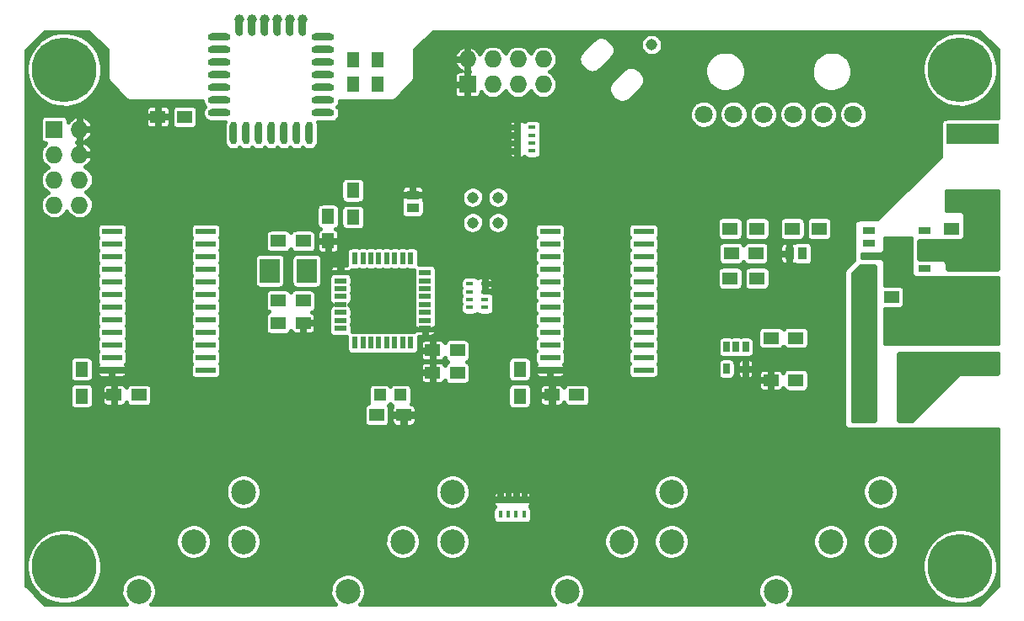
<source format=gbr>
G04 This is an RS-274x file exported by *
G04 gerbv version 2.6.1 *
G04 More information is available about gerbv at *
G04 http://gerbv.geda-project.org/ *
G04 --End of header info--*
%MOIN*%
%FSLAX34Y34*%
%IPPOS*%
G04 --Define apertures--*
%ADD10C,0.0039*%
%ADD11R,0.0787X0.0236*%
%ADD12R,0.0709X0.0866*%
%ADD13R,0.0472X0.0472*%
%ADD14R,0.2087X0.0787*%
%ADD15R,0.0380X0.0500*%
%ADD16R,0.0787X0.2362*%
%ADD17C,0.2559*%
%ADD18C,0.0450*%
%ADD19R,0.0680X0.0680*%
%ADD20O,0.0680X0.0680*%
%ADD21R,0.0300X0.0170*%
%ADD22R,0.0170X0.0300*%
%ADD23C,0.0984*%
%ADD24R,0.0256X0.0417*%
%ADD25R,0.0500X0.0250*%
%ADD26R,0.0902X0.0902*%
%ADD27C,0.0394*%
%ADD28R,0.0472X0.0236*%
%ADD29R,0.0236X0.0472*%
%ADD30R,0.0512X0.0591*%
%ADD31R,0.0591X0.0512*%
%ADD32R,0.0591X0.0492*%
%ADD33R,0.0492X0.0591*%
%ADD34R,0.0787X0.0945*%
%ADD35C,0.0709*%
%ADD36R,0.0500X0.0380*%
%ADD37O,0.0300X0.0800*%
%ADD38O,0.0300X0.0900*%
%ADD39O,0.0900X0.0300*%
%ADD40C,0.0150*%
G04 --Start main section--*
G54D11*
G01X0046929Y-035132D03*
G01X0046929Y-034632D03*
G01X0046929Y-034132D03*
G01X0046929Y-033632D03*
G01X0046929Y-033132D03*
G01X0046929Y-032632D03*
G01X0046929Y-032132D03*
G01X0046929Y-031632D03*
G01X0046929Y-031132D03*
G01X0046929Y-030632D03*
G01X0046929Y-030132D03*
G01X0046929Y-029632D03*
G01X0043228Y-029632D03*
G01X0043228Y-030132D03*
G01X0043228Y-030632D03*
G01X0043228Y-031132D03*
G01X0043228Y-031632D03*
G01X0043228Y-032132D03*
G01X0043228Y-032632D03*
G01X0043228Y-033132D03*
G01X0043228Y-033632D03*
G01X0043228Y-034132D03*
G01X0043228Y-034632D03*
G01X0043228Y-035132D03*
G54D12*
G01X0074629Y-033612D03*
G01X0073049Y-033612D03*
G54D13*
G01X0054645Y-036122D03*
G01X0053819Y-036122D03*
G54D14*
G01X0077264Y-025768D03*
G01X0077264Y-028366D03*
G54D15*
G01X0070526Y-030512D03*
G01X0070026Y-030512D03*
G54D16*
G01X0072992Y-035778D03*
G01X0074685Y-035778D03*
G54D17*
G01X0041339Y-023228D03*
G01X0076772Y-023228D03*
G01X0041339Y-042913D03*
G01X0076772Y-042913D03*
G54D18*
G01X0064567Y-022244D03*
G01X0057494Y-029291D03*
G01X0058494Y-029291D03*
G01X0057494Y-028291D03*
G01X0058494Y-028291D03*
G54D19*
G01X0057283Y-023819D03*
G54D20*
G01X0057283Y-022819D03*
G01X0058283Y-023819D03*
G01X0058283Y-022819D03*
G01X0059283Y-023819D03*
G01X0059283Y-022819D03*
G01X0060283Y-023819D03*
G01X0060283Y-022819D03*
G54D19*
G01X0040945Y-025591D03*
G54D20*
G01X0041945Y-025591D03*
G01X0040945Y-026591D03*
G01X0041945Y-026591D03*
G01X0040945Y-027591D03*
G01X0041945Y-027591D03*
G01X0040945Y-028591D03*
G01X0041945Y-028591D03*
G54D21*
G01X0057377Y-032028D03*
G01X0057977Y-032028D03*
G01X0057377Y-032342D03*
G01X0057977Y-032342D03*
G01X0057377Y-031713D03*
G01X0057377Y-032657D03*
G01X0057977Y-032657D03*
G01X0057977Y-031713D03*
G54D22*
G01X0058898Y-040851D03*
G01X0058898Y-040251D03*
G01X0059212Y-040851D03*
G01X0059212Y-040251D03*
G01X0058583Y-040851D03*
G01X0059527Y-040851D03*
G01X0059527Y-040251D03*
G01X0058583Y-040251D03*
G54D21*
G01X0059247Y-025827D03*
G01X0059847Y-025827D03*
G01X0059247Y-026141D03*
G01X0059847Y-026141D03*
G01X0059247Y-025512D03*
G01X0059247Y-026456D03*
G01X0059847Y-026456D03*
G01X0059847Y-025512D03*
G54D23*
G01X0048425Y-039961D03*
G01X0044291Y-043898D03*
G01X0048425Y-041929D03*
G01X0046457Y-041929D03*
G01X0056693Y-039961D03*
G01X0052559Y-043898D03*
G01X0056693Y-041929D03*
G01X0054724Y-041929D03*
G01X0065354Y-039961D03*
G01X0061220Y-043898D03*
G01X0065354Y-041929D03*
G01X0063386Y-041929D03*
G01X0073622Y-039961D03*
G01X0069488Y-043898D03*
G01X0073622Y-041929D03*
G01X0071654Y-041929D03*
G54D24*
G01X0068287Y-034213D03*
G01X0067913Y-034213D03*
G01X0067539Y-034213D03*
G01X0067539Y-035079D03*
G01X0068287Y-035079D03*
G54D25*
G01X0075362Y-031114D03*
G01X0075362Y-030614D03*
G01X0075362Y-030114D03*
G01X0075362Y-029614D03*
G01X0073162Y-029614D03*
G01X0073162Y-030114D03*
G01X0073162Y-030614D03*
G01X0073162Y-031114D03*
G54D26*
G01X0074262Y-030364D03*
G54D27*
G01X0074045Y-030581D03*
G01X0074045Y-030148D03*
G01X0074478Y-030148D03*
G01X0074478Y-030581D03*
G54D28*
G01X0052264Y-031280D03*
G01X0052264Y-031594D03*
G01X0052264Y-031909D03*
G01X0052264Y-032224D03*
G01X0052264Y-032539D03*
G01X0052264Y-032854D03*
G01X0052264Y-033169D03*
G01X0052264Y-033484D03*
G54D29*
G01X0052835Y-034055D03*
G01X0053150Y-034055D03*
G01X0053465Y-034055D03*
G01X0053780Y-034055D03*
G01X0054094Y-034055D03*
G01X0054409Y-034055D03*
G01X0054724Y-034055D03*
G01X0055039Y-034055D03*
G54D28*
G01X0055610Y-033484D03*
G01X0055610Y-033169D03*
G01X0055610Y-032854D03*
G01X0055610Y-032539D03*
G01X0055610Y-032224D03*
G01X0055610Y-031909D03*
G01X0055610Y-031594D03*
G01X0055610Y-031280D03*
G54D29*
G01X0055039Y-030709D03*
G01X0054724Y-030709D03*
G01X0054409Y-030709D03*
G01X0054094Y-030709D03*
G01X0053780Y-030709D03*
G01X0053465Y-030709D03*
G01X0053150Y-030709D03*
G01X0052835Y-030709D03*
G54D30*
G01X0042028Y-035098D03*
G01X0042028Y-036161D03*
G01X0059350Y-035098D03*
G01X0059350Y-036161D03*
G54D31*
G01X0053701Y-036909D03*
G01X0054764Y-036909D03*
G01X0067677Y-031496D03*
G01X0068740Y-031496D03*
G01X0068740Y-029528D03*
G01X0067677Y-029528D03*
G01X0071201Y-029528D03*
G01X0070138Y-029528D03*
G01X0076437Y-029547D03*
G01X0077500Y-029547D03*
G54D30*
G01X0052756Y-029075D03*
G01X0052756Y-028012D03*
G54D32*
G01X0044291Y-036122D03*
G01X0043307Y-036122D03*
G01X0061614Y-036122D03*
G01X0060630Y-036122D03*
G01X0068701Y-030512D03*
G01X0067717Y-030512D03*
G01X0055906Y-034350D03*
G01X0056890Y-034350D03*
G01X0055906Y-035236D03*
G01X0056890Y-035236D03*
G01X0049803Y-033268D03*
G01X0050787Y-033268D03*
G01X0049803Y-032382D03*
G01X0050787Y-032382D03*
G01X0049803Y-030020D03*
G01X0050787Y-030020D03*
G54D33*
G01X0076919Y-031841D03*
G01X0076919Y-030856D03*
G01X0051772Y-029035D03*
G01X0051772Y-030020D03*
G54D32*
G01X0069291Y-035531D03*
G01X0070276Y-035531D03*
G01X0069291Y-033858D03*
G01X0070276Y-033858D03*
G54D33*
G01X0077362Y-034744D03*
G01X0077362Y-033760D03*
G01X0076181Y-034744D03*
G01X0076181Y-033760D03*
G54D32*
G01X0073081Y-032234D03*
G01X0074065Y-032234D03*
G54D34*
G01X0049469Y-031201D03*
G01X0050925Y-031201D03*
G54D35*
G01X0072539Y-025000D03*
G01X0071358Y-025000D03*
G01X0070177Y-025000D03*
G01X0068996Y-025000D03*
G01X0067815Y-025000D03*
G01X0066634Y-025000D03*
G54D33*
G01X0052756Y-022835D03*
G01X0052756Y-023819D03*
G01X0053740Y-022835D03*
G01X0053740Y-023819D03*
G54D36*
G01X0055118Y-028695D03*
G01X0055118Y-028195D03*
G54D31*
G01X0045039Y-025098D03*
G01X0046102Y-025098D03*
G54D37*
G01X0050778Y-021502D03*
G54D38*
G01X0048028Y-025752D03*
G01X0048528Y-025752D03*
G01X0049028Y-025752D03*
G01X0049528Y-025752D03*
G01X0050028Y-025752D03*
G01X0050528Y-025752D03*
G01X0051028Y-025752D03*
G54D39*
G01X0047478Y-021952D03*
G01X0047478Y-022452D03*
G01X0047478Y-022952D03*
G01X0047478Y-023452D03*
G01X0047478Y-023952D03*
G01X0047478Y-024452D03*
G01X0047478Y-024952D03*
G01X0051578Y-021952D03*
G01X0051578Y-022452D03*
G01X0051578Y-022952D03*
G01X0051578Y-023452D03*
G01X0051578Y-023952D03*
G01X0051578Y-024452D03*
G01X0051578Y-024952D03*
G54D37*
G01X0050278Y-021502D03*
G01X0049778Y-021502D03*
G01X0049278Y-021502D03*
G01X0048778Y-021502D03*
G01X0048278Y-021502D03*
G54D27*
G01X0050778Y-021252D03*
G01X0050278Y-021252D03*
G01X0049778Y-021252D03*
G01X0049278Y-021252D03*
G01X0048778Y-021252D03*
G01X0048278Y-021252D03*
G54D11*
G01X0064252Y-035132D03*
G01X0064252Y-034632D03*
G01X0064252Y-034132D03*
G01X0064252Y-033632D03*
G01X0064252Y-033132D03*
G01X0064252Y-032632D03*
G01X0064252Y-032132D03*
G01X0064252Y-031632D03*
G01X0064252Y-031132D03*
G01X0064252Y-030632D03*
G01X0064252Y-030132D03*
G01X0064252Y-029632D03*
G01X0060551Y-029632D03*
G01X0060551Y-030132D03*
G01X0060551Y-030632D03*
G01X0060551Y-031132D03*
G01X0060551Y-031632D03*
G01X0060551Y-032132D03*
G01X0060551Y-032632D03*
G01X0060551Y-033132D03*
G01X0060551Y-033632D03*
G01X0060551Y-034132D03*
G01X0060551Y-034632D03*
G01X0060551Y-035132D03*
G54D40*
G36*
G01X0042281Y-021729D02*
G01X0042287Y-021731D01*
G01X0042293Y-021733D01*
G01X0042299Y-021737D01*
G01X0042307Y-021743D01*
G01X0043020Y-022457D01*
G01X0043028Y-022466D01*
G01X0043032Y-022473D01*
G01X0043034Y-022481D01*
G01X0043035Y-022494D01*
G01X0043035Y-023573D01*
G01X0043036Y-023580D01*
G01X0043038Y-023603D01*
G01X0043041Y-023618D01*
G01X0043048Y-023640D01*
G01X0043053Y-023654D01*
G01X0043064Y-023674D01*
G01X0043072Y-023686D01*
G01X0043087Y-023704D01*
G01X0043092Y-023710D01*
G01X0043810Y-024428D01*
G01X0043814Y-024432D01*
G01X0043829Y-024444D01*
G01X0043838Y-024451D01*
G01X0043854Y-024460D01*
G01X0043864Y-024466D01*
G01X0043881Y-024473D01*
G01X0043893Y-024476D01*
G01X0043911Y-024481D01*
G01X0043922Y-024483D01*
G01X0043941Y-024484D01*
G01X0043947Y-024484D01*
G01X0046811Y-024484D01*
G01X0046814Y-024521D01*
G01X0046834Y-024590D01*
G01X0046868Y-024653D01*
G01X0046907Y-024703D01*
G01X0046870Y-024747D01*
G01X0046836Y-024810D01*
G01X0046815Y-024879D01*
G01X0046808Y-024950D01*
G01X0046814Y-025021D01*
G01X0046834Y-025090D01*
G01X0046868Y-025153D01*
G01X0046912Y-025209D01*
G01X0046967Y-025255D01*
G01X0047030Y-025289D01*
G01X0047098Y-025311D01*
G01X0047169Y-025319D01*
G01X0047174Y-025319D01*
G01X0047686Y-025319D01*
G01X0047669Y-025373D01*
G01X0047661Y-025444D01*
G01X0047661Y-025449D01*
G01X0047661Y-026056D01*
G01X0047668Y-026127D01*
G01X0047689Y-026195D01*
G01X0047722Y-026258D01*
G01X0047767Y-026314D01*
G01X0047823Y-026359D01*
G01X0047886Y-026393D01*
G01X0047954Y-026415D01*
G01X0048025Y-026422D01*
G01X0048096Y-026416D01*
G01X0048165Y-026395D01*
G01X0048228Y-026362D01*
G01X0048278Y-026322D01*
G01X0048323Y-026359D01*
G01X0048386Y-026393D01*
G01X0048454Y-026415D01*
G01X0048525Y-026422D01*
G01X0048596Y-026416D01*
G01X0048665Y-026395D01*
G01X0048728Y-026362D01*
G01X0048778Y-026322D01*
G01X0048823Y-026359D01*
G01X0048886Y-026393D01*
G01X0048954Y-026415D01*
G01X0049025Y-026422D01*
G01X0049096Y-026416D01*
G01X0049165Y-026395D01*
G01X0049228Y-026362D01*
G01X0049278Y-026322D01*
G01X0049323Y-026359D01*
G01X0049386Y-026393D01*
G01X0049454Y-026415D01*
G01X0049525Y-026422D01*
G01X0049596Y-026416D01*
G01X0049665Y-026395D01*
G01X0049728Y-026362D01*
G01X0049778Y-026322D01*
G01X0049823Y-026359D01*
G01X0049886Y-026393D01*
G01X0049954Y-026415D01*
G01X0050025Y-026422D01*
G01X0050096Y-026416D01*
G01X0050165Y-026395D01*
G01X0050228Y-026362D01*
G01X0050278Y-026322D01*
G01X0050323Y-026359D01*
G01X0050386Y-026393D01*
G01X0050454Y-026415D01*
G01X0050525Y-026422D01*
G01X0050596Y-026416D01*
G01X0050665Y-026395D01*
G01X0050728Y-026362D01*
G01X0050778Y-026322D01*
G01X0050823Y-026359D01*
G01X0050886Y-026393D01*
G01X0050954Y-026415D01*
G01X0051025Y-026422D01*
G01X0051096Y-026416D01*
G01X0051165Y-026395D01*
G01X0051228Y-026362D01*
G01X0051284Y-026317D01*
G01X0051330Y-026263D01*
G01X0051347Y-026232D01*
G01X0058904Y-026232D01*
G01X0058904Y-026245D01*
G01X0058912Y-026283D01*
G01X0058918Y-026299D01*
G01X0058912Y-026315D01*
G01X0058904Y-026352D01*
G01X0058904Y-026366D01*
G01X0058953Y-026414D01*
G01X0059051Y-026414D01*
G01X0059078Y-026419D01*
G01X0059146Y-026419D01*
G01X0059151Y-026414D01*
G01X0059194Y-026414D01*
G01X0059194Y-026184D01*
G01X0059151Y-026184D01*
G01X0059146Y-026178D01*
G01X0059078Y-026178D01*
G01X0059051Y-026184D01*
G01X0058953Y-026184D01*
G01X0058904Y-026232D01*
G01X0051347Y-026232D01*
G01X0051364Y-026200D01*
G01X0051386Y-026132D01*
G01X0051394Y-026061D01*
G01X0051394Y-026056D01*
G01X0051394Y-025918D01*
G01X0058904Y-025918D01*
G01X0058904Y-025931D01*
G01X0058912Y-025969D01*
G01X0058918Y-025984D01*
G01X0058912Y-026000D01*
G01X0058904Y-026037D01*
G01X0058904Y-026051D01*
G01X0058953Y-026099D01*
G01X0059046Y-026099D01*
G01X0059078Y-026105D01*
G01X0059146Y-026105D01*
G01X0059152Y-026099D01*
G01X0059194Y-026099D01*
G01X0059194Y-025870D01*
G01X0059152Y-025870D01*
G01X0059146Y-025863D01*
G01X0059078Y-025863D01*
G01X0059046Y-025870D01*
G01X0058953Y-025870D01*
G01X0058904Y-025918D01*
G01X0051394Y-025918D01*
G01X0051394Y-025603D01*
G01X0058904Y-025603D01*
G01X0058904Y-025616D01*
G01X0058912Y-025654D01*
G01X0058918Y-025670D01*
G01X0058912Y-025686D01*
G01X0058904Y-025723D01*
G01X0058904Y-025737D01*
G01X0058953Y-025785D01*
G01X0059051Y-025785D01*
G01X0059078Y-025790D01*
G01X0059146Y-025790D01*
G01X0059151Y-025785D01*
G01X0059194Y-025785D01*
G01X0059194Y-025555D01*
G01X0059151Y-025555D01*
G01X0059146Y-025549D01*
G01X0059078Y-025549D01*
G01X0059051Y-025555D01*
G01X0058953Y-025555D01*
G01X0058904Y-025603D01*
G01X0051394Y-025603D01*
G01X0051394Y-025449D01*
G01X0051390Y-025408D01*
G01X0058904Y-025408D01*
G01X0058904Y-025422D01*
G01X0058953Y-025470D01*
G01X0059194Y-025470D01*
G01X0059194Y-025283D01*
G01X0059300Y-025283D01*
G01X0059300Y-025470D01*
G01X0059308Y-025470D01*
G01X0059308Y-025555D01*
G01X0059300Y-025555D01*
G01X0059300Y-025785D01*
G01X0059308Y-025785D01*
G01X0059308Y-025870D01*
G01X0059300Y-025870D01*
G01X0059300Y-026099D01*
G01X0059308Y-026099D01*
G01X0059308Y-026184D01*
G01X0059300Y-026184D01*
G01X0059300Y-026414D01*
G01X0059308Y-026414D01*
G01X0059308Y-026499D01*
G01X0059300Y-026499D01*
G01X0059300Y-026686D01*
G01X0059349Y-026734D01*
G01X0059416Y-026734D01*
G01X0059454Y-026727D01*
G01X0059489Y-026712D01*
G01X0059520Y-026691D01*
G01X0059531Y-026680D01*
G01X0059534Y-026685D01*
G01X0059581Y-026725D01*
G01X0059637Y-026750D01*
G01X0059697Y-026759D01*
G01X0059997Y-026759D01*
G01X0060032Y-026756D01*
G01X0060090Y-026738D01*
G01X0060141Y-026704D01*
G01X0060181Y-026658D01*
G01X0060206Y-026602D01*
G01X0060215Y-026541D01*
G01X0060215Y-026371D01*
G01X0060212Y-026337D01*
G01X0060201Y-026299D01*
G01X0060206Y-026287D01*
G01X0060215Y-026226D01*
G01X0060215Y-026056D01*
G01X0060212Y-026022D01*
G01X0060201Y-025985D01*
G01X0060206Y-025973D01*
G01X0060215Y-025912D01*
G01X0060215Y-025742D01*
G01X0060212Y-025708D01*
G01X0060201Y-025670D01*
G01X0060206Y-025658D01*
G01X0060215Y-025597D01*
G01X0060215Y-025427D01*
G01X0060212Y-025393D01*
G01X0060194Y-025334D01*
G01X0060160Y-025283D01*
G01X0060114Y-025243D01*
G01X0060058Y-025218D01*
G01X0059997Y-025210D01*
G01X0059697Y-025210D01*
G01X0059663Y-025212D01*
G01X0059604Y-025231D01*
G01X0059553Y-025264D01*
G01X0059532Y-025289D01*
G01X0059520Y-025277D01*
G01X0059489Y-025256D01*
G01X0059454Y-025242D01*
G01X0059416Y-025234D01*
G01X0059349Y-025234D01*
G01X0059300Y-025283D01*
G01X0059194Y-025283D01*
G01X0059146Y-025234D01*
G01X0059078Y-025234D01*
G01X0059041Y-025242D01*
G01X0059006Y-025256D01*
G01X0058974Y-025277D01*
G01X0058947Y-025304D01*
G01X0058926Y-025336D01*
G01X0058912Y-025371D01*
G01X0058904Y-025408D01*
G01X0051390Y-025408D01*
G01X0051387Y-025378D01*
G01X0051369Y-025319D01*
G01X0051881Y-025319D01*
G01X0051952Y-025312D01*
G01X0052020Y-025291D01*
G01X0052084Y-025258D01*
G01X0052139Y-025212D01*
G01X0052185Y-025157D01*
G01X0052219Y-025094D01*
G01X0052233Y-025048D01*
G01X0066062Y-025048D01*
G01X0066082Y-025158D01*
G01X0066124Y-025262D01*
G01X0066184Y-025356D01*
G01X0066262Y-025437D01*
G01X0066354Y-025501D01*
G01X0066457Y-025546D01*
G01X0066566Y-025570D01*
G01X0066678Y-025572D01*
G01X0066788Y-025552D01*
G01X0066892Y-025512D01*
G01X0066987Y-025452D01*
G01X0067068Y-025375D01*
G01X0067133Y-025283D01*
G01X0067178Y-025181D01*
G01X0067203Y-025072D01*
G01X0067203Y-025048D01*
G01X0067243Y-025048D01*
G01X0067264Y-025158D01*
G01X0067305Y-025262D01*
G01X0067365Y-025356D01*
G01X0067443Y-025437D01*
G01X0067535Y-025501D01*
G01X0067638Y-025546D01*
G01X0067747Y-025570D01*
G01X0067859Y-025572D01*
G01X0067969Y-025552D01*
G01X0068074Y-025512D01*
G01X0068168Y-025452D01*
G01X0068249Y-025375D01*
G01X0068314Y-025283D01*
G01X0068359Y-025181D01*
G01X0068384Y-025072D01*
G01X0068384Y-025048D01*
G01X0068424Y-025048D01*
G01X0068445Y-025158D01*
G01X0068486Y-025262D01*
G01X0068547Y-025356D01*
G01X0068624Y-025437D01*
G01X0068716Y-025501D01*
G01X0068819Y-025546D01*
G01X0068928Y-025570D01*
G01X0069040Y-025572D01*
G01X0069150Y-025552D01*
G01X0069255Y-025512D01*
G01X0069349Y-025452D01*
G01X0069430Y-025375D01*
G01X0069495Y-025283D01*
G01X0069540Y-025181D01*
G01X0069565Y-025072D01*
G01X0069566Y-025048D01*
G01X0069606Y-025048D01*
G01X0069626Y-025158D01*
G01X0069667Y-025262D01*
G01X0069728Y-025356D01*
G01X0069805Y-025437D01*
G01X0069897Y-025501D01*
G01X0070000Y-025546D01*
G01X0070109Y-025570D01*
G01X0070221Y-025572D01*
G01X0070331Y-025552D01*
G01X0070436Y-025512D01*
G01X0070530Y-025452D01*
G01X0070611Y-025375D01*
G01X0070676Y-025283D01*
G01X0070721Y-025181D01*
G01X0070746Y-025072D01*
G01X0070747Y-025048D01*
G01X0070787Y-025048D01*
G01X0070807Y-025158D01*
G01X0070848Y-025262D01*
G01X0070909Y-025356D01*
G01X0070986Y-025437D01*
G01X0071078Y-025501D01*
G01X0071181Y-025546D01*
G01X0071290Y-025570D01*
G01X0071402Y-025572D01*
G01X0071513Y-025552D01*
G01X0071617Y-025512D01*
G01X0071711Y-025452D01*
G01X0071793Y-025375D01*
G01X0071857Y-025283D01*
G01X0071903Y-025181D01*
G01X0071927Y-025072D01*
G01X0071928Y-025048D01*
G01X0071968Y-025048D01*
G01X0071988Y-025158D01*
G01X0072029Y-025262D01*
G01X0072090Y-025356D01*
G01X0072168Y-025437D01*
G01X0072260Y-025501D01*
G01X0072362Y-025546D01*
G01X0072471Y-025570D01*
G01X0072583Y-025572D01*
G01X0072694Y-025552D01*
G01X0072798Y-025512D01*
G01X0072893Y-025452D01*
G01X0072974Y-025375D01*
G01X0073038Y-025283D01*
G01X0073084Y-025181D01*
G01X0073108Y-025072D01*
G01X0073110Y-024944D01*
G01X0073089Y-024834D01*
G01X0073046Y-024731D01*
G01X0072984Y-024637D01*
G01X0072905Y-024558D01*
G01X0072812Y-024495D01*
G01X0072709Y-024452D01*
G01X0072599Y-024430D01*
G01X0072487Y-024429D01*
G01X0072377Y-024450D01*
G01X0072274Y-024492D01*
G01X0072180Y-024553D01*
G01X0072100Y-024631D01*
G01X0072037Y-024724D01*
G01X0071993Y-024827D01*
G01X0071969Y-024936D01*
G01X0071968Y-025048D01*
G01X0071928Y-025048D01*
G01X0071929Y-024944D01*
G01X0071907Y-024834D01*
G01X0071865Y-024731D01*
G01X0071803Y-024637D01*
G01X0071724Y-024558D01*
G01X0071631Y-024495D01*
G01X0071528Y-024452D01*
G01X0071418Y-024430D01*
G01X0071306Y-024429D01*
G01X0071196Y-024450D01*
G01X0071093Y-024492D01*
G01X0070999Y-024553D01*
G01X0070919Y-024631D01*
G01X0070856Y-024724D01*
G01X0070811Y-024827D01*
G01X0070788Y-024936D01*
G01X0070787Y-025048D01*
G01X0070747Y-025048D01*
G01X0070748Y-024944D01*
G01X0070726Y-024834D01*
G01X0070684Y-024731D01*
G01X0070622Y-024637D01*
G01X0070543Y-024558D01*
G01X0070450Y-024495D01*
G01X0070347Y-024452D01*
G01X0070237Y-024430D01*
G01X0070125Y-024429D01*
G01X0070015Y-024450D01*
G01X0069911Y-024492D01*
G01X0069818Y-024553D01*
G01X0069738Y-024631D01*
G01X0069674Y-024724D01*
G01X0069630Y-024827D01*
G01X0069607Y-024936D01*
G01X0069606Y-025048D01*
G01X0069566Y-025048D01*
G01X0069567Y-024944D01*
G01X0069545Y-024834D01*
G01X0069503Y-024731D01*
G01X0069441Y-024637D01*
G01X0069362Y-024558D01*
G01X0069269Y-024495D01*
G01X0069166Y-024452D01*
G01X0069056Y-024430D01*
G01X0068944Y-024429D01*
G01X0068834Y-024450D01*
G01X0068730Y-024492D01*
G01X0068637Y-024553D01*
G01X0068557Y-024631D01*
G01X0068493Y-024724D01*
G01X0068449Y-024827D01*
G01X0068426Y-024936D01*
G01X0068424Y-025048D01*
G01X0068384Y-025048D01*
G01X0068386Y-024944D01*
G01X0068364Y-024834D01*
G01X0068321Y-024731D01*
G01X0068259Y-024637D01*
G01X0068181Y-024558D01*
G01X0068088Y-024495D01*
G01X0067985Y-024452D01*
G01X0067875Y-024430D01*
G01X0067763Y-024429D01*
G01X0067653Y-024450D01*
G01X0067549Y-024492D01*
G01X0067456Y-024553D01*
G01X0067376Y-024631D01*
G01X0067312Y-024724D01*
G01X0067268Y-024827D01*
G01X0067245Y-024936D01*
G01X0067243Y-025048D01*
G01X0067203Y-025048D01*
G01X0067205Y-024944D01*
G01X0067183Y-024834D01*
G01X0067140Y-024731D01*
G01X0067078Y-024637D01*
G01X0067000Y-024558D01*
G01X0066907Y-024495D01*
G01X0066803Y-024452D01*
G01X0066694Y-024430D01*
G01X0066582Y-024429D01*
G01X0066472Y-024450D01*
G01X0066368Y-024492D01*
G01X0066274Y-024553D01*
G01X0066194Y-024631D01*
G01X0066131Y-024724D01*
G01X0066087Y-024827D01*
G01X0066064Y-024936D01*
G01X0066062Y-025048D01*
G01X0052233Y-025048D01*
G01X0052240Y-025026D01*
G01X0052247Y-024955D01*
G01X0052241Y-024884D01*
G01X0052221Y-024815D01*
G01X0052187Y-024752D01*
G01X0052148Y-024702D01*
G01X0052185Y-024657D01*
G01X0052219Y-024594D01*
G01X0052240Y-024526D01*
G01X0052244Y-024484D01*
G01X0054282Y-024484D01*
G01X0054288Y-024484D01*
G01X0054306Y-024483D01*
G01X0054318Y-024481D01*
G01X0054336Y-024476D01*
G01X0054347Y-024473D01*
G01X0054364Y-024466D01*
G01X0054374Y-024460D01*
G01X0054390Y-024451D01*
G01X0054400Y-024444D01*
G01X0054414Y-024432D01*
G01X0054418Y-024428D01*
G01X0054926Y-023920D01*
G01X0056751Y-023920D01*
G01X0056751Y-024178D01*
G01X0056758Y-024215D01*
G01X0056773Y-024250D01*
G01X0056794Y-024282D01*
G01X0056820Y-024309D01*
G01X0056852Y-024330D01*
G01X0056887Y-024344D01*
G01X0056924Y-024352D01*
G01X0057182Y-024352D01*
G01X0057230Y-024304D01*
G01X0057230Y-023872D01*
G01X0056799Y-023872D01*
G01X0056751Y-023920D01*
G01X0054926Y-023920D01*
G01X0055136Y-023710D01*
G01X0055141Y-023704D01*
G01X0055156Y-023686D01*
G01X0055164Y-023674D01*
G01X0055175Y-023654D01*
G01X0055181Y-023640D01*
G01X0055187Y-023618D01*
G01X0055190Y-023603D01*
G01X0055193Y-023580D01*
G01X0055193Y-023573D01*
G01X0055193Y-023460D01*
G01X0056751Y-023460D01*
G01X0056751Y-023718D01*
G01X0056799Y-023766D01*
G01X0057230Y-023766D01*
G01X0057230Y-023334D01*
G01X0057207Y-023310D01*
G01X0057230Y-023301D01*
G01X0057230Y-022872D01*
G01X0056801Y-022872D01*
G01X0056768Y-022954D01*
G01X0056804Y-023052D01*
G01X0056859Y-023141D01*
G01X0056930Y-023218D01*
G01X0057015Y-023279D01*
G01X0057030Y-023286D01*
G01X0056924Y-023286D01*
G01X0056887Y-023293D01*
G01X0056852Y-023308D01*
G01X0056820Y-023329D01*
G01X0056794Y-023356D01*
G01X0056773Y-023388D01*
G01X0056758Y-023423D01*
G01X0056751Y-023460D01*
G01X0055193Y-023460D01*
G01X0055193Y-022683D01*
G01X0056768Y-022683D01*
G01X0056801Y-022766D01*
G01X0057230Y-022766D01*
G01X0057230Y-022337D01*
G01X0057337Y-022337D01*
G01X0057337Y-022766D01*
G01X0057344Y-022766D01*
G01X0057344Y-022872D01*
G01X0057337Y-022872D01*
G01X0057337Y-023301D01*
G01X0057360Y-023310D01*
G01X0057337Y-023334D01*
G01X0057337Y-023766D01*
G01X0057344Y-023766D01*
G01X0057344Y-023872D01*
G01X0057337Y-023872D01*
G01X0057337Y-024304D01*
G01X0057385Y-024352D01*
G01X0057642Y-024352D01*
G01X0057680Y-024344D01*
G01X0057715Y-024330D01*
G01X0057746Y-024309D01*
G01X0057773Y-024282D01*
G01X0057794Y-024250D01*
G01X0057809Y-024215D01*
G01X0057816Y-024178D01*
G01X0057816Y-024123D01*
G01X0057820Y-024130D01*
G01X0057889Y-024214D01*
G01X0057972Y-024283D01*
G01X0058068Y-024335D01*
G01X0058172Y-024367D01*
G01X0058280Y-024378D01*
G01X0058388Y-024368D01*
G01X0058492Y-024338D01*
G01X0058588Y-024287D01*
G01X0058673Y-024219D01*
G01X0058743Y-024136D01*
G01X0058784Y-024061D01*
G01X0058820Y-024130D01*
G01X0058889Y-024214D01*
G01X0058972Y-024283D01*
G01X0059068Y-024335D01*
G01X0059172Y-024367D01*
G01X0059280Y-024378D01*
G01X0059388Y-024368D01*
G01X0059492Y-024338D01*
G01X0059588Y-024287D01*
G01X0059673Y-024219D01*
G01X0059743Y-024136D01*
G01X0059784Y-024061D01*
G01X0059820Y-024130D01*
G01X0059889Y-024214D01*
G01X0059972Y-024283D01*
G01X0060068Y-024335D01*
G01X0060172Y-024367D01*
G01X0060280Y-024378D01*
G01X0060388Y-024368D01*
G01X0060492Y-024338D01*
G01X0060588Y-024287D01*
G01X0060673Y-024219D01*
G01X0060743Y-024136D01*
G01X0060795Y-024041D01*
G01X0060804Y-024013D01*
G01X0062855Y-024013D01*
G01X0062855Y-024016D01*
G01X0062859Y-024054D01*
G01X0062863Y-024073D01*
G01X0062867Y-024093D01*
G01X0062868Y-024096D01*
G01X0062879Y-024132D01*
G01X0062886Y-024151D01*
G01X0062894Y-024169D01*
G01X0062895Y-024172D01*
G01X0062913Y-024206D01*
G01X0062924Y-024222D01*
G01X0062935Y-024239D01*
G01X0062937Y-024241D01*
G01X0062961Y-024271D01*
G01X0062968Y-024277D01*
G01X0062974Y-024284D01*
G01X0062976Y-024287D01*
G01X0063115Y-024426D01*
G01X0063115Y-024426D01*
G01X0063116Y-024426D01*
G01X0063116Y-024427D01*
G01X0063124Y-024433D01*
G01X0063131Y-024440D01*
G01X0063133Y-024442D01*
G01X0063163Y-024466D01*
G01X0063179Y-024477D01*
G01X0063196Y-024488D01*
G01X0063198Y-024490D01*
G01X0063232Y-024508D01*
G01X0063251Y-024515D01*
G01X0063269Y-024523D01*
G01X0063272Y-024524D01*
G01X0063309Y-024535D01*
G01X0063328Y-024538D01*
G01X0063348Y-024543D01*
G01X0063351Y-024543D01*
G01X0063389Y-024546D01*
G01X0063409Y-024546D01*
G01X0063428Y-024547D01*
G01X0063431Y-024546D01*
G01X0063431Y-024546D01*
G01X0063431Y-024546D01*
G01X0063431Y-024546D01*
G01X0063470Y-024542D01*
G01X0063489Y-024539D01*
G01X0063509Y-024535D01*
G01X0063511Y-024534D01*
G01X0063548Y-024523D01*
G01X0063566Y-024515D01*
G01X0063585Y-024508D01*
G01X0063588Y-024506D01*
G01X0063621Y-024488D01*
G01X0063638Y-024477D01*
G01X0063655Y-024466D01*
G01X0063657Y-024465D01*
G01X0063687Y-024440D01*
G01X0063693Y-024434D01*
G01X0063700Y-024428D01*
G01X0063702Y-024426D01*
G01X0064190Y-023939D01*
G01X0064190Y-023939D01*
G01X0064190Y-023938D01*
G01X0064191Y-023937D01*
G01X0064197Y-023930D01*
G01X0064204Y-023923D01*
G01X0064206Y-023921D01*
G01X0064230Y-023891D01*
G01X0064241Y-023874D01*
G01X0064252Y-023858D01*
G01X0064253Y-023855D01*
G01X0064271Y-023821D01*
G01X0064279Y-023803D01*
G01X0064287Y-023785D01*
G01X0064288Y-023782D01*
G01X0064298Y-023745D01*
G01X0064302Y-023725D01*
G01X0064306Y-023706D01*
G01X0064307Y-023703D01*
G01X0064310Y-023665D01*
G01X0064310Y-023645D01*
G01X0064310Y-023625D01*
G01X0064310Y-023622D01*
G01X0064306Y-023584D01*
G01X0064302Y-023564D01*
G01X0064299Y-023545D01*
G01X0064298Y-023542D01*
G01X0064287Y-023505D01*
G01X0064279Y-023487D01*
G01X0064272Y-023469D01*
G01X0064270Y-023466D01*
G01X0064252Y-023432D01*
G01X0064241Y-023416D01*
G01X0064230Y-023399D01*
G01X0064228Y-023397D01*
G01X0064204Y-023367D01*
G01X0066672Y-023367D01*
G01X0066701Y-023523D01*
G01X0066759Y-023670D01*
G01X0066845Y-023803D01*
G01X0066955Y-023917D01*
G01X0067085Y-024007D01*
G01X0067230Y-024071D01*
G01X0067384Y-024104D01*
G01X0067543Y-024108D01*
G01X0067698Y-024080D01*
G01X0067846Y-024023D01*
G01X0067980Y-023938D01*
G01X0068094Y-023829D01*
G01X0068185Y-023700D01*
G01X0068250Y-023555D01*
G01X0068285Y-023401D01*
G01X0068285Y-023367D01*
G01X0070885Y-023367D01*
G01X0070913Y-023523D01*
G01X0070972Y-023670D01*
G01X0071057Y-023803D01*
G01X0071167Y-023917D01*
G01X0071297Y-024007D01*
G01X0071442Y-024071D01*
G01X0071597Y-024104D01*
G01X0071755Y-024108D01*
G01X0071911Y-024080D01*
G01X0072059Y-024023D01*
G01X0072192Y-023938D01*
G01X0072307Y-023829D01*
G01X0072398Y-023700D01*
G01X0072462Y-023555D01*
G01X0072498Y-023401D01*
G01X0072498Y-023354D01*
G01X0075274Y-023354D01*
G01X0075327Y-023643D01*
G01X0075435Y-023916D01*
G01X0075594Y-024162D01*
G01X0075797Y-024373D01*
G01X0076038Y-024541D01*
G01X0076307Y-024658D01*
G01X0076594Y-024721D01*
G01X0076887Y-024727D01*
G01X0077176Y-024676D01*
G01X0077449Y-024570D01*
G01X0077697Y-024413D01*
G01X0077910Y-024211D01*
G01X0078079Y-023971D01*
G01X0078198Y-023703D01*
G01X0078263Y-023417D01*
G01X0078268Y-023082D01*
G01X0078211Y-022794D01*
G01X0078099Y-022523D01*
G01X0077937Y-022278D01*
G01X0077730Y-022070D01*
G01X0077487Y-021906D01*
G01X0077216Y-021792D01*
G01X0076929Y-021733D01*
G01X0076635Y-021731D01*
G01X0076347Y-021786D01*
G01X0076075Y-021896D01*
G01X0075830Y-022057D01*
G01X0075620Y-022262D01*
G01X0075454Y-022504D01*
G01X0075339Y-022774D01*
G01X0075278Y-023061D01*
G01X0075274Y-023354D01*
G01X0072498Y-023354D01*
G01X0072500Y-023220D01*
G01X0072469Y-023065D01*
G01X0072409Y-022918D01*
G01X0072321Y-022787D01*
G01X0072210Y-022674D01*
G01X0072079Y-022586D01*
G01X0071933Y-022524D01*
G01X0071778Y-022493D01*
G01X0071619Y-022492D01*
G01X0071464Y-022521D01*
G01X0071317Y-022581D01*
G01X0071185Y-022667D01*
G01X0071072Y-022778D01*
G01X0070982Y-022909D01*
G01X0070920Y-023054D01*
G01X0070887Y-023209D01*
G01X0070885Y-023367D01*
G01X0068285Y-023367D01*
G01X0068287Y-023220D01*
G01X0068257Y-023065D01*
G01X0068196Y-022918D01*
G01X0068109Y-022787D01*
G01X0067997Y-022674D01*
G01X0067866Y-022586D01*
G01X0067720Y-022524D01*
G01X0067565Y-022493D01*
G01X0067407Y-022492D01*
G01X0067251Y-022521D01*
G01X0067105Y-022581D01*
G01X0066972Y-022667D01*
G01X0066859Y-022778D01*
G01X0066770Y-022909D01*
G01X0066707Y-023054D01*
G01X0066674Y-023209D01*
G01X0066672Y-023367D01*
G01X0064204Y-023367D01*
G01X0064204Y-023367D01*
G01X0064197Y-023361D01*
G01X0064192Y-023353D01*
G01X0064190Y-023351D01*
G01X0064050Y-023212D01*
G01X0064050Y-023212D01*
G01X0064050Y-023211D01*
G01X0064049Y-023211D01*
G01X0064041Y-023204D01*
G01X0064035Y-023198D01*
G01X0064032Y-023196D01*
G01X0064003Y-023172D01*
G01X0063986Y-023161D01*
G01X0063970Y-023150D01*
G01X0063967Y-023148D01*
G01X0063933Y-023130D01*
G01X0063915Y-023123D01*
G01X0063896Y-023115D01*
G01X0063893Y-023114D01*
G01X0063857Y-023103D01*
G01X0063837Y-023099D01*
G01X0063818Y-023095D01*
G01X0063815Y-023095D01*
G01X0063777Y-023091D01*
G01X0063757Y-023091D01*
G01X0063737Y-023091D01*
G01X0063734Y-023091D01*
G01X0063696Y-023095D01*
G01X0063676Y-023099D01*
G01X0063657Y-023103D01*
G01X0063654Y-023104D01*
G01X0063617Y-023115D01*
G01X0063599Y-023123D01*
G01X0063580Y-023130D01*
G01X0063578Y-023131D01*
G01X0063578Y-023131D01*
G01X0063578Y-023131D01*
G01X0063544Y-023150D01*
G01X0063527Y-023161D01*
G01X0063511Y-023171D01*
G01X0063508Y-023173D01*
G01X0063479Y-023198D01*
G01X0063472Y-023204D01*
G01X0063465Y-023210D01*
G01X0063463Y-023212D01*
G01X0062976Y-023699D01*
G01X0062976Y-023699D01*
G01X0062975Y-023700D01*
G01X0062974Y-023701D01*
G01X0062968Y-023708D01*
G01X0062961Y-023715D01*
G01X0062960Y-023717D01*
G01X0062935Y-023747D01*
G01X0062924Y-023764D01*
G01X0062913Y-023780D01*
G01X0062912Y-023783D01*
G01X0062894Y-023817D01*
G01X0062886Y-023835D01*
G01X0062879Y-023853D01*
G01X0062878Y-023856D01*
G01X0062867Y-023893D01*
G01X0062863Y-023912D01*
G01X0062859Y-023932D01*
G01X0062859Y-023935D01*
G01X0062855Y-023973D01*
G01X0062855Y-023993D01*
G01X0062855Y-024013D01*
G01X0060804Y-024013D01*
G01X0060828Y-023937D01*
G01X0060840Y-023829D01*
G01X0060840Y-023822D01*
G01X0060840Y-023816D01*
G01X0060829Y-023708D01*
G01X0060798Y-023604D01*
G01X0060747Y-023508D01*
G01X0060678Y-023424D01*
G01X0060595Y-023355D01*
G01X0060528Y-023319D01*
G01X0060588Y-023287D01*
G01X0060673Y-023219D01*
G01X0060743Y-023136D01*
G01X0060795Y-023041D01*
G01X0060828Y-022937D01*
G01X0060840Y-022832D01*
G01X0061674Y-022832D01*
G01X0061674Y-022835D01*
G01X0061678Y-022873D01*
G01X0061682Y-022892D01*
G01X0061686Y-022912D01*
G01X0061686Y-022915D01*
G01X0061698Y-022951D01*
G01X0061705Y-022970D01*
G01X0061713Y-022988D01*
G01X0061714Y-022991D01*
G01X0061732Y-023025D01*
G01X0061743Y-023041D01*
G01X0061754Y-023058D01*
G01X0061756Y-023060D01*
G01X0061780Y-023090D01*
G01X0061787Y-023096D01*
G01X0061793Y-023103D01*
G01X0061795Y-023105D01*
G01X0061934Y-023245D01*
G01X0061934Y-023245D01*
G01X0061934Y-023245D01*
G01X0061935Y-023246D01*
G01X0061943Y-023252D01*
G01X0061949Y-023259D01*
G01X0061952Y-023261D01*
G01X0061982Y-023285D01*
G01X0061998Y-023296D01*
G01X0062015Y-023307D01*
G01X0062017Y-023309D01*
G01X0062051Y-023327D01*
G01X0062070Y-023334D01*
G01X0062088Y-023342D01*
G01X0062091Y-023343D01*
G01X0062128Y-023354D01*
G01X0062147Y-023357D01*
G01X0062166Y-023361D01*
G01X0062169Y-023362D01*
G01X0062208Y-023365D01*
G01X0062228Y-023365D01*
G01X0062247Y-023366D01*
G01X0062250Y-023365D01*
G01X0062250Y-023365D01*
G01X0062250Y-023365D01*
G01X0062250Y-023365D01*
G01X0062289Y-023361D01*
G01X0062308Y-023357D01*
G01X0062327Y-023354D01*
G01X0062330Y-023353D01*
G01X0062367Y-023342D01*
G01X0062385Y-023334D01*
G01X0062404Y-023327D01*
G01X0062406Y-023325D01*
G01X0062440Y-023307D01*
G01X0062457Y-023296D01*
G01X0062473Y-023285D01*
G01X0062476Y-023283D01*
G01X0062505Y-023259D01*
G01X0062512Y-023253D01*
G01X0062519Y-023247D01*
G01X0062521Y-023245D01*
G01X0063008Y-022758D01*
G01X0063008Y-022757D01*
G01X0063009Y-022757D01*
G01X0063010Y-022756D01*
G01X0063016Y-022749D01*
G01X0063023Y-022742D01*
G01X0063025Y-022740D01*
G01X0063049Y-022710D01*
G01X0063060Y-022693D01*
G01X0063071Y-022677D01*
G01X0063072Y-022674D01*
G01X0063090Y-022640D01*
G01X0063098Y-022622D01*
G01X0063106Y-022604D01*
G01X0063106Y-022601D01*
G01X0063117Y-022564D01*
G01X0063121Y-022544D01*
G01X0063125Y-022525D01*
G01X0063126Y-022522D01*
G01X0063129Y-022484D01*
G01X0063129Y-022464D01*
G01X0063129Y-022444D01*
G01X0063129Y-022441D01*
G01X0063125Y-022403D01*
G01X0063121Y-022383D01*
G01X0063118Y-022364D01*
G01X0063117Y-022361D01*
G01X0063105Y-022324D01*
G01X0063098Y-022306D01*
G01X0063090Y-022288D01*
G01X0063089Y-022285D01*
G01X0063087Y-022281D01*
G01X0064125Y-022281D01*
G01X0064140Y-022366D01*
G01X0064172Y-022447D01*
G01X0064219Y-022520D01*
G01X0064279Y-022582D01*
G01X0064350Y-022631D01*
G01X0064430Y-022666D01*
G01X0064514Y-022685D01*
G01X0064601Y-022686D01*
G01X0064686Y-022671D01*
G01X0064767Y-022640D01*
G01X0064840Y-022594D01*
G01X0064903Y-022534D01*
G01X0064953Y-022463D01*
G01X0064988Y-022384D01*
G01X0065007Y-022300D01*
G01X0065008Y-022201D01*
G01X0064992Y-022116D01*
G01X0064959Y-022036D01*
G01X0064911Y-021964D01*
G01X0064850Y-021902D01*
G01X0064778Y-021854D01*
G01X0064698Y-021820D01*
G01X0064613Y-021803D01*
G01X0064527Y-021802D01*
G01X0064442Y-021818D01*
G01X0064361Y-021851D01*
G01X0064289Y-021898D01*
G01X0064227Y-021959D01*
G01X0064178Y-022030D01*
G01X0064144Y-022110D01*
G01X0064126Y-022195D01*
G01X0064125Y-022281D01*
G01X0063087Y-022281D01*
G01X0063071Y-022251D01*
G01X0063060Y-022235D01*
G01X0063049Y-022218D01*
G01X0063047Y-022216D01*
G01X0063023Y-022186D01*
G01X0063016Y-022179D01*
G01X0063011Y-022172D01*
G01X0063008Y-022170D01*
G01X0062869Y-022031D01*
G01X0062869Y-022031D01*
G01X0062869Y-022030D01*
G01X0062868Y-022029D01*
G01X0062860Y-022023D01*
G01X0062854Y-022017D01*
G01X0062851Y-022015D01*
G01X0062821Y-021990D01*
G01X0062805Y-021980D01*
G01X0062789Y-021968D01*
G01X0062786Y-021967D01*
G01X0062752Y-021949D01*
G01X0062734Y-021942D01*
G01X0062715Y-021934D01*
G01X0062712Y-021933D01*
G01X0062676Y-021922D01*
G01X0062656Y-021918D01*
G01X0062637Y-021914D01*
G01X0062634Y-021914D01*
G01X0062595Y-021910D01*
G01X0062576Y-021910D01*
G01X0062556Y-021910D01*
G01X0062553Y-021910D01*
G01X0062515Y-021914D01*
G01X0062495Y-021918D01*
G01X0062476Y-021922D01*
G01X0062473Y-021923D01*
G01X0062436Y-021934D01*
G01X0062418Y-021942D01*
G01X0062399Y-021949D01*
G01X0062397Y-021950D01*
G01X0062397Y-021950D01*
G01X0062397Y-021950D01*
G01X0062363Y-021968D01*
G01X0062346Y-021979D01*
G01X0062330Y-021990D01*
G01X0062327Y-021992D01*
G01X0062298Y-022017D01*
G01X0062291Y-022023D01*
G01X0062284Y-022029D01*
G01X0062282Y-022031D01*
G01X0061795Y-022518D01*
G01X0061795Y-022518D01*
G01X0061794Y-022519D01*
G01X0061793Y-022520D01*
G01X0061787Y-022527D01*
G01X0061780Y-022534D01*
G01X0061778Y-022536D01*
G01X0061754Y-022566D01*
G01X0061743Y-022582D01*
G01X0061732Y-022599D01*
G01X0061731Y-022602D01*
G01X0061713Y-022636D01*
G01X0061705Y-022654D01*
G01X0061698Y-022672D01*
G01X0061697Y-022675D01*
G01X0061686Y-022712D01*
G01X0061682Y-022731D01*
G01X0061678Y-022751D01*
G01X0061678Y-022754D01*
G01X0061674Y-022792D01*
G01X0061674Y-022812D01*
G01X0061674Y-022832D01*
G01X0060840Y-022832D01*
G01X0060840Y-022829D01*
G01X0060840Y-022822D01*
G01X0060840Y-022816D01*
G01X0060829Y-022708D01*
G01X0060798Y-022604D01*
G01X0060747Y-022508D01*
G01X0060678Y-022424D01*
G01X0060595Y-022355D01*
G01X0060499Y-022303D01*
G01X0060395Y-022271D01*
G01X0060287Y-022260D01*
G01X0060179Y-022270D01*
G01X0060075Y-022300D01*
G01X0059979Y-022351D01*
G01X0059894Y-022419D01*
G01X0059824Y-022502D01*
G01X0059783Y-022576D01*
G01X0059747Y-022508D01*
G01X0059678Y-022424D01*
G01X0059595Y-022355D01*
G01X0059499Y-022303D01*
G01X0059395Y-022271D01*
G01X0059287Y-022260D01*
G01X0059179Y-022270D01*
G01X0059075Y-022300D01*
G01X0058979Y-022351D01*
G01X0058894Y-022419D01*
G01X0058824Y-022502D01*
G01X0058783Y-022576D01*
G01X0058747Y-022508D01*
G01X0058678Y-022424D01*
G01X0058595Y-022355D01*
G01X0058499Y-022303D01*
G01X0058395Y-022271D01*
G01X0058287Y-022260D01*
G01X0058179Y-022270D01*
G01X0058075Y-022300D01*
G01X0057979Y-022351D01*
G01X0057894Y-022419D01*
G01X0057824Y-022502D01*
G01X0057772Y-022597D01*
G01X0057770Y-022604D01*
G01X0057763Y-022586D01*
G01X0057708Y-022497D01*
G01X0057637Y-022420D01*
G01X0057552Y-022359D01*
G01X0057457Y-022315D01*
G01X0057419Y-022303D01*
G01X0057337Y-022337D01*
G01X0057230Y-022337D01*
G01X0057148Y-022303D01*
G01X0057110Y-022315D01*
G01X0057015Y-022359D01*
G01X0056930Y-022420D01*
G01X0056859Y-022497D01*
G01X0056804Y-022586D01*
G01X0056768Y-022683D01*
G01X0055193Y-022683D01*
G01X0055193Y-022494D01*
G01X0055194Y-022481D01*
G01X0055197Y-022473D01*
G01X0055201Y-022466D01*
G01X0055208Y-022457D01*
G01X0055922Y-021743D01*
G01X0055929Y-021737D01*
G01X0055935Y-021733D01*
G01X0055941Y-021731D01*
G01X0055948Y-021729D01*
G01X0055957Y-021728D01*
G01X0077507Y-021728D01*
G01X0077517Y-021729D01*
G01X0077523Y-021731D01*
G01X0077530Y-021733D01*
G01X0077535Y-021737D01*
G01X0077543Y-021743D01*
G01X0078256Y-022457D01*
G01X0078264Y-022466D01*
G01X0078268Y-022473D01*
G01X0078270Y-022481D01*
G01X0078272Y-022494D01*
G01X0078272Y-025156D01*
G01X0076220Y-025156D01*
G01X0076186Y-025159D01*
G01X0076128Y-025177D01*
G01X0076076Y-025211D01*
G01X0076037Y-025258D01*
G01X0076012Y-025313D01*
G01X0076003Y-025374D01*
G01X0076003Y-026161D01*
G01X0076006Y-026196D01*
G01X0076008Y-026203D01*
G01X0076008Y-026621D01*
G01X0076007Y-026633D01*
G01X0076004Y-026641D01*
G01X0076000Y-026648D01*
G01X0075993Y-026658D01*
G01X0073508Y-029142D01*
G01X0073499Y-029150D01*
G01X0073491Y-029154D01*
G01X0073483Y-029156D01*
G01X0073471Y-029157D01*
G01X0072756Y-029157D01*
G01X0072749Y-029158D01*
G01X0072726Y-029160D01*
G01X0072711Y-029163D01*
G01X0072689Y-029170D01*
G01X0072675Y-029175D01*
G01X0072655Y-029186D01*
G01X0072643Y-029194D01*
G01X0072625Y-029209D01*
G01X0072615Y-029219D01*
G01X0072600Y-029237D01*
G01X0072592Y-029250D01*
G01X0072581Y-029270D01*
G01X0072575Y-029283D01*
G01X0072568Y-029306D01*
G01X0072566Y-029320D01*
G01X0072563Y-029343D01*
G01X0072563Y-029350D01*
G01X0072563Y-030754D01*
G01X0072562Y-030767D01*
G01X0072559Y-030775D01*
G01X0072555Y-030782D01*
G01X0072548Y-030791D01*
G01X0072226Y-031113D01*
G01X0072221Y-031119D01*
G01X0072206Y-031137D01*
G01X0072198Y-031149D01*
G01X0072187Y-031169D01*
G01X0072182Y-031183D01*
G01X0072175Y-031205D01*
G01X0072172Y-031219D01*
G01X0072170Y-031242D01*
G01X0072169Y-031250D01*
G01X0072169Y-037283D01*
G01X0072170Y-037291D01*
G01X0072172Y-037314D01*
G01X0072175Y-037328D01*
G01X0072182Y-037350D01*
G01X0072187Y-037364D01*
G01X0072198Y-037384D01*
G01X0072206Y-037397D01*
G01X0072221Y-037414D01*
G01X0072231Y-037425D01*
G01X0072249Y-037439D01*
G01X0072261Y-037448D01*
G01X0072282Y-037459D01*
G01X0072295Y-037464D01*
G01X0072317Y-037471D01*
G01X0072332Y-037474D01*
G01X0072355Y-037476D01*
G01X0072362Y-037476D01*
G01X0078225Y-037476D01*
G01X0078237Y-037478D01*
G01X0078245Y-037480D01*
G01X0078252Y-037484D01*
G01X0078259Y-037489D01*
G01X0078264Y-037496D01*
G01X0078268Y-037503D01*
G01X0078270Y-037511D01*
G01X0078272Y-037523D01*
G01X0078272Y-043648D01*
G01X0078270Y-043660D01*
G01X0078268Y-043668D01*
G01X0078264Y-043676D01*
G01X0078256Y-043685D01*
G01X0077543Y-044398D01*
G01X0077534Y-044406D01*
G01X0077527Y-044410D01*
G01X0077519Y-044412D01*
G01X0077506Y-044413D01*
G01X0069974Y-044413D01*
G01X0070027Y-044363D01*
G01X0070107Y-044249D01*
G01X0070164Y-044122D01*
G01X0070195Y-043987D01*
G01X0070197Y-043828D01*
G01X0070170Y-043692D01*
G01X0070117Y-043563D01*
G01X0070040Y-043448D01*
G01X0069942Y-043349D01*
G01X0069827Y-043271D01*
G01X0069699Y-043217D01*
G01X0069563Y-043189D01*
G01X0069424Y-043188D01*
G01X0069287Y-043215D01*
G01X0069158Y-043267D01*
G01X0069042Y-043343D01*
G01X0068943Y-043440D01*
G01X0068864Y-043555D01*
G01X0068809Y-043682D01*
G01X0068781Y-043818D01*
G01X0068779Y-043957D01*
G01X0068804Y-044094D01*
G01X0068855Y-044223D01*
G01X0068930Y-044340D01*
G01X0069001Y-044413D01*
G01X0061707Y-044413D01*
G01X0061760Y-044363D01*
G01X0061840Y-044249D01*
G01X0061896Y-044122D01*
G01X0061927Y-043987D01*
G01X0061929Y-043828D01*
G01X0061902Y-043692D01*
G01X0061849Y-043563D01*
G01X0061772Y-043448D01*
G01X0061674Y-043349D01*
G01X0061559Y-043271D01*
G01X0061431Y-043217D01*
G01X0061295Y-043189D01*
G01X0061156Y-043188D01*
G01X0061019Y-043215D01*
G01X0060891Y-043267D01*
G01X0060774Y-043343D01*
G01X0060675Y-043440D01*
G01X0060596Y-043555D01*
G01X0060542Y-043682D01*
G01X0060513Y-043818D01*
G01X0060511Y-043957D01*
G01X0060536Y-044094D01*
G01X0060587Y-044223D01*
G01X0060662Y-044340D01*
G01X0060733Y-044413D01*
G01X0053045Y-044413D01*
G01X0053098Y-044363D01*
G01X0053178Y-044249D01*
G01X0053235Y-044122D01*
G01X0053266Y-043987D01*
G01X0053268Y-043828D01*
G01X0053241Y-043692D01*
G01X0053188Y-043563D01*
G01X0053111Y-043448D01*
G01X0053013Y-043349D01*
G01X0052898Y-043271D01*
G01X0052770Y-043217D01*
G01X0052633Y-043189D01*
G01X0052495Y-043188D01*
G01X0052358Y-043215D01*
G01X0052229Y-043267D01*
G01X0052113Y-043343D01*
G01X0052014Y-043440D01*
G01X0051935Y-043555D01*
G01X0051880Y-043682D01*
G01X0051851Y-043818D01*
G01X0051849Y-043957D01*
G01X0051875Y-044094D01*
G01X0051926Y-044223D01*
G01X0052001Y-044340D01*
G01X0052072Y-044413D01*
G01X0044777Y-044413D01*
G01X0044830Y-044363D01*
G01X0044910Y-044249D01*
G01X0044967Y-044122D01*
G01X0044998Y-043987D01*
G01X0045000Y-043828D01*
G01X0044973Y-043692D01*
G01X0044920Y-043563D01*
G01X0044843Y-043448D01*
G01X0044745Y-043349D01*
G01X0044630Y-043271D01*
G01X0044502Y-043217D01*
G01X0044366Y-043189D01*
G01X0044227Y-043188D01*
G01X0044090Y-043215D01*
G01X0043961Y-043267D01*
G01X0043845Y-043343D01*
G01X0043746Y-043440D01*
G01X0043667Y-043555D01*
G01X0043613Y-043682D01*
G01X0043584Y-043818D01*
G01X0043582Y-043957D01*
G01X0043607Y-044094D01*
G01X0043658Y-044223D01*
G01X0043733Y-044340D01*
G01X0043804Y-044413D01*
G01X0040604Y-044413D01*
G01X0040592Y-044412D01*
G01X0040584Y-044410D01*
G01X0040576Y-044406D01*
G01X0040567Y-044398D01*
G01X0039854Y-043685D01*
G01X0039846Y-043676D01*
G01X0039842Y-043668D01*
G01X0039840Y-043660D01*
G01X0039839Y-043648D01*
G01X0039839Y-043039D01*
G01X0039841Y-043039D01*
G01X0039894Y-043328D01*
G01X0040002Y-043601D01*
G01X0040160Y-043847D01*
G01X0040364Y-044058D01*
G01X0040605Y-044226D01*
G01X0040874Y-044343D01*
G01X0041161Y-044406D01*
G01X0041454Y-044412D01*
G01X0041743Y-044361D01*
G01X0042016Y-044255D01*
G01X0042264Y-044098D01*
G01X0042477Y-043896D01*
G01X0042646Y-043656D01*
G01X0042765Y-043388D01*
G01X0042830Y-043102D01*
G01X0042831Y-043039D01*
G01X0075274Y-043039D01*
G01X0075327Y-043328D01*
G01X0075435Y-043601D01*
G01X0075594Y-043847D01*
G01X0075797Y-044058D01*
G01X0076038Y-044226D01*
G01X0076307Y-044343D01*
G01X0076594Y-044406D01*
G01X0076887Y-044412D01*
G01X0077176Y-044361D01*
G01X0077449Y-044255D01*
G01X0077697Y-044098D01*
G01X0077910Y-043896D01*
G01X0078079Y-043656D01*
G01X0078198Y-043388D01*
G01X0078263Y-043102D01*
G01X0078268Y-042767D01*
G01X0078211Y-042479D01*
G01X0078099Y-042208D01*
G01X0077937Y-041963D01*
G01X0077730Y-041755D01*
G01X0077487Y-041591D01*
G01X0077216Y-041477D01*
G01X0076929Y-041418D01*
G01X0076635Y-041416D01*
G01X0076347Y-041471D01*
G01X0076075Y-041581D01*
G01X0075830Y-041742D01*
G01X0075620Y-041947D01*
G01X0075454Y-042189D01*
G01X0075339Y-042459D01*
G01X0075278Y-042746D01*
G01X0075274Y-043039D01*
G01X0042831Y-043039D01*
G01X0042835Y-042767D01*
G01X0042778Y-042479D01*
G01X0042666Y-042208D01*
G01X0042520Y-041989D01*
G01X0045747Y-041989D01*
G01X0045772Y-042125D01*
G01X0045823Y-042255D01*
G01X0045899Y-042371D01*
G01X0045995Y-042471D01*
G01X0046109Y-042551D01*
G01X0046237Y-042606D01*
G01X0046372Y-042636D01*
G01X0046511Y-042639D01*
G01X0046648Y-042615D01*
G01X0046778Y-042565D01*
G01X0046895Y-042490D01*
G01X0046996Y-042394D01*
G01X0047076Y-042281D01*
G01X0047132Y-042154D01*
G01X0047163Y-042018D01*
G01X0047164Y-041989D01*
G01X0047716Y-041989D01*
G01X0047741Y-042125D01*
G01X0047792Y-042255D01*
G01X0047867Y-042371D01*
G01X0047964Y-042471D01*
G01X0048078Y-042551D01*
G01X0048205Y-042606D01*
G01X0048341Y-042636D01*
G01X0048480Y-042639D01*
G01X0048617Y-042615D01*
G01X0048746Y-042565D01*
G01X0048864Y-042490D01*
G01X0048964Y-042394D01*
G01X0049044Y-042281D01*
G01X0049101Y-042154D01*
G01X0049132Y-042018D01*
G01X0049132Y-041989D01*
G01X0054015Y-041989D01*
G01X0054040Y-042125D01*
G01X0054091Y-042255D01*
G01X0054166Y-042371D01*
G01X0054263Y-042471D01*
G01X0054377Y-042551D01*
G01X0054504Y-042606D01*
G01X0054640Y-042636D01*
G01X0054779Y-042639D01*
G01X0054916Y-042615D01*
G01X0055045Y-042565D01*
G01X0055163Y-042490D01*
G01X0055263Y-042394D01*
G01X0055344Y-042281D01*
G01X0055400Y-042154D01*
G01X0055431Y-042018D01*
G01X0055431Y-041989D01*
G01X0055983Y-041989D01*
G01X0056008Y-042125D01*
G01X0056060Y-042255D01*
G01X0056135Y-042371D01*
G01X0056231Y-042471D01*
G01X0056346Y-042551D01*
G01X0056473Y-042606D01*
G01X0056609Y-042636D01*
G01X0056748Y-042639D01*
G01X0056884Y-042615D01*
G01X0057014Y-042565D01*
G01X0057131Y-042490D01*
G01X0057232Y-042394D01*
G01X0057312Y-042281D01*
G01X0057369Y-042154D01*
G01X0057399Y-042018D01*
G01X0057400Y-041989D01*
G01X0062676Y-041989D01*
G01X0062701Y-042125D01*
G01X0062752Y-042255D01*
G01X0062828Y-042371D01*
G01X0062924Y-042471D01*
G01X0063038Y-042551D01*
G01X0063166Y-042606D01*
G01X0063302Y-042636D01*
G01X0063440Y-042639D01*
G01X0063577Y-042615D01*
G01X0063707Y-042565D01*
G01X0063824Y-042490D01*
G01X0063925Y-042394D01*
G01X0064005Y-042281D01*
G01X0064062Y-042154D01*
G01X0064092Y-042018D01*
G01X0064093Y-041989D01*
G01X0064645Y-041989D01*
G01X0064670Y-042125D01*
G01X0064721Y-042255D01*
G01X0064796Y-042371D01*
G01X0064893Y-042471D01*
G01X0065007Y-042551D01*
G01X0065134Y-042606D01*
G01X0065270Y-042636D01*
G01X0065409Y-042639D01*
G01X0065546Y-042615D01*
G01X0065675Y-042565D01*
G01X0065793Y-042490D01*
G01X0065893Y-042394D01*
G01X0065973Y-042281D01*
G01X0066030Y-042154D01*
G01X0066061Y-042018D01*
G01X0066061Y-041989D01*
G01X0070944Y-041989D01*
G01X0070969Y-042125D01*
G01X0071020Y-042255D01*
G01X0071095Y-042371D01*
G01X0071192Y-042471D01*
G01X0071306Y-042551D01*
G01X0071433Y-042606D01*
G01X0071569Y-042636D01*
G01X0071708Y-042639D01*
G01X0071845Y-042615D01*
G01X0071975Y-042565D01*
G01X0072092Y-042490D01*
G01X0072193Y-042394D01*
G01X0072273Y-042281D01*
G01X0072329Y-042154D01*
G01X0072360Y-042018D01*
G01X0072360Y-041989D01*
G01X0072912Y-041989D01*
G01X0072938Y-042125D01*
G01X0072989Y-042255D01*
G01X0073064Y-042371D01*
G01X0073161Y-042471D01*
G01X0073275Y-042551D01*
G01X0073402Y-042606D01*
G01X0073538Y-042636D01*
G01X0073677Y-042639D01*
G01X0073814Y-042615D01*
G01X0073943Y-042565D01*
G01X0074060Y-042490D01*
G01X0074161Y-042394D01*
G01X0074241Y-042281D01*
G01X0074298Y-042154D01*
G01X0074329Y-042018D01*
G01X0074331Y-041860D01*
G01X0074304Y-041723D01*
G01X0074251Y-041595D01*
G01X0074174Y-041479D01*
G01X0074076Y-041380D01*
G01X0073961Y-041303D01*
G01X0073833Y-041249D01*
G01X0073696Y-041221D01*
G01X0073558Y-041220D01*
G01X0073421Y-041246D01*
G01X0073292Y-041298D01*
G01X0073176Y-041374D01*
G01X0073077Y-041471D01*
G01X0072998Y-041586D01*
G01X0072943Y-041714D01*
G01X0072914Y-041850D01*
G01X0072912Y-041989D01*
G01X0072360Y-041989D01*
G01X0072362Y-041860D01*
G01X0072335Y-041723D01*
G01X0072282Y-041595D01*
G01X0072205Y-041479D01*
G01X0072107Y-041380D01*
G01X0071992Y-041303D01*
G01X0071864Y-041249D01*
G01X0071728Y-041221D01*
G01X0071589Y-041220D01*
G01X0071452Y-041246D01*
G01X0071324Y-041298D01*
G01X0071207Y-041374D01*
G01X0071108Y-041471D01*
G01X0071030Y-041586D01*
G01X0070975Y-041714D01*
G01X0070946Y-041850D01*
G01X0070944Y-041989D01*
G01X0066061Y-041989D01*
G01X0066063Y-041860D01*
G01X0066036Y-041723D01*
G01X0065983Y-041595D01*
G01X0065906Y-041479D01*
G01X0065808Y-041380D01*
G01X0065693Y-041303D01*
G01X0065565Y-041249D01*
G01X0065429Y-041221D01*
G01X0065290Y-041220D01*
G01X0065153Y-041246D01*
G01X0065024Y-041298D01*
G01X0064908Y-041374D01*
G01X0064809Y-041471D01*
G01X0064730Y-041586D01*
G01X0064676Y-041714D01*
G01X0064647Y-041850D01*
G01X0064645Y-041989D01*
G01X0064093Y-041989D01*
G01X0064095Y-041860D01*
G01X0064068Y-041723D01*
G01X0064015Y-041595D01*
G01X0063938Y-041479D01*
G01X0063840Y-041380D01*
G01X0063725Y-041303D01*
G01X0063596Y-041249D01*
G01X0063460Y-041221D01*
G01X0063321Y-041220D01*
G01X0063185Y-041246D01*
G01X0063056Y-041298D01*
G01X0062940Y-041374D01*
G01X0062840Y-041471D01*
G01X0062762Y-041586D01*
G01X0062707Y-041714D01*
G01X0062678Y-041850D01*
G01X0062676Y-041989D01*
G01X0057400Y-041989D01*
G01X0057402Y-041860D01*
G01X0057375Y-041723D01*
G01X0057322Y-041595D01*
G01X0057245Y-041479D01*
G01X0057147Y-041380D01*
G01X0057032Y-041303D01*
G01X0056903Y-041249D01*
G01X0056767Y-041221D01*
G01X0056628Y-041220D01*
G01X0056492Y-041246D01*
G01X0056363Y-041298D01*
G01X0056247Y-041374D01*
G01X0056147Y-041471D01*
G01X0056069Y-041586D01*
G01X0056014Y-041714D01*
G01X0055985Y-041850D01*
G01X0055983Y-041989D01*
G01X0055431Y-041989D01*
G01X0055433Y-041860D01*
G01X0055406Y-041723D01*
G01X0055353Y-041595D01*
G01X0055276Y-041479D01*
G01X0055178Y-041380D01*
G01X0055063Y-041303D01*
G01X0054935Y-041249D01*
G01X0054799Y-041221D01*
G01X0054660Y-041220D01*
G01X0054523Y-041246D01*
G01X0054395Y-041298D01*
G01X0054278Y-041374D01*
G01X0054179Y-041471D01*
G01X0054100Y-041586D01*
G01X0054046Y-041714D01*
G01X0054017Y-041850D01*
G01X0054015Y-041989D01*
G01X0049132Y-041989D01*
G01X0049134Y-041860D01*
G01X0049107Y-041723D01*
G01X0049054Y-041595D01*
G01X0048977Y-041479D01*
G01X0048879Y-041380D01*
G01X0048764Y-041303D01*
G01X0048636Y-041249D01*
G01X0048500Y-041221D01*
G01X0048361Y-041220D01*
G01X0048224Y-041246D01*
G01X0048095Y-041298D01*
G01X0047979Y-041374D01*
G01X0047880Y-041471D01*
G01X0047801Y-041586D01*
G01X0047746Y-041714D01*
G01X0047718Y-041850D01*
G01X0047716Y-041989D01*
G01X0047164Y-041989D01*
G01X0047165Y-041860D01*
G01X0047138Y-041723D01*
G01X0047085Y-041595D01*
G01X0047009Y-041479D01*
G01X0046911Y-041380D01*
G01X0046795Y-041303D01*
G01X0046667Y-041249D01*
G01X0046531Y-041221D01*
G01X0046392Y-041220D01*
G01X0046256Y-041246D01*
G01X0046127Y-041298D01*
G01X0046010Y-041374D01*
G01X0045911Y-041471D01*
G01X0045833Y-041586D01*
G01X0045778Y-041714D01*
G01X0045749Y-041850D01*
G01X0045747Y-041989D01*
G01X0042520Y-041989D01*
G01X0042504Y-041963D01*
G01X0042297Y-041755D01*
G01X0042054Y-041591D01*
G01X0041783Y-041477D01*
G01X0041496Y-041418D01*
G01X0041202Y-041416D01*
G01X0040914Y-041471D01*
G01X0040642Y-041581D01*
G01X0040397Y-041742D01*
G01X0040187Y-041947D01*
G01X0040021Y-042189D01*
G01X0039906Y-042459D01*
G01X0039845Y-042746D01*
G01X0039841Y-043039D01*
G01X0039839Y-043039D01*
G01X0039839Y-040701D01*
G01X0058281Y-040701D01*
G01X0058281Y-041001D01*
G01X0058283Y-041036D01*
G01X0058301Y-041094D01*
G01X0058335Y-041145D01*
G01X0058382Y-041185D01*
G01X0058438Y-041210D01*
G01X0058498Y-041219D01*
G01X0058668Y-041219D01*
G01X0058703Y-041216D01*
G01X0058740Y-041204D01*
G01X0058753Y-041210D01*
G01X0058813Y-041219D01*
G01X0058983Y-041219D01*
G01X0059018Y-041216D01*
G01X0059054Y-041205D01*
G01X0059067Y-041210D01*
G01X0059127Y-041219D01*
G01X0059297Y-041219D01*
G01X0059332Y-041216D01*
G01X0059369Y-041204D01*
G01X0059382Y-041210D01*
G01X0059442Y-041219D01*
G01X0059612Y-041219D01*
G01X0059647Y-041216D01*
G01X0059705Y-041198D01*
G01X0059756Y-041164D01*
G01X0059796Y-041118D01*
G01X0059821Y-041062D01*
G01X0059830Y-041001D01*
G01X0059830Y-040701D01*
G01X0059827Y-040667D01*
G01X0059809Y-040608D01*
G01X0059775Y-040557D01*
G01X0059750Y-040536D01*
G01X0059762Y-040524D01*
G01X0059783Y-040493D01*
G01X0059798Y-040457D01*
G01X0059805Y-040420D01*
G01X0059805Y-040353D01*
G01X0059757Y-040304D01*
G01X0059570Y-040304D01*
G01X0059570Y-040312D01*
G01X0059485Y-040312D01*
G01X0059485Y-040304D01*
G01X0059255Y-040304D01*
G01X0059255Y-040312D01*
G01X0059170Y-040312D01*
G01X0059170Y-040304D01*
G01X0058941Y-040304D01*
G01X0058941Y-040312D01*
G01X0058856Y-040312D01*
G01X0058856Y-040304D01*
G01X0058626Y-040304D01*
G01X0058626Y-040312D01*
G01X0058541Y-040312D01*
G01X0058541Y-040304D01*
G01X0058353Y-040304D01*
G01X0058305Y-040353D01*
G01X0058305Y-040420D01*
G01X0058313Y-040457D01*
G01X0058327Y-040493D01*
G01X0058348Y-040524D01*
G01X0058359Y-040535D01*
G01X0058354Y-040538D01*
G01X0058314Y-040585D01*
G01X0058289Y-040641D01*
G01X0058281Y-040701D01*
G01X0039839Y-040701D01*
G01X0039839Y-040020D01*
G01X0047716Y-040020D01*
G01X0047741Y-040157D01*
G01X0047792Y-040286D01*
G01X0047867Y-040403D01*
G01X0047964Y-040503D01*
G01X0048078Y-040582D01*
G01X0048205Y-040638D01*
G01X0048341Y-040668D01*
G01X0048480Y-040671D01*
G01X0048617Y-040646D01*
G01X0048746Y-040596D01*
G01X0048864Y-040522D01*
G01X0048964Y-040426D01*
G01X0049044Y-040312D01*
G01X0049101Y-040185D01*
G01X0049132Y-040050D01*
G01X0049132Y-040020D01*
G01X0055983Y-040020D01*
G01X0056008Y-040157D01*
G01X0056060Y-040286D01*
G01X0056135Y-040403D01*
G01X0056231Y-040503D01*
G01X0056346Y-040582D01*
G01X0056473Y-040638D01*
G01X0056609Y-040668D01*
G01X0056748Y-040671D01*
G01X0056884Y-040646D01*
G01X0057014Y-040596D01*
G01X0057131Y-040522D01*
G01X0057232Y-040426D01*
G01X0057312Y-040312D01*
G01X0057369Y-040185D01*
G01X0057392Y-040082D01*
G01X0058305Y-040082D01*
G01X0058305Y-040150D01*
G01X0058353Y-040198D01*
G01X0058541Y-040198D01*
G01X0058541Y-040082D01*
G01X0058620Y-040082D01*
G01X0058620Y-040150D01*
G01X0058626Y-040155D01*
G01X0058626Y-040198D01*
G01X0058856Y-040198D01*
G01X0058856Y-040155D01*
G01X0058861Y-040150D01*
G01X0058861Y-040082D01*
G01X0058934Y-040082D01*
G01X0058934Y-040150D01*
G01X0058941Y-040156D01*
G01X0058941Y-040198D01*
G01X0059170Y-040198D01*
G01X0059170Y-040156D01*
G01X0059176Y-040150D01*
G01X0059176Y-040082D01*
G01X0059249Y-040082D01*
G01X0059249Y-040150D01*
G01X0059255Y-040155D01*
G01X0059255Y-040198D01*
G01X0059485Y-040198D01*
G01X0059485Y-040155D01*
G01X0059490Y-040150D01*
G01X0059490Y-040082D01*
G01X0059485Y-040055D01*
G01X0059485Y-039956D01*
G01X0059570Y-039956D01*
G01X0059570Y-040198D01*
G01X0059757Y-040198D01*
G01X0059805Y-040150D01*
G01X0059805Y-040082D01*
G01X0059798Y-040045D01*
G01X0059787Y-040020D01*
G01X0064645Y-040020D01*
G01X0064670Y-040157D01*
G01X0064721Y-040286D01*
G01X0064796Y-040403D01*
G01X0064893Y-040503D01*
G01X0065007Y-040582D01*
G01X0065134Y-040638D01*
G01X0065270Y-040668D01*
G01X0065409Y-040671D01*
G01X0065546Y-040646D01*
G01X0065675Y-040596D01*
G01X0065793Y-040522D01*
G01X0065893Y-040426D01*
G01X0065973Y-040312D01*
G01X0066030Y-040185D01*
G01X0066061Y-040050D01*
G01X0066061Y-040020D01*
G01X0072912Y-040020D01*
G01X0072938Y-040157D01*
G01X0072989Y-040286D01*
G01X0073064Y-040403D01*
G01X0073161Y-040503D01*
G01X0073275Y-040582D01*
G01X0073402Y-040638D01*
G01X0073538Y-040668D01*
G01X0073677Y-040671D01*
G01X0073814Y-040646D01*
G01X0073943Y-040596D01*
G01X0074060Y-040522D01*
G01X0074161Y-040426D01*
G01X0074241Y-040312D01*
G01X0074298Y-040185D01*
G01X0074329Y-040050D01*
G01X0074331Y-039891D01*
G01X0074304Y-039755D01*
G01X0074251Y-039626D01*
G01X0074174Y-039511D01*
G01X0074076Y-039412D01*
G01X0073961Y-039334D01*
G01X0073833Y-039280D01*
G01X0073696Y-039252D01*
G01X0073558Y-039251D01*
G01X0073421Y-039278D01*
G01X0073292Y-039330D01*
G01X0073176Y-039406D01*
G01X0073077Y-039503D01*
G01X0072998Y-039618D01*
G01X0072943Y-039745D01*
G01X0072914Y-039881D01*
G01X0072912Y-040020D01*
G01X0066061Y-040020D01*
G01X0066063Y-039891D01*
G01X0066036Y-039755D01*
G01X0065983Y-039626D01*
G01X0065906Y-039511D01*
G01X0065808Y-039412D01*
G01X0065693Y-039334D01*
G01X0065565Y-039280D01*
G01X0065429Y-039252D01*
G01X0065290Y-039251D01*
G01X0065153Y-039278D01*
G01X0065024Y-039330D01*
G01X0064908Y-039406D01*
G01X0064809Y-039503D01*
G01X0064730Y-039618D01*
G01X0064676Y-039745D01*
G01X0064647Y-039881D01*
G01X0064645Y-040020D01*
G01X0059787Y-040020D01*
G01X0059783Y-040010D01*
G01X0059762Y-039978D01*
G01X0059735Y-039951D01*
G01X0059703Y-039930D01*
G01X0059668Y-039916D01*
G01X0059631Y-039908D01*
G01X0059618Y-039908D01*
G01X0059570Y-039956D01*
G01X0059485Y-039956D01*
G01X0059436Y-039908D01*
G01X0059423Y-039908D01*
G01X0059386Y-039916D01*
G01X0059370Y-039922D01*
G01X0059353Y-039916D01*
G01X0059316Y-039908D01*
G01X0059303Y-039908D01*
G01X0059255Y-039956D01*
G01X0059255Y-040055D01*
G01X0059249Y-040082D01*
G01X0059176Y-040082D01*
G01X0059170Y-040050D01*
G01X0059170Y-039956D01*
G01X0059121Y-039908D01*
G01X0059108Y-039908D01*
G01X0059071Y-039916D01*
G01X0059055Y-039922D01*
G01X0059039Y-039916D01*
G01X0059002Y-039908D01*
G01X0058989Y-039908D01*
G01X0058941Y-039956D01*
G01X0058941Y-040050D01*
G01X0058934Y-040082D01*
G01X0058861Y-040082D01*
G01X0058856Y-040055D01*
G01X0058856Y-039956D01*
G01X0058807Y-039908D01*
G01X0058794Y-039908D01*
G01X0058757Y-039916D01*
G01X0058741Y-039922D01*
G01X0058724Y-039916D01*
G01X0058687Y-039908D01*
G01X0058674Y-039908D01*
G01X0058626Y-039956D01*
G01X0058626Y-040055D01*
G01X0058620Y-040082D01*
G01X0058541Y-040082D01*
G01X0058541Y-039956D01*
G01X0058492Y-039908D01*
G01X0058479Y-039908D01*
G01X0058442Y-039916D01*
G01X0058407Y-039930D01*
G01X0058375Y-039951D01*
G01X0058348Y-039978D01*
G01X0058327Y-040010D01*
G01X0058313Y-040045D01*
G01X0058305Y-040082D01*
G01X0057392Y-040082D01*
G01X0057399Y-040050D01*
G01X0057402Y-039891D01*
G01X0057375Y-039755D01*
G01X0057322Y-039626D01*
G01X0057245Y-039511D01*
G01X0057147Y-039412D01*
G01X0057032Y-039334D01*
G01X0056903Y-039280D01*
G01X0056767Y-039252D01*
G01X0056628Y-039251D01*
G01X0056492Y-039278D01*
G01X0056363Y-039330D01*
G01X0056247Y-039406D01*
G01X0056147Y-039503D01*
G01X0056069Y-039618D01*
G01X0056014Y-039745D01*
G01X0055985Y-039881D01*
G01X0055983Y-040020D01*
G01X0049132Y-040020D01*
G01X0049134Y-039891D01*
G01X0049107Y-039755D01*
G01X0049054Y-039626D01*
G01X0048977Y-039511D01*
G01X0048879Y-039412D01*
G01X0048764Y-039334D01*
G01X0048636Y-039280D01*
G01X0048500Y-039252D01*
G01X0048361Y-039251D01*
G01X0048224Y-039278D01*
G01X0048095Y-039330D01*
G01X0047979Y-039406D01*
G01X0047880Y-039503D01*
G01X0047801Y-039618D01*
G01X0047746Y-039745D01*
G01X0047718Y-039881D01*
G01X0047716Y-040020D01*
G01X0039839Y-040020D01*
G01X0039839Y-035866D01*
G01X0041554Y-035866D01*
G01X0041554Y-036457D01*
G01X0041557Y-036491D01*
G01X0041575Y-036550D01*
G01X0041609Y-036601D01*
G01X0041655Y-036641D01*
G01X0041711Y-036666D01*
G01X0041772Y-036674D01*
G01X0042283Y-036674D01*
G01X0042318Y-036672D01*
G01X0042376Y-036654D01*
G01X0053188Y-036654D01*
G01X0053188Y-037165D01*
G01X0053191Y-037200D01*
G01X0053209Y-037258D01*
G01X0053242Y-037309D01*
G01X0053289Y-037349D01*
G01X0053345Y-037374D01*
G01X0053406Y-037383D01*
G01X0053996Y-037383D01*
G01X0054031Y-037380D01*
G01X0054089Y-037362D01*
G01X0054140Y-037328D01*
G01X0054180Y-037282D01*
G01X0054205Y-037226D01*
G01X0054214Y-037165D01*
G01X0054214Y-037011D01*
G01X0054276Y-037011D01*
G01X0054276Y-037184D01*
G01X0054283Y-037222D01*
G01X0054298Y-037257D01*
G01X0054319Y-037288D01*
G01X0054346Y-037315D01*
G01X0054377Y-037336D01*
G01X0054412Y-037351D01*
G01X0054450Y-037358D01*
G01X0054662Y-037358D01*
G01X0054711Y-037310D01*
G01X0054711Y-036963D01*
G01X0054817Y-036963D01*
G01X0054817Y-037310D01*
G01X0054865Y-037358D01*
G01X0055078Y-037358D01*
G01X0055115Y-037351D01*
G01X0055150Y-037336D01*
G01X0055182Y-037315D01*
G01X0055209Y-037288D01*
G01X0055230Y-037257D01*
G01X0055245Y-037222D01*
G01X0055252Y-037184D01*
G01X0055252Y-037011D01*
G01X0055204Y-036963D01*
G01X0054817Y-036963D01*
G01X0054711Y-036963D01*
G01X0054324Y-036963D01*
G01X0054276Y-037011D01*
G01X0054214Y-037011D01*
G01X0054214Y-036654D01*
G01X0054211Y-036619D01*
G01X0054193Y-036561D01*
G01X0054177Y-036536D01*
G01X0054199Y-036521D01*
G01X0054233Y-036482D01*
G01X0054246Y-036502D01*
G01X0054293Y-036542D01*
G01X0054307Y-036548D01*
G01X0054298Y-036562D01*
G01X0054283Y-036597D01*
G01X0054276Y-036635D01*
G01X0054276Y-036808D01*
G01X0054324Y-036856D01*
G01X0054711Y-036856D01*
G01X0054711Y-036848D01*
G01X0054817Y-036848D01*
G01X0054817Y-036856D01*
G01X0055204Y-036856D01*
G01X0055252Y-036808D01*
G01X0055252Y-036635D01*
G01X0055245Y-036597D01*
G01X0055230Y-036562D01*
G01X0055209Y-036531D01*
G01X0055182Y-036504D01*
G01X0055150Y-036483D01*
G01X0055115Y-036468D01*
G01X0055078Y-036461D01*
G01X0055071Y-036461D01*
G01X0055090Y-036419D01*
G01X0055099Y-036358D01*
G01X0055099Y-035886D01*
G01X0055097Y-035866D01*
G01X0058877Y-035866D01*
G01X0058877Y-036457D01*
G01X0058880Y-036491D01*
G01X0058898Y-036550D01*
G01X0058931Y-036601D01*
G01X0058978Y-036641D01*
G01X0059034Y-036666D01*
G01X0059094Y-036674D01*
G01X0059606Y-036674D01*
G01X0059641Y-036672D01*
G01X0059699Y-036653D01*
G01X0059750Y-036620D01*
G01X0059790Y-036573D01*
G01X0059815Y-036517D01*
G01X0059824Y-036457D01*
G01X0059824Y-036223D01*
G01X0060142Y-036223D01*
G01X0060142Y-036387D01*
G01X0060149Y-036424D01*
G01X0060164Y-036459D01*
G01X0060185Y-036491D01*
G01X0060212Y-036518D01*
G01X0060243Y-036539D01*
G01X0060278Y-036554D01*
G01X0060316Y-036561D01*
G01X0060529Y-036561D01*
G01X0060577Y-036513D01*
G01X0060577Y-036175D01*
G01X0060190Y-036175D01*
G01X0060142Y-036223D01*
G01X0059824Y-036223D01*
G01X0059824Y-035866D01*
G01X0059823Y-035857D01*
G01X0060142Y-035857D01*
G01X0060142Y-036021D01*
G01X0060190Y-036069D01*
G01X0060577Y-036069D01*
G01X0060577Y-035731D01*
G01X0060683Y-035731D01*
G01X0060683Y-036069D01*
G01X0060691Y-036069D01*
G01X0060691Y-036175D01*
G01X0060683Y-036175D01*
G01X0060683Y-036513D01*
G01X0060731Y-036561D01*
G01X0060944Y-036561D01*
G01X0060981Y-036554D01*
G01X0061017Y-036539D01*
G01X0061048Y-036518D01*
G01X0061075Y-036491D01*
G01X0061096Y-036459D01*
G01X0061111Y-036424D01*
G01X0061111Y-036424D01*
G01X0061122Y-036461D01*
G01X0061156Y-036512D01*
G01X0061202Y-036552D01*
G01X0061258Y-036577D01*
G01X0061319Y-036586D01*
G01X0061909Y-036586D01*
G01X0061944Y-036583D01*
G01X0062002Y-036565D01*
G01X0062054Y-036531D01*
G01X0062093Y-036485D01*
G01X0062118Y-036429D01*
G01X0062127Y-036368D01*
G01X0062127Y-035876D01*
G01X0062124Y-035842D01*
G01X0062106Y-035783D01*
G01X0062072Y-035732D01*
G01X0062026Y-035692D01*
G01X0061970Y-035667D01*
G01X0061909Y-035658D01*
G01X0061319Y-035658D01*
G01X0061284Y-035661D01*
G01X0061226Y-035679D01*
G01X0061175Y-035713D01*
G01X0061135Y-035760D01*
G01X0061110Y-035815D01*
G01X0061110Y-035817D01*
G01X0061096Y-035785D01*
G01X0061075Y-035753D01*
G01X0061048Y-035726D01*
G01X0061017Y-035705D01*
G01X0060981Y-035690D01*
G01X0060944Y-035683D01*
G01X0060731Y-035683D01*
G01X0060683Y-035731D01*
G01X0060577Y-035731D01*
G01X0060529Y-035683D01*
G01X0060316Y-035683D01*
G01X0060278Y-035690D01*
G01X0060243Y-035705D01*
G01X0060212Y-035726D01*
G01X0060185Y-035753D01*
G01X0060164Y-035785D01*
G01X0060149Y-035820D01*
G01X0060142Y-035857D01*
G01X0059823Y-035857D01*
G01X0059821Y-035832D01*
G01X0059803Y-035773D01*
G01X0059769Y-035722D01*
G01X0059723Y-035682D01*
G01X0059667Y-035657D01*
G01X0059606Y-035649D01*
G01X0059094Y-035649D01*
G01X0059060Y-035651D01*
G01X0059002Y-035669D01*
G01X0058950Y-035703D01*
G01X0058911Y-035750D01*
G01X0058886Y-035806D01*
G01X0058877Y-035866D01*
G01X0055097Y-035866D01*
G01X0055096Y-035852D01*
G01X0055078Y-035793D01*
G01X0055044Y-035742D01*
G01X0054998Y-035702D01*
G01X0054942Y-035677D01*
G01X0054881Y-035668D01*
G01X0054409Y-035668D01*
G01X0054375Y-035671D01*
G01X0054316Y-035689D01*
G01X0054265Y-035723D01*
G01X0054232Y-035762D01*
G01X0054218Y-035742D01*
G01X0054172Y-035702D01*
G01X0054116Y-035677D01*
G01X0054055Y-035668D01*
G01X0053583Y-035668D01*
G01X0053549Y-035671D01*
G01X0053490Y-035689D01*
G01X0053439Y-035723D01*
G01X0053399Y-035770D01*
G01X0053374Y-035825D01*
G01X0053366Y-035886D01*
G01X0053366Y-036358D01*
G01X0053368Y-036393D01*
G01X0053382Y-036438D01*
G01X0053371Y-036439D01*
G01X0053313Y-036457D01*
G01X0053261Y-036491D01*
G01X0053222Y-036537D01*
G01X0053197Y-036593D01*
G01X0053188Y-036654D01*
G01X0042376Y-036654D01*
G01X0042376Y-036653D01*
G01X0042428Y-036620D01*
G01X0042467Y-036573D01*
G01X0042492Y-036517D01*
G01X0042501Y-036457D01*
G01X0042501Y-036223D01*
G01X0042819Y-036223D01*
G01X0042819Y-036387D01*
G01X0042826Y-036424D01*
G01X0042841Y-036459D01*
G01X0042862Y-036491D01*
G01X0042889Y-036518D01*
G01X0042920Y-036539D01*
G01X0042956Y-036554D01*
G01X0042993Y-036561D01*
G01X0043206Y-036561D01*
G01X0043254Y-036513D01*
G01X0043254Y-036175D01*
G01X0042867Y-036175D01*
G01X0042819Y-036223D01*
G01X0042501Y-036223D01*
G01X0042501Y-035866D01*
G01X0042500Y-035857D01*
G01X0042819Y-035857D01*
G01X0042819Y-036021D01*
G01X0042867Y-036069D01*
G01X0043254Y-036069D01*
G01X0043254Y-035731D01*
G01X0043360Y-035731D01*
G01X0043360Y-036069D01*
G01X0043368Y-036069D01*
G01X0043368Y-036175D01*
G01X0043360Y-036175D01*
G01X0043360Y-036513D01*
G01X0043408Y-036561D01*
G01X0043621Y-036561D01*
G01X0043659Y-036554D01*
G01X0043694Y-036539D01*
G01X0043725Y-036518D01*
G01X0043752Y-036491D01*
G01X0043773Y-036459D01*
G01X0043788Y-036424D01*
G01X0043788Y-036424D01*
G01X0043799Y-036461D01*
G01X0043833Y-036512D01*
G01X0043880Y-036552D01*
G01X0043935Y-036577D01*
G01X0043996Y-036586D01*
G01X0044587Y-036586D01*
G01X0044621Y-036583D01*
G01X0044680Y-036565D01*
G01X0044731Y-036531D01*
G01X0044770Y-036485D01*
G01X0044796Y-036429D01*
G01X0044804Y-036368D01*
G01X0044804Y-035876D01*
G01X0044801Y-035842D01*
G01X0044783Y-035783D01*
G01X0044750Y-035732D01*
G01X0044703Y-035692D01*
G01X0044647Y-035667D01*
G01X0044587Y-035658D01*
G01X0043996Y-035658D01*
G01X0043962Y-035661D01*
G01X0043903Y-035679D01*
G01X0043852Y-035713D01*
G01X0043812Y-035760D01*
G01X0043787Y-035815D01*
G01X0043787Y-035817D01*
G01X0043773Y-035785D01*
G01X0043752Y-035753D01*
G01X0043725Y-035726D01*
G01X0043694Y-035705D01*
G01X0043659Y-035690D01*
G01X0043621Y-035683D01*
G01X0043408Y-035683D01*
G01X0043360Y-035731D01*
G01X0043254Y-035731D01*
G01X0043206Y-035683D01*
G01X0042993Y-035683D01*
G01X0042956Y-035690D01*
G01X0042920Y-035705D01*
G01X0042889Y-035726D01*
G01X0042862Y-035753D01*
G01X0042841Y-035785D01*
G01X0042826Y-035820D01*
G01X0042819Y-035857D01*
G01X0042500Y-035857D01*
G01X0042498Y-035832D01*
G01X0042480Y-035773D01*
G01X0042446Y-035722D01*
G01X0042400Y-035682D01*
G01X0042344Y-035657D01*
G01X0042283Y-035649D01*
G01X0041772Y-035649D01*
G01X0041737Y-035651D01*
G01X0041679Y-035669D01*
G01X0041628Y-035703D01*
G01X0041588Y-035750D01*
G01X0041563Y-035806D01*
G01X0041554Y-035866D01*
G01X0039839Y-035866D01*
G01X0039839Y-034803D01*
G01X0041554Y-034803D01*
G01X0041554Y-035394D01*
G01X0041557Y-035428D01*
G01X0041575Y-035487D01*
G01X0041609Y-035538D01*
G01X0041655Y-035578D01*
G01X0041711Y-035603D01*
G01X0041772Y-035611D01*
G01X0042283Y-035611D01*
G01X0042318Y-035609D01*
G01X0042376Y-035590D01*
G01X0042428Y-035557D01*
G01X0042467Y-035510D01*
G01X0042492Y-035454D01*
G01X0042501Y-035394D01*
G01X0042501Y-035233D01*
G01X0042642Y-035233D01*
G01X0042642Y-035269D01*
G01X0042649Y-035306D01*
G01X0042664Y-035341D01*
G01X0042685Y-035373D01*
G01X0042712Y-035400D01*
G01X0042743Y-035421D01*
G01X0042778Y-035435D01*
G01X0042816Y-035443D01*
G01X0043127Y-035443D01*
G01X0043175Y-035395D01*
G01X0043175Y-035185D01*
G01X0043281Y-035185D01*
G01X0043281Y-035395D01*
G01X0043330Y-035443D01*
G01X0043641Y-035443D01*
G01X0043678Y-035435D01*
G01X0043713Y-035421D01*
G01X0043745Y-035400D01*
G01X0043772Y-035373D01*
G01X0043793Y-035341D01*
G01X0043808Y-035306D01*
G01X0043815Y-035269D01*
G01X0043815Y-035233D01*
G01X0043767Y-035185D01*
G01X0043281Y-035185D01*
G01X0043175Y-035185D01*
G01X0042690Y-035185D01*
G01X0042642Y-035233D01*
G01X0042501Y-035233D01*
G01X0042501Y-034803D01*
G01X0042498Y-034769D01*
G01X0042480Y-034710D01*
G01X0042446Y-034659D01*
G01X0042400Y-034619D01*
G01X0042344Y-034594D01*
G01X0042283Y-034586D01*
G01X0041772Y-034586D01*
G01X0041737Y-034588D01*
G01X0041679Y-034606D01*
G01X0041628Y-034640D01*
G01X0041588Y-034687D01*
G01X0041563Y-034743D01*
G01X0041554Y-034803D01*
G01X0039839Y-034803D01*
G01X0039839Y-029514D01*
G01X0042617Y-029514D01*
G01X0042617Y-029750D01*
G01X0042620Y-029784D01*
G01X0042638Y-029843D01*
G01X0042664Y-029882D01*
G01X0042651Y-029897D01*
G01X0042626Y-029953D01*
G01X0042617Y-030014D01*
G01X0042617Y-030250D01*
G01X0042620Y-030284D01*
G01X0042638Y-030343D01*
G01X0042664Y-030382D01*
G01X0042651Y-030397D01*
G01X0042626Y-030453D01*
G01X0042617Y-030514D01*
G01X0042617Y-030750D01*
G01X0042620Y-030784D01*
G01X0042638Y-030843D01*
G01X0042664Y-030882D01*
G01X0042651Y-030897D01*
G01X0042626Y-030953D01*
G01X0042617Y-031014D01*
G01X0042617Y-031250D01*
G01X0042620Y-031284D01*
G01X0042638Y-031343D01*
G01X0042664Y-031382D01*
G01X0042651Y-031397D01*
G01X0042626Y-031453D01*
G01X0042617Y-031514D01*
G01X0042617Y-031750D01*
G01X0042620Y-031784D01*
G01X0042638Y-031843D01*
G01X0042664Y-031882D01*
G01X0042651Y-031897D01*
G01X0042626Y-031953D01*
G01X0042617Y-032014D01*
G01X0042617Y-032250D01*
G01X0042620Y-032284D01*
G01X0042638Y-032343D01*
G01X0042664Y-032382D01*
G01X0042651Y-032397D01*
G01X0042626Y-032453D01*
G01X0042617Y-032514D01*
G01X0042617Y-032750D01*
G01X0042620Y-032784D01*
G01X0042638Y-032843D01*
G01X0042664Y-032882D01*
G01X0042651Y-032897D01*
G01X0042626Y-032953D01*
G01X0042617Y-033014D01*
G01X0042617Y-033250D01*
G01X0042620Y-033284D01*
G01X0042638Y-033343D01*
G01X0042664Y-033382D01*
G01X0042651Y-033397D01*
G01X0042626Y-033453D01*
G01X0042617Y-033514D01*
G01X0042617Y-033750D01*
G01X0042620Y-033784D01*
G01X0042638Y-033843D01*
G01X0042664Y-033882D01*
G01X0042651Y-033897D01*
G01X0042626Y-033953D01*
G01X0042617Y-034014D01*
G01X0042617Y-034250D01*
G01X0042620Y-034284D01*
G01X0042638Y-034343D01*
G01X0042664Y-034382D01*
G01X0042651Y-034397D01*
G01X0042626Y-034453D01*
G01X0042617Y-034514D01*
G01X0042617Y-034750D01*
G01X0042620Y-034784D01*
G01X0042638Y-034843D01*
G01X0042672Y-034894D01*
G01X0042679Y-034900D01*
G01X0042664Y-034922D01*
G01X0042649Y-034958D01*
G01X0042642Y-034995D01*
G01X0042642Y-035031D01*
G01X0042690Y-035079D01*
G01X0043175Y-035079D01*
G01X0043175Y-035071D01*
G01X0043281Y-035071D01*
G01X0043281Y-035079D01*
G01X0043767Y-035079D01*
G01X0043815Y-035031D01*
G01X0043815Y-034995D01*
G01X0043808Y-034958D01*
G01X0043793Y-034922D01*
G01X0043778Y-034899D01*
G01X0043806Y-034866D01*
G01X0043831Y-034811D01*
G01X0043840Y-034750D01*
G01X0043840Y-034514D01*
G01X0043837Y-034479D01*
G01X0043819Y-034421D01*
G01X0043793Y-034382D01*
G01X0043806Y-034366D01*
G01X0043831Y-034311D01*
G01X0043840Y-034250D01*
G01X0043840Y-034014D01*
G01X0043837Y-033979D01*
G01X0043819Y-033921D01*
G01X0043793Y-033882D01*
G01X0043806Y-033866D01*
G01X0043831Y-033811D01*
G01X0043840Y-033750D01*
G01X0043840Y-033514D01*
G01X0043837Y-033479D01*
G01X0043819Y-033421D01*
G01X0043793Y-033382D01*
G01X0043806Y-033366D01*
G01X0043831Y-033311D01*
G01X0043840Y-033250D01*
G01X0043840Y-033014D01*
G01X0043837Y-032979D01*
G01X0043819Y-032921D01*
G01X0043793Y-032882D01*
G01X0043806Y-032866D01*
G01X0043831Y-032811D01*
G01X0043840Y-032750D01*
G01X0043840Y-032514D01*
G01X0043837Y-032479D01*
G01X0043819Y-032421D01*
G01X0043793Y-032382D01*
G01X0043806Y-032366D01*
G01X0043831Y-032311D01*
G01X0043840Y-032250D01*
G01X0043840Y-032014D01*
G01X0043837Y-031979D01*
G01X0043819Y-031921D01*
G01X0043793Y-031882D01*
G01X0043806Y-031866D01*
G01X0043831Y-031811D01*
G01X0043840Y-031750D01*
G01X0043840Y-031514D01*
G01X0043837Y-031479D01*
G01X0043819Y-031421D01*
G01X0043793Y-031382D01*
G01X0043806Y-031366D01*
G01X0043831Y-031311D01*
G01X0043840Y-031250D01*
G01X0043840Y-031014D01*
G01X0043837Y-030979D01*
G01X0043819Y-030921D01*
G01X0043793Y-030882D01*
G01X0043806Y-030866D01*
G01X0043831Y-030811D01*
G01X0043840Y-030750D01*
G01X0043840Y-030514D01*
G01X0043837Y-030479D01*
G01X0043819Y-030421D01*
G01X0043793Y-030382D01*
G01X0043806Y-030366D01*
G01X0043831Y-030311D01*
G01X0043840Y-030250D01*
G01X0043840Y-030014D01*
G01X0043837Y-029979D01*
G01X0043819Y-029921D01*
G01X0043793Y-029882D01*
G01X0043806Y-029866D01*
G01X0043831Y-029811D01*
G01X0043840Y-029750D01*
G01X0043840Y-029514D01*
G01X0046318Y-029514D01*
G01X0046318Y-029750D01*
G01X0046321Y-029784D01*
G01X0046339Y-029843D01*
G01X0046365Y-029882D01*
G01X0046352Y-029897D01*
G01X0046326Y-029953D01*
G01X0046318Y-030014D01*
G01X0046318Y-030250D01*
G01X0046321Y-030284D01*
G01X0046339Y-030343D01*
G01X0046365Y-030382D01*
G01X0046352Y-030397D01*
G01X0046326Y-030453D01*
G01X0046318Y-030514D01*
G01X0046318Y-030750D01*
G01X0046321Y-030784D01*
G01X0046339Y-030843D01*
G01X0046365Y-030882D01*
G01X0046352Y-030897D01*
G01X0046326Y-030953D01*
G01X0046318Y-031014D01*
G01X0046318Y-031250D01*
G01X0046321Y-031284D01*
G01X0046339Y-031343D01*
G01X0046365Y-031382D01*
G01X0046352Y-031397D01*
G01X0046326Y-031453D01*
G01X0046318Y-031514D01*
G01X0046318Y-031750D01*
G01X0046321Y-031784D01*
G01X0046339Y-031843D01*
G01X0046365Y-031882D01*
G01X0046352Y-031897D01*
G01X0046326Y-031953D01*
G01X0046318Y-032014D01*
G01X0046318Y-032250D01*
G01X0046321Y-032284D01*
G01X0046339Y-032343D01*
G01X0046365Y-032382D01*
G01X0046352Y-032397D01*
G01X0046326Y-032453D01*
G01X0046318Y-032514D01*
G01X0046318Y-032750D01*
G01X0046321Y-032784D01*
G01X0046339Y-032843D01*
G01X0046365Y-032882D01*
G01X0046352Y-032897D01*
G01X0046326Y-032953D01*
G01X0046318Y-033014D01*
G01X0046318Y-033250D01*
G01X0046321Y-033284D01*
G01X0046339Y-033343D01*
G01X0046365Y-033382D01*
G01X0046352Y-033397D01*
G01X0046326Y-033453D01*
G01X0046318Y-033514D01*
G01X0046318Y-033750D01*
G01X0046321Y-033784D01*
G01X0046339Y-033843D01*
G01X0046365Y-033882D01*
G01X0046352Y-033897D01*
G01X0046326Y-033953D01*
G01X0046318Y-034014D01*
G01X0046318Y-034250D01*
G01X0046321Y-034284D01*
G01X0046339Y-034343D01*
G01X0046365Y-034382D01*
G01X0046352Y-034397D01*
G01X0046326Y-034453D01*
G01X0046318Y-034514D01*
G01X0046318Y-034750D01*
G01X0046321Y-034784D01*
G01X0046339Y-034843D01*
G01X0046365Y-034882D01*
G01X0046352Y-034897D01*
G01X0046326Y-034953D01*
G01X0046318Y-035014D01*
G01X0046318Y-035250D01*
G01X0046321Y-035284D01*
G01X0046339Y-035343D01*
G01X0046372Y-035394D01*
G01X0046419Y-035434D01*
G01X0046475Y-035459D01*
G01X0046535Y-035468D01*
G01X0047323Y-035468D01*
G01X0047357Y-035465D01*
G01X0047416Y-035447D01*
G01X0047467Y-035413D01*
G01X0047507Y-035366D01*
G01X0047520Y-035338D01*
G01X0055417Y-035338D01*
G01X0055417Y-035501D01*
G01X0055425Y-035539D01*
G01X0055439Y-035574D01*
G01X0055460Y-035605D01*
G01X0055487Y-035632D01*
G01X0055519Y-035653D01*
G01X0055554Y-035668D01*
G01X0055591Y-035675D01*
G01X0055804Y-035675D01*
G01X0055852Y-035627D01*
G01X0055852Y-035289D01*
G01X0055466Y-035289D01*
G01X0055417Y-035338D01*
G01X0047520Y-035338D01*
G01X0047532Y-035311D01*
G01X0047540Y-035250D01*
G01X0047540Y-035014D01*
G01X0047538Y-034979D01*
G01X0047535Y-034971D01*
G01X0055417Y-034971D01*
G01X0055417Y-035135D01*
G01X0055466Y-035183D01*
G01X0055852Y-035183D01*
G01X0055852Y-034845D01*
G01X0055804Y-034797D01*
G01X0055591Y-034797D01*
G01X0055554Y-034805D01*
G01X0055519Y-034819D01*
G01X0055487Y-034840D01*
G01X0055460Y-034867D01*
G01X0055439Y-034899D01*
G01X0055425Y-034934D01*
G01X0055417Y-034971D01*
G01X0047535Y-034971D01*
G01X0047520Y-034921D01*
G01X0047494Y-034882D01*
G01X0047507Y-034866D01*
G01X0047532Y-034811D01*
G01X0047540Y-034750D01*
G01X0047540Y-034514D01*
G01X0047538Y-034479D01*
G01X0047520Y-034421D01*
G01X0047494Y-034382D01*
G01X0047507Y-034366D01*
G01X0047532Y-034311D01*
G01X0047540Y-034250D01*
G01X0047540Y-034014D01*
G01X0047538Y-033979D01*
G01X0047520Y-033921D01*
G01X0047494Y-033882D01*
G01X0047507Y-033866D01*
G01X0047532Y-033811D01*
G01X0047540Y-033750D01*
G01X0047540Y-033514D01*
G01X0047538Y-033479D01*
G01X0047520Y-033421D01*
G01X0047494Y-033382D01*
G01X0047507Y-033366D01*
G01X0047532Y-033311D01*
G01X0047540Y-033250D01*
G01X0047540Y-033014D01*
G01X0047538Y-032979D01*
G01X0047520Y-032921D01*
G01X0047494Y-032882D01*
G01X0047507Y-032866D01*
G01X0047532Y-032811D01*
G01X0047540Y-032750D01*
G01X0047540Y-032514D01*
G01X0047538Y-032479D01*
G01X0047520Y-032421D01*
G01X0047494Y-032382D01*
G01X0047507Y-032366D01*
G01X0047532Y-032311D01*
G01X0047540Y-032250D01*
G01X0047540Y-032136D01*
G01X0049290Y-032136D01*
G01X0049290Y-032628D01*
G01X0049293Y-032662D01*
G01X0049311Y-032721D01*
G01X0049345Y-032772D01*
G01X0049391Y-032812D01*
G01X0049418Y-032824D01*
G01X0049415Y-032825D01*
G01X0049364Y-032859D01*
G01X0049324Y-032905D01*
G01X0049299Y-032961D01*
G01X0049290Y-033022D01*
G01X0049290Y-033514D01*
G01X0049293Y-033548D01*
G01X0049311Y-033607D01*
G01X0049345Y-033658D01*
G01X0049391Y-033698D01*
G01X0049447Y-033723D01*
G01X0049508Y-033731D01*
G01X0050098Y-033731D01*
G01X0050133Y-033729D01*
G01X0050191Y-033711D01*
G01X0050243Y-033677D01*
G01X0050282Y-033630D01*
G01X0050307Y-033574D01*
G01X0050308Y-033573D01*
G01X0050321Y-033605D01*
G01X0050342Y-033637D01*
G01X0050369Y-033664D01*
G01X0050401Y-033685D01*
G01X0050436Y-033699D01*
G01X0050473Y-033707D01*
G01X0050686Y-033707D01*
G01X0050734Y-033658D01*
G01X0050734Y-033321D01*
G01X0050841Y-033321D01*
G01X0050841Y-033658D01*
G01X0050889Y-033707D01*
G01X0051102Y-033707D01*
G01X0051139Y-033699D01*
G01X0051174Y-033685D01*
G01X0051206Y-033664D01*
G01X0051233Y-033637D01*
G01X0051254Y-033605D01*
G01X0051268Y-033570D01*
G01X0051276Y-033533D01*
G01X0051276Y-033369D01*
G01X0051227Y-033321D01*
G01X0050841Y-033321D01*
G01X0050734Y-033321D01*
G01X0050726Y-033321D01*
G01X0050726Y-033215D01*
G01X0050734Y-033215D01*
G01X0050734Y-033207D01*
G01X0050841Y-033207D01*
G01X0050841Y-033215D01*
G01X0051227Y-033215D01*
G01X0051276Y-033166D01*
G01X0051276Y-033003D01*
G01X0051268Y-032965D01*
G01X0051254Y-032930D01*
G01X0051233Y-032899D01*
G01X0051206Y-032872D01*
G01X0051174Y-032851D01*
G01X0051139Y-032836D01*
G01X0051139Y-032836D01*
G01X0051176Y-032825D01*
G01X0051227Y-032791D01*
G01X0051266Y-032744D01*
G01X0051292Y-032689D01*
G01X0051300Y-032628D01*
G01X0051300Y-032136D01*
G01X0051298Y-032101D01*
G01X0051279Y-032043D01*
G01X0051246Y-031992D01*
G01X0051199Y-031952D01*
G01X0051143Y-031927D01*
G01X0051083Y-031918D01*
G01X0050492Y-031918D01*
G01X0050458Y-031921D01*
G01X0050399Y-031939D01*
G01X0050348Y-031973D01*
G01X0050308Y-032019D01*
G01X0050296Y-032046D01*
G01X0050295Y-032043D01*
G01X0050261Y-031992D01*
G01X0050215Y-031952D01*
G01X0050159Y-031927D01*
G01X0050098Y-031918D01*
G01X0049508Y-031918D01*
G01X0049473Y-031921D01*
G01X0049415Y-031939D01*
G01X0049364Y-031973D01*
G01X0049324Y-032019D01*
G01X0049299Y-032075D01*
G01X0049290Y-032136D01*
G01X0047540Y-032136D01*
G01X0047540Y-032014D01*
G01X0047538Y-031979D01*
G01X0047520Y-031921D01*
G01X0047494Y-031882D01*
G01X0047507Y-031866D01*
G01X0047532Y-031811D01*
G01X0047540Y-031750D01*
G01X0047540Y-031514D01*
G01X0047538Y-031479D01*
G01X0047520Y-031421D01*
G01X0047494Y-031382D01*
G01X0047507Y-031366D01*
G01X0047532Y-031311D01*
G01X0047540Y-031250D01*
G01X0047540Y-031014D01*
G01X0047538Y-030979D01*
G01X0047520Y-030921D01*
G01X0047494Y-030882D01*
G01X0047507Y-030866D01*
G01X0047532Y-030811D01*
G01X0047540Y-030750D01*
G01X0047540Y-030728D01*
G01X0048857Y-030728D01*
G01X0048857Y-031673D01*
G01X0048860Y-031708D01*
G01X0048878Y-031766D01*
G01X0048912Y-031817D01*
G01X0048958Y-031857D01*
G01X0049014Y-031882D01*
G01X0049075Y-031891D01*
G01X0049862Y-031891D01*
G01X0049897Y-031888D01*
G01X0049955Y-031870D01*
G01X0050006Y-031836D01*
G01X0050046Y-031790D01*
G01X0050071Y-031734D01*
G01X0050080Y-031673D01*
G01X0050080Y-030728D01*
G01X0050314Y-030728D01*
G01X0050314Y-031673D01*
G01X0050317Y-031708D01*
G01X0050335Y-031766D01*
G01X0050368Y-031817D01*
G01X0050415Y-031857D01*
G01X0050471Y-031882D01*
G01X0050531Y-031891D01*
G01X0051319Y-031891D01*
G01X0051353Y-031888D01*
G01X0051412Y-031870D01*
G01X0051463Y-031836D01*
G01X0051503Y-031790D01*
G01X0051528Y-031734D01*
G01X0051536Y-031673D01*
G01X0051536Y-031476D01*
G01X0051810Y-031476D01*
G01X0051810Y-031713D01*
G01X0051813Y-031747D01*
G01X0051815Y-031755D01*
G01X0051810Y-031791D01*
G01X0051810Y-032028D01*
G01X0051813Y-032062D01*
G01X0051815Y-032070D01*
G01X0051810Y-032106D01*
G01X0051810Y-032343D01*
G01X0051813Y-032377D01*
G01X0051831Y-032435D01*
G01X0051865Y-032487D01*
G01X0051911Y-032526D01*
G01X0051938Y-032538D01*
G01X0051935Y-032539D01*
G01X0051883Y-032573D01*
G01X0051844Y-032620D01*
G01X0051819Y-032676D01*
G01X0051810Y-032736D01*
G01X0051810Y-032972D01*
G01X0051813Y-033007D01*
G01X0051815Y-033015D01*
G01X0051810Y-033051D01*
G01X0051810Y-033287D01*
G01X0051813Y-033322D01*
G01X0051815Y-033330D01*
G01X0051810Y-033366D01*
G01X0051810Y-033602D01*
G01X0051813Y-033637D01*
G01X0051831Y-033695D01*
G01X0051865Y-033746D01*
G01X0051911Y-033786D01*
G01X0051967Y-033811D01*
G01X0052028Y-033820D01*
G01X0052499Y-033820D01*
G01X0052499Y-034291D01*
G01X0052502Y-034326D01*
G01X0052520Y-034384D01*
G01X0052554Y-034435D01*
G01X0052600Y-034475D01*
G01X0052656Y-034500D01*
G01X0052717Y-034509D01*
G01X0052953Y-034509D01*
G01X0052987Y-034506D01*
G01X0052995Y-034504D01*
G01X0053031Y-034509D01*
G01X0053268Y-034509D01*
G01X0053302Y-034506D01*
G01X0053310Y-034504D01*
G01X0053346Y-034509D01*
G01X0053583Y-034509D01*
G01X0053617Y-034506D01*
G01X0053625Y-034504D01*
G01X0053661Y-034509D01*
G01X0053898Y-034509D01*
G01X0053932Y-034506D01*
G01X0053940Y-034504D01*
G01X0053976Y-034509D01*
G01X0054213Y-034509D01*
G01X0054247Y-034506D01*
G01X0054255Y-034504D01*
G01X0054291Y-034509D01*
G01X0054528Y-034509D01*
G01X0054562Y-034506D01*
G01X0054570Y-034504D01*
G01X0054606Y-034509D01*
G01X0054843Y-034509D01*
G01X0054877Y-034506D01*
G01X0054885Y-034504D01*
G01X0054921Y-034509D01*
G01X0055157Y-034509D01*
G01X0055192Y-034506D01*
G01X0055250Y-034488D01*
G01X0055302Y-034454D01*
G01X0055304Y-034452D01*
G01X0055417Y-034452D01*
G01X0055417Y-034615D01*
G01X0055425Y-034653D01*
G01X0055439Y-034688D01*
G01X0055460Y-034719D01*
G01X0055487Y-034746D01*
G01X0055519Y-034767D01*
G01X0055554Y-034782D01*
G01X0055591Y-034789D01*
G01X0055804Y-034789D01*
G01X0055852Y-034741D01*
G01X0055852Y-034404D01*
G01X0055466Y-034404D01*
G01X0055417Y-034452D01*
G01X0055304Y-034452D01*
G01X0055341Y-034408D01*
G01X0055366Y-034352D01*
G01X0055375Y-034291D01*
G01X0055375Y-034085D01*
G01X0055417Y-034085D01*
G01X0055417Y-034249D01*
G01X0055466Y-034297D01*
G01X0055852Y-034297D01*
G01X0055852Y-033960D01*
G01X0055959Y-033960D01*
G01X0055959Y-034297D01*
G01X0055967Y-034297D01*
G01X0055967Y-034404D01*
G01X0055959Y-034404D01*
G01X0055959Y-034741D01*
G01X0056007Y-034789D01*
G01X0056220Y-034789D01*
G01X0056257Y-034782D01*
G01X0056292Y-034767D01*
G01X0056324Y-034746D01*
G01X0056351Y-034719D01*
G01X0056372Y-034688D01*
G01X0056386Y-034653D01*
G01X0056386Y-034653D01*
G01X0056398Y-034689D01*
G01X0056431Y-034741D01*
G01X0056478Y-034780D01*
G01X0056505Y-034792D01*
G01X0056502Y-034793D01*
G01X0056450Y-034827D01*
G01X0056411Y-034874D01*
G01X0056386Y-034930D01*
G01X0056385Y-034931D01*
G01X0056372Y-034899D01*
G01X0056351Y-034867D01*
G01X0056324Y-034840D01*
G01X0056292Y-034819D01*
G01X0056257Y-034805D01*
G01X0056220Y-034797D01*
G01X0056007Y-034797D01*
G01X0055959Y-034845D01*
G01X0055959Y-035183D01*
G01X0055967Y-035183D01*
G01X0055967Y-035289D01*
G01X0055959Y-035289D01*
G01X0055959Y-035627D01*
G01X0056007Y-035675D01*
G01X0056220Y-035675D01*
G01X0056257Y-035668D01*
G01X0056292Y-035653D01*
G01X0056324Y-035632D01*
G01X0056351Y-035605D01*
G01X0056372Y-035574D01*
G01X0056386Y-035539D01*
G01X0056386Y-035538D01*
G01X0056398Y-035575D01*
G01X0056431Y-035626D01*
G01X0056478Y-035666D01*
G01X0056534Y-035691D01*
G01X0056594Y-035700D01*
G01X0057185Y-035700D01*
G01X0057220Y-035697D01*
G01X0057278Y-035679D01*
G01X0057329Y-035645D01*
G01X0057340Y-035633D01*
G01X0068803Y-035633D01*
G01X0068803Y-035797D01*
G01X0068811Y-035834D01*
G01X0068825Y-035869D01*
G01X0068846Y-035901D01*
G01X0068873Y-035927D01*
G01X0068905Y-035949D01*
G01X0068940Y-035963D01*
G01X0068977Y-035970D01*
G01X0069190Y-035970D01*
G01X0069238Y-035922D01*
G01X0069238Y-035585D01*
G01X0068851Y-035585D01*
G01X0068803Y-035633D01*
G01X0057340Y-035633D01*
G01X0057369Y-035599D01*
G01X0057394Y-035543D01*
G01X0057403Y-035482D01*
G01X0057403Y-034990D01*
G01X0057400Y-034956D01*
G01X0057382Y-034897D01*
G01X0057348Y-034846D01*
G01X0057301Y-034806D01*
G01X0057294Y-034803D01*
G01X0058877Y-034803D01*
G01X0058877Y-035394D01*
G01X0058880Y-035428D01*
G01X0058898Y-035487D01*
G01X0058931Y-035538D01*
G01X0058978Y-035578D01*
G01X0059034Y-035603D01*
G01X0059094Y-035611D01*
G01X0059606Y-035611D01*
G01X0059641Y-035609D01*
G01X0059699Y-035590D01*
G01X0059750Y-035557D01*
G01X0059790Y-035510D01*
G01X0059815Y-035454D01*
G01X0059824Y-035394D01*
G01X0059824Y-035233D01*
G01X0059965Y-035233D01*
G01X0059965Y-035269D01*
G01X0059972Y-035306D01*
G01X0059987Y-035341D01*
G01X0060008Y-035373D01*
G01X0060035Y-035400D01*
G01X0060066Y-035421D01*
G01X0060101Y-035435D01*
G01X0060138Y-035443D01*
G01X0060450Y-035443D01*
G01X0060498Y-035395D01*
G01X0060498Y-035185D01*
G01X0060604Y-035185D01*
G01X0060604Y-035395D01*
G01X0060653Y-035443D01*
G01X0060964Y-035443D01*
G01X0061001Y-035435D01*
G01X0061036Y-035421D01*
G01X0061068Y-035400D01*
G01X0061095Y-035373D01*
G01X0061116Y-035341D01*
G01X0061130Y-035306D01*
G01X0061138Y-035269D01*
G01X0061138Y-035233D01*
G01X0061090Y-035185D01*
G01X0060604Y-035185D01*
G01X0060498Y-035185D01*
G01X0060013Y-035185D01*
G01X0059965Y-035233D01*
G01X0059824Y-035233D01*
G01X0059824Y-034803D01*
G01X0059821Y-034769D01*
G01X0059803Y-034710D01*
G01X0059769Y-034659D01*
G01X0059723Y-034619D01*
G01X0059667Y-034594D01*
G01X0059606Y-034586D01*
G01X0059094Y-034586D01*
G01X0059060Y-034588D01*
G01X0059002Y-034606D01*
G01X0058950Y-034640D01*
G01X0058911Y-034687D01*
G01X0058886Y-034743D01*
G01X0058877Y-034803D01*
G01X0057294Y-034803D01*
G01X0057275Y-034794D01*
G01X0057278Y-034793D01*
G01X0057329Y-034759D01*
G01X0057369Y-034713D01*
G01X0057394Y-034657D01*
G01X0057403Y-034596D01*
G01X0057403Y-034104D01*
G01X0057400Y-034070D01*
G01X0057382Y-034011D01*
G01X0057348Y-033960D01*
G01X0057301Y-033921D01*
G01X0057246Y-033895D01*
G01X0057185Y-033887D01*
G01X0056594Y-033887D01*
G01X0056560Y-033889D01*
G01X0056502Y-033908D01*
G01X0056450Y-033941D01*
G01X0056411Y-033988D01*
G01X0056386Y-034044D01*
G01X0056385Y-034046D01*
G01X0056372Y-034013D01*
G01X0056351Y-033981D01*
G01X0056324Y-033954D01*
G01X0056292Y-033933D01*
G01X0056257Y-033919D01*
G01X0056220Y-033911D01*
G01X0056007Y-033911D01*
G01X0055959Y-033960D01*
G01X0055852Y-033960D01*
G01X0055804Y-033911D01*
G01X0055591Y-033911D01*
G01X0055554Y-033919D01*
G01X0055519Y-033933D01*
G01X0055487Y-033954D01*
G01X0055460Y-033981D01*
G01X0055439Y-034013D01*
G01X0055425Y-034048D01*
G01X0055417Y-034085D01*
G01X0055375Y-034085D01*
G01X0055375Y-033819D01*
G01X0055373Y-033795D01*
G01X0055509Y-033795D01*
G01X0055557Y-033747D01*
G01X0055557Y-033537D01*
G01X0055663Y-033537D01*
G01X0055663Y-033747D01*
G01X0055712Y-033795D01*
G01X0055865Y-033795D01*
G01X0055903Y-033788D01*
G01X0055938Y-033773D01*
G01X0055969Y-033752D01*
G01X0055996Y-033725D01*
G01X0056017Y-033694D01*
G01X0056032Y-033659D01*
G01X0056039Y-033621D01*
G01X0056039Y-033586D01*
G01X0055991Y-033537D01*
G01X0055663Y-033537D01*
G01X0055557Y-033537D01*
G01X0055229Y-033537D01*
G01X0055181Y-033586D01*
G01X0055181Y-033605D01*
G01X0055157Y-033601D01*
G01X0054921Y-033601D01*
G01X0054887Y-033604D01*
G01X0054879Y-033606D01*
G01X0054843Y-033601D01*
G01X0054606Y-033601D01*
G01X0054572Y-033604D01*
G01X0054564Y-033606D01*
G01X0054528Y-033601D01*
G01X0054291Y-033601D01*
G01X0054257Y-033604D01*
G01X0054249Y-033606D01*
G01X0054213Y-033601D01*
G01X0053976Y-033601D01*
G01X0053942Y-033604D01*
G01X0053934Y-033606D01*
G01X0053898Y-033601D01*
G01X0053661Y-033601D01*
G01X0053627Y-033604D01*
G01X0053619Y-033606D01*
G01X0053583Y-033601D01*
G01X0053346Y-033601D01*
G01X0053312Y-033604D01*
G01X0053304Y-033606D01*
G01X0053268Y-033601D01*
G01X0053031Y-033601D01*
G01X0052997Y-033604D01*
G01X0052989Y-033606D01*
G01X0052953Y-033601D01*
G01X0052718Y-033601D01*
G01X0052718Y-033366D01*
G01X0052715Y-033332D01*
G01X0052712Y-033324D01*
G01X0052718Y-033287D01*
G01X0052718Y-033051D01*
G01X0052715Y-033017D01*
G01X0052712Y-033009D01*
G01X0052718Y-032972D01*
G01X0052718Y-032736D01*
G01X0052715Y-032702D01*
G01X0052697Y-032643D01*
G01X0052663Y-032592D01*
G01X0052616Y-032552D01*
G01X0052590Y-032540D01*
G01X0052593Y-032539D01*
G01X0052644Y-032506D01*
G01X0052684Y-032459D01*
G01X0052709Y-032403D01*
G01X0052718Y-032343D01*
G01X0052718Y-032106D01*
G01X0052715Y-032072D01*
G01X0052712Y-032064D01*
G01X0052718Y-032028D01*
G01X0052718Y-031791D01*
G01X0052715Y-031757D01*
G01X0052712Y-031749D01*
G01X0052718Y-031713D01*
G01X0052718Y-031476D01*
G01X0052715Y-031442D01*
G01X0052697Y-031383D01*
G01X0052663Y-031332D01*
G01X0052616Y-031293D01*
G01X0052561Y-031267D01*
G01X0052500Y-031259D01*
G01X0052028Y-031259D01*
G01X0051993Y-031262D01*
G01X0051935Y-031280D01*
G01X0051883Y-031313D01*
G01X0051844Y-031360D01*
G01X0051819Y-031416D01*
G01X0051810Y-031476D01*
G01X0051536Y-031476D01*
G01X0051536Y-031142D01*
G01X0051835Y-031142D01*
G01X0051835Y-031178D01*
G01X0051883Y-031226D01*
G01X0052211Y-031226D01*
G01X0052211Y-031017D01*
G01X0052317Y-031017D01*
G01X0052317Y-031226D01*
G01X0052645Y-031226D01*
G01X0052693Y-031178D01*
G01X0052693Y-031159D01*
G01X0052717Y-031162D01*
G01X0052953Y-031162D01*
G01X0052987Y-031160D01*
G01X0052995Y-031157D01*
G01X0053031Y-031162D01*
G01X0053268Y-031162D01*
G01X0053302Y-031160D01*
G01X0053310Y-031157D01*
G01X0053346Y-031162D01*
G01X0053583Y-031162D01*
G01X0053617Y-031160D01*
G01X0053625Y-031157D01*
G01X0053661Y-031162D01*
G01X0053898Y-031162D01*
G01X0053932Y-031160D01*
G01X0053940Y-031157D01*
G01X0053976Y-031162D01*
G01X0054213Y-031162D01*
G01X0054247Y-031160D01*
G01X0054255Y-031157D01*
G01X0054291Y-031162D01*
G01X0054528Y-031162D01*
G01X0054562Y-031160D01*
G01X0054570Y-031157D01*
G01X0054606Y-031162D01*
G01X0054843Y-031162D01*
G01X0054877Y-031160D01*
G01X0054885Y-031157D01*
G01X0054921Y-031162D01*
G01X0055156Y-031162D01*
G01X0055156Y-031398D01*
G01X0055159Y-031432D01*
G01X0055162Y-031440D01*
G01X0055156Y-031476D01*
G01X0055156Y-031713D01*
G01X0055159Y-031747D01*
G01X0055162Y-031755D01*
G01X0055156Y-031791D01*
G01X0055156Y-032028D01*
G01X0055159Y-032062D01*
G01X0055162Y-032070D01*
G01X0055156Y-032106D01*
G01X0055156Y-032343D01*
G01X0055159Y-032377D01*
G01X0055162Y-032385D01*
G01X0055156Y-032421D01*
G01X0055156Y-032657D01*
G01X0055159Y-032692D01*
G01X0055162Y-032700D01*
G01X0055156Y-032736D01*
G01X0055156Y-032972D01*
G01X0055159Y-033007D01*
G01X0055162Y-033015D01*
G01X0055156Y-033051D01*
G01X0055156Y-033287D01*
G01X0055159Y-033322D01*
G01X0055177Y-033380D01*
G01X0055211Y-033431D01*
G01X0055258Y-033471D01*
G01X0055313Y-033496D01*
G01X0055374Y-033505D01*
G01X0055846Y-033505D01*
G01X0055881Y-033502D01*
G01X0055939Y-033484D01*
G01X0055991Y-033450D01*
G01X0056030Y-033404D01*
G01X0056055Y-033348D01*
G01X0056064Y-033287D01*
G01X0056064Y-033051D01*
G01X0056061Y-033017D01*
G01X0056059Y-033009D01*
G01X0056064Y-032972D01*
G01X0056064Y-032736D01*
G01X0056061Y-032702D01*
G01X0056059Y-032694D01*
G01X0056064Y-032657D01*
G01X0056064Y-032421D01*
G01X0056061Y-032387D01*
G01X0056059Y-032379D01*
G01X0056064Y-032343D01*
G01X0056064Y-032106D01*
G01X0056061Y-032072D01*
G01X0056059Y-032064D01*
G01X0056064Y-032028D01*
G01X0056064Y-031791D01*
G01X0056061Y-031757D01*
G01X0056059Y-031749D01*
G01X0056064Y-031713D01*
G01X0056064Y-031628D01*
G01X0057010Y-031628D01*
G01X0057010Y-031798D01*
G01X0057012Y-031833D01*
G01X0057024Y-031870D01*
G01X0057018Y-031882D01*
G01X0057010Y-031943D01*
G01X0057010Y-032113D01*
G01X0057012Y-032148D01*
G01X0057024Y-032184D01*
G01X0057018Y-032196D01*
G01X0057010Y-032257D01*
G01X0057010Y-032427D01*
G01X0057012Y-032462D01*
G01X0057024Y-032499D01*
G01X0057018Y-032511D01*
G01X0057010Y-032572D01*
G01X0057010Y-032742D01*
G01X0057012Y-032777D01*
G01X0057030Y-032835D01*
G01X0057064Y-032886D01*
G01X0057111Y-032926D01*
G01X0057167Y-032951D01*
G01X0057227Y-032960D01*
G01X0057527Y-032960D01*
G01X0057562Y-032957D01*
G01X0057620Y-032939D01*
G01X0057671Y-032905D01*
G01X0057678Y-032898D01*
G01X0057711Y-032926D01*
G01X0057767Y-032951D01*
G01X0057827Y-032960D01*
G01X0058127Y-032960D01*
G01X0058162Y-032957D01*
G01X0058220Y-032939D01*
G01X0058271Y-032905D01*
G01X0058311Y-032858D01*
G01X0058336Y-032803D01*
G01X0058345Y-032742D01*
G01X0058345Y-032572D01*
G01X0058342Y-032538D01*
G01X0058330Y-032500D01*
G01X0058336Y-032488D01*
G01X0058345Y-032427D01*
G01X0058345Y-032257D01*
G01X0058342Y-032223D01*
G01X0058324Y-032164D01*
G01X0058316Y-032152D01*
G01X0058320Y-032132D01*
G01X0058320Y-032119D01*
G01X0058272Y-032071D01*
G01X0058238Y-032071D01*
G01X0058188Y-032048D01*
G01X0058127Y-032039D01*
G01X0057916Y-032039D01*
G01X0057916Y-031986D01*
G01X0057924Y-031986D01*
G01X0057924Y-031756D01*
G01X0058030Y-031756D01*
G01X0058030Y-031986D01*
G01X0058073Y-031986D01*
G01X0058079Y-031991D01*
G01X0058146Y-031991D01*
G01X0058173Y-031986D01*
G01X0058272Y-031986D01*
G01X0058320Y-031937D01*
G01X0058320Y-031924D01*
G01X0058313Y-031887D01*
G01X0058306Y-031871D01*
G01X0058313Y-031854D01*
G01X0058320Y-031817D01*
G01X0058320Y-031804D01*
G01X0058272Y-031756D01*
G01X0058173Y-031756D01*
G01X0058146Y-031750D01*
G01X0058079Y-031750D01*
G01X0058073Y-031756D01*
G01X0058030Y-031756D01*
G01X0057924Y-031756D01*
G01X0057916Y-031756D01*
G01X0057916Y-031671D01*
G01X0057924Y-031671D01*
G01X0057924Y-031483D01*
G01X0058030Y-031483D01*
G01X0058030Y-031671D01*
G01X0058272Y-031671D01*
G01X0058320Y-031622D01*
G01X0058320Y-031609D01*
G01X0058313Y-031572D01*
G01X0058298Y-031537D01*
G01X0058277Y-031505D01*
G01X0058250Y-031478D01*
G01X0058219Y-031457D01*
G01X0058183Y-031443D01*
G01X0058146Y-031435D01*
G01X0058079Y-031435D01*
G01X0058030Y-031483D01*
G01X0057924Y-031483D01*
G01X0057876Y-031435D01*
G01X0057808Y-031435D01*
G01X0057771Y-031443D01*
G01X0057736Y-031457D01*
G01X0057704Y-031478D01*
G01X0057693Y-031489D01*
G01X0057690Y-031484D01*
G01X0057644Y-031444D01*
G01X0057588Y-031419D01*
G01X0057527Y-031410D01*
G01X0057227Y-031410D01*
G01X0057193Y-031413D01*
G01X0057134Y-031431D01*
G01X0057083Y-031465D01*
G01X0057043Y-031512D01*
G01X0057018Y-031567D01*
G01X0057010Y-031628D01*
G01X0056064Y-031628D01*
G01X0056064Y-031476D01*
G01X0056061Y-031442D01*
G01X0056059Y-031434D01*
G01X0056064Y-031398D01*
G01X0056064Y-031161D01*
G01X0056061Y-031127D01*
G01X0056043Y-031068D01*
G01X0056009Y-031017D01*
G01X0055963Y-030978D01*
G01X0055907Y-030952D01*
G01X0055846Y-030944D01*
G01X0055375Y-030944D01*
G01X0055375Y-030472D01*
G01X0055372Y-030438D01*
G01X0055354Y-030379D01*
G01X0055321Y-030328D01*
G01X0055274Y-030289D01*
G01X0055218Y-030263D01*
G01X0055157Y-030255D01*
G01X0054921Y-030255D01*
G01X0054887Y-030258D01*
G01X0054879Y-030260D01*
G01X0054843Y-030255D01*
G01X0054606Y-030255D01*
G01X0054572Y-030258D01*
G01X0054564Y-030260D01*
G01X0054528Y-030255D01*
G01X0054291Y-030255D01*
G01X0054257Y-030258D01*
G01X0054249Y-030260D01*
G01X0054213Y-030255D01*
G01X0053976Y-030255D01*
G01X0053942Y-030258D01*
G01X0053934Y-030260D01*
G01X0053898Y-030255D01*
G01X0053661Y-030255D01*
G01X0053627Y-030258D01*
G01X0053619Y-030260D01*
G01X0053583Y-030255D01*
G01X0053346Y-030255D01*
G01X0053312Y-030258D01*
G01X0053304Y-030260D01*
G01X0053268Y-030255D01*
G01X0053031Y-030255D01*
G01X0052997Y-030258D01*
G01X0052989Y-030260D01*
G01X0052953Y-030255D01*
G01X0052717Y-030255D01*
G01X0052682Y-030258D01*
G01X0052624Y-030276D01*
G01X0052572Y-030309D01*
G01X0052533Y-030356D01*
G01X0052508Y-030412D01*
G01X0052499Y-030472D01*
G01X0052499Y-030945D01*
G01X0052501Y-030969D01*
G01X0052365Y-030969D01*
G01X0052317Y-031017D01*
G01X0052211Y-031017D01*
G01X0052162Y-030969D01*
G01X0052009Y-030969D01*
G01X0051971Y-030976D01*
G01X0051936Y-030990D01*
G01X0051905Y-031012D01*
G01X0051878Y-031038D01*
G01X0051857Y-031070D01*
G01X0051842Y-031105D01*
G01X0051835Y-031142D01*
G01X0051536Y-031142D01*
G01X0051536Y-030728D01*
G01X0051534Y-030694D01*
G01X0051516Y-030635D01*
G01X0051482Y-030584D01*
G01X0051435Y-030545D01*
G01X0051380Y-030519D01*
G01X0051319Y-030511D01*
G01X0050531Y-030511D01*
G01X0050497Y-030514D01*
G01X0050439Y-030532D01*
G01X0050387Y-030565D01*
G01X0050348Y-030612D01*
G01X0050323Y-030668D01*
G01X0050314Y-030728D01*
G01X0050080Y-030728D01*
G01X0050077Y-030694D01*
G01X0050059Y-030635D01*
G01X0050025Y-030584D01*
G01X0049979Y-030545D01*
G01X0049923Y-030519D01*
G01X0049862Y-030511D01*
G01X0049075Y-030511D01*
G01X0049040Y-030514D01*
G01X0048982Y-030532D01*
G01X0048931Y-030565D01*
G01X0048891Y-030612D01*
G01X0048866Y-030668D01*
G01X0048857Y-030728D01*
G01X0047540Y-030728D01*
G01X0047540Y-030514D01*
G01X0047538Y-030479D01*
G01X0047520Y-030421D01*
G01X0047494Y-030382D01*
G01X0047507Y-030366D01*
G01X0047532Y-030311D01*
G01X0047540Y-030250D01*
G01X0047540Y-030014D01*
G01X0047538Y-029979D01*
G01X0047520Y-029921D01*
G01X0047494Y-029882D01*
G01X0047507Y-029866D01*
G01X0047532Y-029811D01*
G01X0047537Y-029774D01*
G01X0049290Y-029774D01*
G01X0049290Y-030266D01*
G01X0049293Y-030300D01*
G01X0049311Y-030359D01*
G01X0049345Y-030410D01*
G01X0049391Y-030450D01*
G01X0049447Y-030475D01*
G01X0049508Y-030483D01*
G01X0050098Y-030483D01*
G01X0050133Y-030481D01*
G01X0050191Y-030462D01*
G01X0050243Y-030429D01*
G01X0050282Y-030382D01*
G01X0050294Y-030355D01*
G01X0050295Y-030359D01*
G01X0050329Y-030410D01*
G01X0050376Y-030450D01*
G01X0050432Y-030475D01*
G01X0050492Y-030483D01*
G01X0051083Y-030483D01*
G01X0051117Y-030481D01*
G01X0051176Y-030462D01*
G01X0051227Y-030429D01*
G01X0051266Y-030382D01*
G01X0051292Y-030326D01*
G01X0051300Y-030266D01*
G01X0051300Y-030121D01*
G01X0051333Y-030121D01*
G01X0051333Y-030334D01*
G01X0051340Y-030371D01*
G01X0051355Y-030406D01*
G01X0051376Y-030438D01*
G01X0051403Y-030465D01*
G01X0051434Y-030486D01*
G01X0051469Y-030500D01*
G01X0051507Y-030508D01*
G01X0051670Y-030508D01*
G01X0051719Y-030460D01*
G01X0051719Y-030073D01*
G01X0051825Y-030073D01*
G01X0051825Y-030460D01*
G01X0051873Y-030508D01*
G01X0052037Y-030508D01*
G01X0052074Y-030500D01*
G01X0052109Y-030486D01*
G01X0052141Y-030465D01*
G01X0052168Y-030438D01*
G01X0052189Y-030406D01*
G01X0052203Y-030371D01*
G01X0052211Y-030334D01*
G01X0052211Y-030121D01*
G01X0052162Y-030073D01*
G01X0051825Y-030073D01*
G01X0051719Y-030073D01*
G01X0051381Y-030073D01*
G01X0051333Y-030121D01*
G01X0051300Y-030121D01*
G01X0051300Y-029774D01*
G01X0051298Y-029739D01*
G01X0051279Y-029681D01*
G01X0051246Y-029630D01*
G01X0051199Y-029590D01*
G01X0051143Y-029565D01*
G01X0051083Y-029556D01*
G01X0050492Y-029556D01*
G01X0050458Y-029559D01*
G01X0050399Y-029577D01*
G01X0050348Y-029611D01*
G01X0050308Y-029657D01*
G01X0050296Y-029684D01*
G01X0050295Y-029681D01*
G01X0050261Y-029630D01*
G01X0050215Y-029590D01*
G01X0050159Y-029565D01*
G01X0050098Y-029556D01*
G01X0049508Y-029556D01*
G01X0049473Y-029559D01*
G01X0049415Y-029577D01*
G01X0049364Y-029611D01*
G01X0049324Y-029657D01*
G01X0049299Y-029713D01*
G01X0049290Y-029774D01*
G01X0047537Y-029774D01*
G01X0047540Y-029750D01*
G01X0047540Y-029514D01*
G01X0047538Y-029479D01*
G01X0047520Y-029421D01*
G01X0047486Y-029370D01*
G01X0047439Y-029330D01*
G01X0047383Y-029305D01*
G01X0047323Y-029296D01*
G01X0046535Y-029296D01*
G01X0046501Y-029299D01*
G01X0046442Y-029317D01*
G01X0046391Y-029351D01*
G01X0046352Y-029397D01*
G01X0046326Y-029453D01*
G01X0046318Y-029514D01*
G01X0043840Y-029514D01*
G01X0043837Y-029479D01*
G01X0043819Y-029421D01*
G01X0043785Y-029370D01*
G01X0043738Y-029330D01*
G01X0043683Y-029305D01*
G01X0043622Y-029296D01*
G01X0042835Y-029296D01*
G01X0042800Y-029299D01*
G01X0042742Y-029317D01*
G01X0042691Y-029351D01*
G01X0042651Y-029397D01*
G01X0042626Y-029453D01*
G01X0042617Y-029514D01*
G01X0039839Y-029514D01*
G01X0039839Y-026587D01*
G01X0040386Y-026587D01*
G01X0040396Y-026695D01*
G01X0040426Y-026799D01*
G01X0040477Y-026895D01*
G01X0040545Y-026980D01*
G01X0040628Y-027050D01*
G01X0040702Y-027091D01*
G01X0040634Y-027127D01*
G01X0040550Y-027196D01*
G01X0040481Y-027279D01*
G01X0040429Y-027375D01*
G01X0040397Y-027479D01*
G01X0040386Y-027587D01*
G01X0040396Y-027695D01*
G01X0040426Y-027799D01*
G01X0040477Y-027895D01*
G01X0040545Y-027980D01*
G01X0040628Y-028050D01*
G01X0040702Y-028091D01*
G01X0040634Y-028127D01*
G01X0040550Y-028196D01*
G01X0040481Y-028279D01*
G01X0040429Y-028375D01*
G01X0040397Y-028479D01*
G01X0040386Y-028587D01*
G01X0040396Y-028695D01*
G01X0040426Y-028799D01*
G01X0040477Y-028895D01*
G01X0040545Y-028980D01*
G01X0040628Y-029050D01*
G01X0040723Y-029102D01*
G01X0040826Y-029135D01*
G01X0040934Y-029147D01*
G01X0040942Y-029147D01*
G01X0040948Y-029147D01*
G01X0041056Y-029136D01*
G01X0041160Y-029105D01*
G01X0041256Y-029054D01*
G01X0041340Y-028985D01*
G01X0041409Y-028902D01*
G01X0041445Y-028835D01*
G01X0041476Y-028895D01*
G01X0041545Y-028980D01*
G01X0041628Y-029050D01*
G01X0041723Y-029102D01*
G01X0041826Y-029135D01*
G01X0041934Y-029147D01*
G01X0041942Y-029147D01*
G01X0041948Y-029147D01*
G01X0042056Y-029136D01*
G01X0042160Y-029105D01*
G01X0042256Y-029054D01*
G01X0042340Y-028985D01*
G01X0042409Y-028902D01*
G01X0042461Y-028806D01*
G01X0042481Y-028740D01*
G01X0051308Y-028740D01*
G01X0051308Y-029331D01*
G01X0051311Y-029365D01*
G01X0051329Y-029424D01*
G01X0051363Y-029475D01*
G01X0051409Y-029515D01*
G01X0051465Y-029540D01*
G01X0051467Y-029540D01*
G01X0051434Y-029553D01*
G01X0051403Y-029575D01*
G01X0051376Y-029601D01*
G01X0051355Y-029633D01*
G01X0051340Y-029668D01*
G01X0051333Y-029705D01*
G01X0051333Y-029918D01*
G01X0051381Y-029967D01*
G01X0051719Y-029967D01*
G01X0051719Y-029959D01*
G01X0051825Y-029959D01*
G01X0051825Y-029967D01*
G01X0052162Y-029967D01*
G01X0052211Y-029918D01*
G01X0052211Y-029705D01*
G01X0052203Y-029668D01*
G01X0052189Y-029633D01*
G01X0052168Y-029601D01*
G01X0052141Y-029575D01*
G01X0052109Y-029553D01*
G01X0052074Y-029539D01*
G01X0052074Y-029539D01*
G01X0052111Y-029527D01*
G01X0052162Y-029494D01*
G01X0052202Y-029447D01*
G01X0052227Y-029391D01*
G01X0052235Y-029331D01*
G01X0052235Y-028780D01*
G01X0052282Y-028780D01*
G01X0052282Y-029370D01*
G01X0052285Y-029405D01*
G01X0052303Y-029463D01*
G01X0052337Y-029514D01*
G01X0052384Y-029554D01*
G01X0052439Y-029579D01*
G01X0052500Y-029588D01*
G01X0053012Y-029588D01*
G01X0053046Y-029585D01*
G01X0053105Y-029567D01*
G01X0053156Y-029533D01*
G01X0053196Y-029487D01*
G01X0053221Y-029431D01*
G01X0053229Y-029370D01*
G01X0053229Y-029328D01*
G01X0057052Y-029328D01*
G01X0057067Y-029413D01*
G01X0057099Y-029493D01*
G01X0057146Y-029566D01*
G01X0057206Y-029628D01*
G01X0057277Y-029678D01*
G01X0057357Y-029713D01*
G01X0057441Y-029731D01*
G01X0057528Y-029733D01*
G01X0057613Y-029718D01*
G01X0057694Y-029687D01*
G01X0057767Y-029640D01*
G01X0057830Y-029580D01*
G01X0057879Y-029510D01*
G01X0057915Y-029431D01*
G01X0057934Y-029346D01*
G01X0057934Y-029328D01*
G01X0058052Y-029328D01*
G01X0058067Y-029413D01*
G01X0058099Y-029493D01*
G01X0058146Y-029566D01*
G01X0058206Y-029628D01*
G01X0058277Y-029678D01*
G01X0058357Y-029713D01*
G01X0058441Y-029731D01*
G01X0058528Y-029733D01*
G01X0058613Y-029718D01*
G01X0058694Y-029687D01*
G01X0058767Y-029640D01*
G01X0058830Y-029580D01*
G01X0058877Y-029514D01*
G01X0059940Y-029514D01*
G01X0059940Y-029750D01*
G01X0059943Y-029784D01*
G01X0059961Y-029843D01*
G01X0059987Y-029882D01*
G01X0059974Y-029897D01*
G01X0059949Y-029953D01*
G01X0059940Y-030014D01*
G01X0059940Y-030250D01*
G01X0059943Y-030284D01*
G01X0059961Y-030343D01*
G01X0059987Y-030382D01*
G01X0059974Y-030397D01*
G01X0059949Y-030453D01*
G01X0059940Y-030514D01*
G01X0059940Y-030750D01*
G01X0059943Y-030784D01*
G01X0059961Y-030843D01*
G01X0059987Y-030882D01*
G01X0059974Y-030897D01*
G01X0059949Y-030953D01*
G01X0059940Y-031014D01*
G01X0059940Y-031250D01*
G01X0059943Y-031284D01*
G01X0059961Y-031343D01*
G01X0059987Y-031382D01*
G01X0059974Y-031397D01*
G01X0059949Y-031453D01*
G01X0059940Y-031514D01*
G01X0059940Y-031750D01*
G01X0059943Y-031784D01*
G01X0059961Y-031843D01*
G01X0059987Y-031882D01*
G01X0059974Y-031897D01*
G01X0059949Y-031953D01*
G01X0059940Y-032014D01*
G01X0059940Y-032250D01*
G01X0059943Y-032284D01*
G01X0059961Y-032343D01*
G01X0059987Y-032382D01*
G01X0059974Y-032397D01*
G01X0059949Y-032453D01*
G01X0059940Y-032514D01*
G01X0059940Y-032750D01*
G01X0059943Y-032784D01*
G01X0059961Y-032843D01*
G01X0059987Y-032882D01*
G01X0059974Y-032897D01*
G01X0059949Y-032953D01*
G01X0059940Y-033014D01*
G01X0059940Y-033250D01*
G01X0059943Y-033284D01*
G01X0059961Y-033343D01*
G01X0059987Y-033382D01*
G01X0059974Y-033397D01*
G01X0059949Y-033453D01*
G01X0059940Y-033514D01*
G01X0059940Y-033750D01*
G01X0059943Y-033784D01*
G01X0059961Y-033843D01*
G01X0059987Y-033882D01*
G01X0059974Y-033897D01*
G01X0059949Y-033953D01*
G01X0059940Y-034014D01*
G01X0059940Y-034250D01*
G01X0059943Y-034284D01*
G01X0059961Y-034343D01*
G01X0059987Y-034382D01*
G01X0059974Y-034397D01*
G01X0059949Y-034453D01*
G01X0059940Y-034514D01*
G01X0059940Y-034750D01*
G01X0059943Y-034784D01*
G01X0059961Y-034843D01*
G01X0059994Y-034894D01*
G01X0060001Y-034900D01*
G01X0059987Y-034922D01*
G01X0059972Y-034958D01*
G01X0059965Y-034995D01*
G01X0059965Y-035031D01*
G01X0060013Y-035079D01*
G01X0060498Y-035079D01*
G01X0060498Y-035071D01*
G01X0060604Y-035071D01*
G01X0060604Y-035079D01*
G01X0061090Y-035079D01*
G01X0061138Y-035031D01*
G01X0061138Y-034995D01*
G01X0061130Y-034958D01*
G01X0061116Y-034922D01*
G01X0061101Y-034899D01*
G01X0061129Y-034866D01*
G01X0061154Y-034811D01*
G01X0061162Y-034750D01*
G01X0061162Y-034514D01*
G01X0061160Y-034479D01*
G01X0061142Y-034421D01*
G01X0061116Y-034382D01*
G01X0061129Y-034366D01*
G01X0061154Y-034311D01*
G01X0061162Y-034250D01*
G01X0061162Y-034014D01*
G01X0061160Y-033979D01*
G01X0061142Y-033921D01*
G01X0061116Y-033882D01*
G01X0061129Y-033866D01*
G01X0061154Y-033811D01*
G01X0061162Y-033750D01*
G01X0061162Y-033514D01*
G01X0061160Y-033479D01*
G01X0061142Y-033421D01*
G01X0061116Y-033382D01*
G01X0061129Y-033366D01*
G01X0061154Y-033311D01*
G01X0061162Y-033250D01*
G01X0061162Y-033014D01*
G01X0061160Y-032979D01*
G01X0061142Y-032921D01*
G01X0061116Y-032882D01*
G01X0061129Y-032866D01*
G01X0061154Y-032811D01*
G01X0061162Y-032750D01*
G01X0061162Y-032514D01*
G01X0061160Y-032479D01*
G01X0061142Y-032421D01*
G01X0061116Y-032382D01*
G01X0061129Y-032366D01*
G01X0061154Y-032311D01*
G01X0061162Y-032250D01*
G01X0061162Y-032014D01*
G01X0061160Y-031979D01*
G01X0061142Y-031921D01*
G01X0061116Y-031882D01*
G01X0061129Y-031866D01*
G01X0061154Y-031811D01*
G01X0061162Y-031750D01*
G01X0061162Y-031514D01*
G01X0061160Y-031479D01*
G01X0061142Y-031421D01*
G01X0061116Y-031382D01*
G01X0061129Y-031366D01*
G01X0061154Y-031311D01*
G01X0061162Y-031250D01*
G01X0061162Y-031014D01*
G01X0061160Y-030979D01*
G01X0061142Y-030921D01*
G01X0061116Y-030882D01*
G01X0061129Y-030866D01*
G01X0061154Y-030811D01*
G01X0061162Y-030750D01*
G01X0061162Y-030514D01*
G01X0061160Y-030479D01*
G01X0061142Y-030421D01*
G01X0061116Y-030382D01*
G01X0061129Y-030366D01*
G01X0061154Y-030311D01*
G01X0061162Y-030250D01*
G01X0061162Y-030014D01*
G01X0061160Y-029979D01*
G01X0061142Y-029921D01*
G01X0061116Y-029882D01*
G01X0061129Y-029866D01*
G01X0061154Y-029811D01*
G01X0061162Y-029750D01*
G01X0061162Y-029514D01*
G01X0063641Y-029514D01*
G01X0063641Y-029750D01*
G01X0063643Y-029784D01*
G01X0063662Y-029843D01*
G01X0063687Y-029882D01*
G01X0063674Y-029897D01*
G01X0063649Y-029953D01*
G01X0063641Y-030014D01*
G01X0063641Y-030250D01*
G01X0063643Y-030284D01*
G01X0063662Y-030343D01*
G01X0063687Y-030382D01*
G01X0063674Y-030397D01*
G01X0063649Y-030453D01*
G01X0063641Y-030514D01*
G01X0063641Y-030750D01*
G01X0063643Y-030784D01*
G01X0063662Y-030843D01*
G01X0063687Y-030882D01*
G01X0063674Y-030897D01*
G01X0063649Y-030953D01*
G01X0063641Y-031014D01*
G01X0063641Y-031250D01*
G01X0063643Y-031284D01*
G01X0063662Y-031343D01*
G01X0063687Y-031382D01*
G01X0063674Y-031397D01*
G01X0063649Y-031453D01*
G01X0063641Y-031514D01*
G01X0063641Y-031750D01*
G01X0063643Y-031784D01*
G01X0063662Y-031843D01*
G01X0063687Y-031882D01*
G01X0063674Y-031897D01*
G01X0063649Y-031953D01*
G01X0063641Y-032014D01*
G01X0063641Y-032250D01*
G01X0063643Y-032284D01*
G01X0063662Y-032343D01*
G01X0063687Y-032382D01*
G01X0063674Y-032397D01*
G01X0063649Y-032453D01*
G01X0063641Y-032514D01*
G01X0063641Y-032750D01*
G01X0063643Y-032784D01*
G01X0063662Y-032843D01*
G01X0063687Y-032882D01*
G01X0063674Y-032897D01*
G01X0063649Y-032953D01*
G01X0063641Y-033014D01*
G01X0063641Y-033250D01*
G01X0063643Y-033284D01*
G01X0063662Y-033343D01*
G01X0063687Y-033382D01*
G01X0063674Y-033397D01*
G01X0063649Y-033453D01*
G01X0063641Y-033514D01*
G01X0063641Y-033750D01*
G01X0063643Y-033784D01*
G01X0063662Y-033843D01*
G01X0063687Y-033882D01*
G01X0063674Y-033897D01*
G01X0063649Y-033953D01*
G01X0063641Y-034014D01*
G01X0063641Y-034250D01*
G01X0063643Y-034284D01*
G01X0063662Y-034343D01*
G01X0063687Y-034382D01*
G01X0063674Y-034397D01*
G01X0063649Y-034453D01*
G01X0063641Y-034514D01*
G01X0063641Y-034750D01*
G01X0063643Y-034784D01*
G01X0063662Y-034843D01*
G01X0063687Y-034882D01*
G01X0063674Y-034897D01*
G01X0063649Y-034953D01*
G01X0063641Y-035014D01*
G01X0063641Y-035250D01*
G01X0063643Y-035284D01*
G01X0063662Y-035343D01*
G01X0063695Y-035394D01*
G01X0063742Y-035434D01*
G01X0063798Y-035459D01*
G01X0063858Y-035468D01*
G01X0064646Y-035468D01*
G01X0064680Y-035465D01*
G01X0064739Y-035447D01*
G01X0064790Y-035413D01*
G01X0064829Y-035366D01*
G01X0064855Y-035311D01*
G01X0064863Y-035250D01*
G01X0064863Y-035014D01*
G01X0064861Y-034979D01*
G01X0064842Y-034921D01*
G01X0064817Y-034882D01*
G01X0064826Y-034870D01*
G01X0067194Y-034870D01*
G01X0067194Y-035287D01*
G01X0067197Y-035322D01*
G01X0067215Y-035380D01*
G01X0067248Y-035431D01*
G01X0067295Y-035471D01*
G01X0067351Y-035496D01*
G01X0067411Y-035505D01*
G01X0067667Y-035505D01*
G01X0067702Y-035502D01*
G01X0067760Y-035484D01*
G01X0067811Y-035450D01*
G01X0067851Y-035404D01*
G01X0067876Y-035348D01*
G01X0067885Y-035287D01*
G01X0067885Y-035180D01*
G01X0067967Y-035180D01*
G01X0067967Y-035306D01*
G01X0067974Y-035344D01*
G01X0067988Y-035379D01*
G01X0068010Y-035410D01*
G01X0068036Y-035437D01*
G01X0068068Y-035458D01*
G01X0068103Y-035473D01*
G01X0068140Y-035480D01*
G01X0068186Y-035480D01*
G01X0068234Y-035432D01*
G01X0068234Y-035132D01*
G01X0068341Y-035132D01*
G01X0068341Y-035432D01*
G01X0068389Y-035480D01*
G01X0068434Y-035480D01*
G01X0068472Y-035473D01*
G01X0068507Y-035458D01*
G01X0068538Y-035437D01*
G01X0068565Y-035410D01*
G01X0068586Y-035379D01*
G01X0068601Y-035344D01*
G01X0068608Y-035306D01*
G01X0068608Y-035266D01*
G01X0068803Y-035266D01*
G01X0068803Y-035430D01*
G01X0068851Y-035478D01*
G01X0069238Y-035478D01*
G01X0069238Y-035141D01*
G01X0069344Y-035141D01*
G01X0069344Y-035478D01*
G01X0069352Y-035478D01*
G01X0069352Y-035585D01*
G01X0069344Y-035585D01*
G01X0069344Y-035922D01*
G01X0069393Y-035970D01*
G01X0069606Y-035970D01*
G01X0069643Y-035963D01*
G01X0069678Y-035949D01*
G01X0069710Y-035927D01*
G01X0069736Y-035901D01*
G01X0069758Y-035869D01*
G01X0069772Y-035834D01*
G01X0069772Y-035834D01*
G01X0069784Y-035871D01*
G01X0069817Y-035922D01*
G01X0069864Y-035961D01*
G01X0069920Y-035987D01*
G01X0069980Y-035995D01*
G01X0070571Y-035995D01*
G01X0070605Y-035992D01*
G01X0070664Y-035974D01*
G01X0070715Y-035941D01*
G01X0070755Y-035894D01*
G01X0070780Y-035838D01*
G01X0070788Y-035778D01*
G01X0070788Y-035285D01*
G01X0070786Y-035251D01*
G01X0070768Y-035192D01*
G01X0070734Y-035141D01*
G01X0070687Y-035102D01*
G01X0070631Y-035076D01*
G01X0070571Y-035068D01*
G01X0069980Y-035068D01*
G01X0069946Y-035071D01*
G01X0069887Y-035089D01*
G01X0069836Y-035122D01*
G01X0069797Y-035169D01*
G01X0069771Y-035225D01*
G01X0069771Y-035227D01*
G01X0069758Y-035194D01*
G01X0069736Y-035162D01*
G01X0069710Y-035136D01*
G01X0069678Y-035114D01*
G01X0069643Y-035100D01*
G01X0069606Y-035093D01*
G01X0069393Y-035093D01*
G01X0069344Y-035141D01*
G01X0069238Y-035141D01*
G01X0069190Y-035093D01*
G01X0068977Y-035093D01*
G01X0068940Y-035100D01*
G01X0068905Y-035114D01*
G01X0068873Y-035136D01*
G01X0068846Y-035162D01*
G01X0068825Y-035194D01*
G01X0068811Y-035229D01*
G01X0068803Y-035266D01*
G01X0068608Y-035266D01*
G01X0068608Y-035180D01*
G01X0068560Y-035132D01*
G01X0068341Y-035132D01*
G01X0068234Y-035132D01*
G01X0068015Y-035132D01*
G01X0067967Y-035180D01*
G01X0067885Y-035180D01*
G01X0067885Y-034870D01*
G01X0067883Y-034851D01*
G01X0067967Y-034851D01*
G01X0067967Y-034977D01*
G01X0068015Y-035026D01*
G01X0068234Y-035026D01*
G01X0068234Y-034725D01*
G01X0068341Y-034725D01*
G01X0068341Y-035026D01*
G01X0068560Y-035026D01*
G01X0068608Y-034977D01*
G01X0068608Y-034851D01*
G01X0068601Y-034814D01*
G01X0068586Y-034779D01*
G01X0068565Y-034747D01*
G01X0068538Y-034720D01*
G01X0068507Y-034699D01*
G01X0068472Y-034685D01*
G01X0068434Y-034677D01*
G01X0068389Y-034677D01*
G01X0068341Y-034725D01*
G01X0068234Y-034725D01*
G01X0068186Y-034677D01*
G01X0068140Y-034677D01*
G01X0068103Y-034685D01*
G01X0068068Y-034699D01*
G01X0068036Y-034720D01*
G01X0068010Y-034747D01*
G01X0067988Y-034779D01*
G01X0067974Y-034814D01*
G01X0067967Y-034851D01*
G01X0067883Y-034851D01*
G01X0067882Y-034836D01*
G01X0067864Y-034777D01*
G01X0067830Y-034726D01*
G01X0067784Y-034686D01*
G01X0067728Y-034661D01*
G01X0067667Y-034652D01*
G01X0067411Y-034652D01*
G01X0067377Y-034655D01*
G01X0067318Y-034673D01*
G01X0067267Y-034707D01*
G01X0067228Y-034754D01*
G01X0067202Y-034809D01*
G01X0067194Y-034870D01*
G01X0064826Y-034870D01*
G01X0064829Y-034866D01*
G01X0064855Y-034811D01*
G01X0064863Y-034750D01*
G01X0064863Y-034514D01*
G01X0064861Y-034479D01*
G01X0064842Y-034421D01*
G01X0064817Y-034382D01*
G01X0064829Y-034366D01*
G01X0064855Y-034311D01*
G01X0064863Y-034250D01*
G01X0064863Y-034014D01*
G01X0064862Y-034004D01*
G01X0067194Y-034004D01*
G01X0067194Y-034421D01*
G01X0067197Y-034456D01*
G01X0067215Y-034514D01*
G01X0067248Y-034565D01*
G01X0067295Y-034605D01*
G01X0067351Y-034630D01*
G01X0067411Y-034639D01*
G01X0067667Y-034639D01*
G01X0067702Y-034636D01*
G01X0067723Y-034629D01*
G01X0067725Y-034630D01*
G01X0067785Y-034639D01*
G01X0068041Y-034639D01*
G01X0068076Y-034636D01*
G01X0068097Y-034629D01*
G01X0068099Y-034630D01*
G01X0068159Y-034639D01*
G01X0068415Y-034639D01*
G01X0068450Y-034636D01*
G01X0068508Y-034618D01*
G01X0068559Y-034584D01*
G01X0068599Y-034538D01*
G01X0068624Y-034482D01*
G01X0068633Y-034421D01*
G01X0068633Y-034004D01*
G01X0068630Y-033969D01*
G01X0068612Y-033911D01*
G01X0068578Y-033860D01*
G01X0068532Y-033820D01*
G01X0068476Y-033795D01*
G01X0068415Y-033786D01*
G01X0068159Y-033786D01*
G01X0068125Y-033789D01*
G01X0068104Y-033796D01*
G01X0068102Y-033795D01*
G01X0068041Y-033786D01*
G01X0067785Y-033786D01*
G01X0067751Y-033789D01*
G01X0067730Y-033796D01*
G01X0067728Y-033795D01*
G01X0067667Y-033786D01*
G01X0067411Y-033786D01*
G01X0067377Y-033789D01*
G01X0067318Y-033807D01*
G01X0067267Y-033841D01*
G01X0067228Y-033888D01*
G01X0067202Y-033943D01*
G01X0067194Y-034004D01*
G01X0064862Y-034004D01*
G01X0064861Y-033979D01*
G01X0064842Y-033921D01*
G01X0064817Y-033882D01*
G01X0064829Y-033866D01*
G01X0064855Y-033811D01*
G01X0064863Y-033750D01*
G01X0064863Y-033612D01*
G01X0068778Y-033612D01*
G01X0068778Y-034104D01*
G01X0068781Y-034139D01*
G01X0068799Y-034197D01*
G01X0068833Y-034248D01*
G01X0068880Y-034288D01*
G01X0068935Y-034313D01*
G01X0068996Y-034322D01*
G01X0069587Y-034322D01*
G01X0069621Y-034319D01*
G01X0069680Y-034301D01*
G01X0069731Y-034267D01*
G01X0069770Y-034221D01*
G01X0069783Y-034194D01*
G01X0069784Y-034197D01*
G01X0069817Y-034248D01*
G01X0069864Y-034288D01*
G01X0069920Y-034313D01*
G01X0069980Y-034322D01*
G01X0070571Y-034322D01*
G01X0070605Y-034319D01*
G01X0070664Y-034301D01*
G01X0070715Y-034267D01*
G01X0070755Y-034221D01*
G01X0070780Y-034165D01*
G01X0070788Y-034104D01*
G01X0070788Y-033612D01*
G01X0070786Y-033578D01*
G01X0070768Y-033519D01*
G01X0070734Y-033468D01*
G01X0070687Y-033428D01*
G01X0070631Y-033403D01*
G01X0070571Y-033395D01*
G01X0069980Y-033395D01*
G01X0069946Y-033397D01*
G01X0069887Y-033415D01*
G01X0069836Y-033449D01*
G01X0069797Y-033496D01*
G01X0069784Y-033523D01*
G01X0069783Y-033519D01*
G01X0069750Y-033468D01*
G01X0069703Y-033428D01*
G01X0069647Y-033403D01*
G01X0069587Y-033395D01*
G01X0068996Y-033395D01*
G01X0068962Y-033397D01*
G01X0068903Y-033415D01*
G01X0068852Y-033449D01*
G01X0068812Y-033496D01*
G01X0068787Y-033552D01*
G01X0068778Y-033612D01*
G01X0064863Y-033612D01*
G01X0064863Y-033514D01*
G01X0064861Y-033479D01*
G01X0064842Y-033421D01*
G01X0064817Y-033382D01*
G01X0064829Y-033366D01*
G01X0064855Y-033311D01*
G01X0064863Y-033250D01*
G01X0064863Y-033014D01*
G01X0064861Y-032979D01*
G01X0064842Y-032921D01*
G01X0064817Y-032882D01*
G01X0064829Y-032866D01*
G01X0064855Y-032811D01*
G01X0064863Y-032750D01*
G01X0064863Y-032514D01*
G01X0064861Y-032479D01*
G01X0064842Y-032421D01*
G01X0064817Y-032382D01*
G01X0064829Y-032366D01*
G01X0064855Y-032311D01*
G01X0064863Y-032250D01*
G01X0064863Y-032014D01*
G01X0064861Y-031979D01*
G01X0064842Y-031921D01*
G01X0064817Y-031882D01*
G01X0064829Y-031866D01*
G01X0064855Y-031811D01*
G01X0064863Y-031750D01*
G01X0064863Y-031514D01*
G01X0064861Y-031479D01*
G01X0064842Y-031421D01*
G01X0064817Y-031382D01*
G01X0064829Y-031366D01*
G01X0064855Y-031311D01*
G01X0064863Y-031250D01*
G01X0064863Y-031240D01*
G01X0067164Y-031240D01*
G01X0067164Y-031752D01*
G01X0067167Y-031786D01*
G01X0067185Y-031845D01*
G01X0067219Y-031896D01*
G01X0067265Y-031936D01*
G01X0067321Y-031961D01*
G01X0067382Y-031970D01*
G01X0067972Y-031970D01*
G01X0068007Y-031967D01*
G01X0068065Y-031949D01*
G01X0068117Y-031915D01*
G01X0068156Y-031868D01*
G01X0068181Y-031813D01*
G01X0068190Y-031752D01*
G01X0068190Y-031240D01*
G01X0068227Y-031240D01*
G01X0068227Y-031752D01*
G01X0068230Y-031786D01*
G01X0068248Y-031845D01*
G01X0068282Y-031896D01*
G01X0068328Y-031936D01*
G01X0068384Y-031961D01*
G01X0068445Y-031970D01*
G01X0069035Y-031970D01*
G01X0069070Y-031967D01*
G01X0069128Y-031949D01*
G01X0069180Y-031915D01*
G01X0069219Y-031868D01*
G01X0069244Y-031813D01*
G01X0069253Y-031752D01*
G01X0069253Y-031240D01*
G01X0069250Y-031206D01*
G01X0069232Y-031147D01*
G01X0069198Y-031096D01*
G01X0069152Y-031056D01*
G01X0069096Y-031031D01*
G01X0069035Y-031023D01*
G01X0068445Y-031023D01*
G01X0068410Y-031025D01*
G01X0068352Y-031043D01*
G01X0068301Y-031077D01*
G01X0068261Y-031124D01*
G01X0068236Y-031180D01*
G01X0068227Y-031240D01*
G01X0068190Y-031240D01*
G01X0068187Y-031206D01*
G01X0068169Y-031147D01*
G01X0068135Y-031096D01*
G01X0068089Y-031056D01*
G01X0068033Y-031031D01*
G01X0067972Y-031023D01*
G01X0067382Y-031023D01*
G01X0067347Y-031025D01*
G01X0067289Y-031043D01*
G01X0067238Y-031077D01*
G01X0067198Y-031124D01*
G01X0067173Y-031180D01*
G01X0067164Y-031240D01*
G01X0064863Y-031240D01*
G01X0064863Y-031014D01*
G01X0064861Y-030979D01*
G01X0064842Y-030921D01*
G01X0064817Y-030882D01*
G01X0064829Y-030866D01*
G01X0064855Y-030811D01*
G01X0064863Y-030750D01*
G01X0064863Y-030514D01*
G01X0064861Y-030479D01*
G01X0064842Y-030421D01*
G01X0064817Y-030382D01*
G01X0064829Y-030366D01*
G01X0064855Y-030311D01*
G01X0064861Y-030266D01*
G01X0067204Y-030266D01*
G01X0067204Y-030758D01*
G01X0067206Y-030792D01*
G01X0067225Y-030851D01*
G01X0067258Y-030902D01*
G01X0067305Y-030942D01*
G01X0067361Y-030967D01*
G01X0067421Y-030975D01*
G01X0068012Y-030975D01*
G01X0068046Y-030973D01*
G01X0068105Y-030955D01*
G01X0068156Y-030921D01*
G01X0068196Y-030874D01*
G01X0068208Y-030847D01*
G01X0068209Y-030851D01*
G01X0068242Y-030902D01*
G01X0068289Y-030942D01*
G01X0068345Y-030967D01*
G01X0068406Y-030975D01*
G01X0068996Y-030975D01*
G01X0069031Y-030973D01*
G01X0069089Y-030955D01*
G01X0069140Y-030921D01*
G01X0069180Y-030874D01*
G01X0069205Y-030818D01*
G01X0069214Y-030758D01*
G01X0069214Y-030613D01*
G01X0069643Y-030613D01*
G01X0069643Y-030781D01*
G01X0069650Y-030818D01*
G01X0069665Y-030853D01*
G01X0069686Y-030885D01*
G01X0069713Y-030912D01*
G01X0069744Y-030933D01*
G01X0069779Y-030947D01*
G01X0069817Y-030955D01*
G01X0069924Y-030955D01*
G01X0069972Y-030906D01*
G01X0069972Y-030565D01*
G01X0069691Y-030565D01*
G01X0069643Y-030613D01*
G01X0069214Y-030613D01*
G01X0069214Y-030266D01*
G01X0069212Y-030243D01*
G01X0069643Y-030243D01*
G01X0069643Y-030410D01*
G01X0069691Y-030459D01*
G01X0069972Y-030459D01*
G01X0069972Y-030117D01*
G01X0070079Y-030117D01*
G01X0070079Y-030459D01*
G01X0070087Y-030459D01*
G01X0070087Y-030565D01*
G01X0070079Y-030565D01*
G01X0070079Y-030906D01*
G01X0070127Y-030955D01*
G01X0070235Y-030955D01*
G01X0070238Y-030954D01*
G01X0070275Y-030971D01*
G01X0070336Y-030979D01*
G01X0070716Y-030979D01*
G01X0070750Y-030977D01*
G01X0070809Y-030959D01*
G01X0070860Y-030925D01*
G01X0070899Y-030878D01*
G01X0070925Y-030822D01*
G01X0070933Y-030762D01*
G01X0070933Y-030262D01*
G01X0070930Y-030227D01*
G01X0070912Y-030169D01*
G01X0070879Y-030118D01*
G01X0070832Y-030078D01*
G01X0070776Y-030053D01*
G01X0070716Y-030044D01*
G01X0070336Y-030044D01*
G01X0070301Y-030047D01*
G01X0070243Y-030065D01*
G01X0070236Y-030069D01*
G01X0070235Y-030069D01*
G01X0070127Y-030069D01*
G01X0070079Y-030117D01*
G01X0069972Y-030117D01*
G01X0069924Y-030069D01*
G01X0069817Y-030069D01*
G01X0069779Y-030076D01*
G01X0069744Y-030091D01*
G01X0069713Y-030112D01*
G01X0069686Y-030139D01*
G01X0069665Y-030170D01*
G01X0069650Y-030206D01*
G01X0069643Y-030243D01*
G01X0069212Y-030243D01*
G01X0069211Y-030231D01*
G01X0069193Y-030173D01*
G01X0069159Y-030122D01*
G01X0069112Y-030082D01*
G01X0069057Y-030057D01*
G01X0068996Y-030048D01*
G01X0068406Y-030048D01*
G01X0068371Y-030051D01*
G01X0068313Y-030069D01*
G01X0068261Y-030103D01*
G01X0068222Y-030149D01*
G01X0068210Y-030176D01*
G01X0068209Y-030173D01*
G01X0068175Y-030122D01*
G01X0068128Y-030082D01*
G01X0068072Y-030057D01*
G01X0068012Y-030048D01*
G01X0067421Y-030048D01*
G01X0067387Y-030051D01*
G01X0067328Y-030069D01*
G01X0067277Y-030103D01*
G01X0067237Y-030149D01*
G01X0067212Y-030205D01*
G01X0067204Y-030266D01*
G01X0064861Y-030266D01*
G01X0064863Y-030250D01*
G01X0064863Y-030014D01*
G01X0064861Y-029979D01*
G01X0064842Y-029921D01*
G01X0064817Y-029882D01*
G01X0064829Y-029866D01*
G01X0064855Y-029811D01*
G01X0064863Y-029750D01*
G01X0064863Y-029514D01*
G01X0064861Y-029479D01*
G01X0064842Y-029421D01*
G01X0064809Y-029370D01*
G01X0064762Y-029330D01*
G01X0064706Y-029305D01*
G01X0064646Y-029296D01*
G01X0063858Y-029296D01*
G01X0063824Y-029299D01*
G01X0063765Y-029317D01*
G01X0063714Y-029351D01*
G01X0063674Y-029397D01*
G01X0063649Y-029453D01*
G01X0063641Y-029514D01*
G01X0061162Y-029514D01*
G01X0061160Y-029479D01*
G01X0061142Y-029421D01*
G01X0061108Y-029370D01*
G01X0061061Y-029330D01*
G01X0061005Y-029305D01*
G01X0060945Y-029296D01*
G01X0060157Y-029296D01*
G01X0060123Y-029299D01*
G01X0060065Y-029317D01*
G01X0060013Y-029351D01*
G01X0059974Y-029397D01*
G01X0059949Y-029453D01*
G01X0059940Y-029514D01*
G01X0058877Y-029514D01*
G01X0058879Y-029510D01*
G01X0058915Y-029431D01*
G01X0058934Y-029346D01*
G01X0058935Y-029272D01*
G01X0067164Y-029272D01*
G01X0067164Y-029783D01*
G01X0067167Y-029818D01*
G01X0067185Y-029876D01*
G01X0067219Y-029928D01*
G01X0067265Y-029967D01*
G01X0067321Y-029992D01*
G01X0067382Y-030001D01*
G01X0067972Y-030001D01*
G01X0068007Y-029998D01*
G01X0068065Y-029980D01*
G01X0068117Y-029946D01*
G01X0068156Y-029900D01*
G01X0068181Y-029844D01*
G01X0068190Y-029783D01*
G01X0068190Y-029272D01*
G01X0068227Y-029272D01*
G01X0068227Y-029783D01*
G01X0068230Y-029818D01*
G01X0068248Y-029876D01*
G01X0068282Y-029928D01*
G01X0068328Y-029967D01*
G01X0068384Y-029992D01*
G01X0068445Y-030001D01*
G01X0069035Y-030001D01*
G01X0069070Y-029998D01*
G01X0069128Y-029980D01*
G01X0069180Y-029946D01*
G01X0069219Y-029900D01*
G01X0069244Y-029844D01*
G01X0069253Y-029783D01*
G01X0069253Y-029272D01*
G01X0069625Y-029272D01*
G01X0069625Y-029783D01*
G01X0069628Y-029818D01*
G01X0069646Y-029876D01*
G01X0069679Y-029928D01*
G01X0069726Y-029967D01*
G01X0069782Y-029992D01*
G01X0069843Y-030001D01*
G01X0070433Y-030001D01*
G01X0070468Y-029998D01*
G01X0070526Y-029980D01*
G01X0070577Y-029946D01*
G01X0070617Y-029900D01*
G01X0070642Y-029844D01*
G01X0070651Y-029783D01*
G01X0070651Y-029272D01*
G01X0070688Y-029272D01*
G01X0070688Y-029783D01*
G01X0070691Y-029818D01*
G01X0070709Y-029876D01*
G01X0070742Y-029928D01*
G01X0070789Y-029967D01*
G01X0070845Y-029992D01*
G01X0070906Y-030001D01*
G01X0071496Y-030001D01*
G01X0071531Y-029998D01*
G01X0071589Y-029980D01*
G01X0071640Y-029946D01*
G01X0071680Y-029900D01*
G01X0071705Y-029844D01*
G01X0071714Y-029783D01*
G01X0071714Y-029272D01*
G01X0071711Y-029237D01*
G01X0071693Y-029179D01*
G01X0071659Y-029128D01*
G01X0071612Y-029088D01*
G01X0071557Y-029063D01*
G01X0071496Y-029054D01*
G01X0070906Y-029054D01*
G01X0070871Y-029057D01*
G01X0070813Y-029075D01*
G01X0070761Y-029109D01*
G01X0070722Y-029155D01*
G01X0070697Y-029211D01*
G01X0070688Y-029272D01*
G01X0070651Y-029272D01*
G01X0070648Y-029237D01*
G01X0070630Y-029179D01*
G01X0070596Y-029128D01*
G01X0070550Y-029088D01*
G01X0070494Y-029063D01*
G01X0070433Y-029054D01*
G01X0069843Y-029054D01*
G01X0069808Y-029057D01*
G01X0069750Y-029075D01*
G01X0069698Y-029109D01*
G01X0069659Y-029155D01*
G01X0069634Y-029211D01*
G01X0069625Y-029272D01*
G01X0069253Y-029272D01*
G01X0069250Y-029237D01*
G01X0069232Y-029179D01*
G01X0069198Y-029128D01*
G01X0069152Y-029088D01*
G01X0069096Y-029063D01*
G01X0069035Y-029054D01*
G01X0068445Y-029054D01*
G01X0068410Y-029057D01*
G01X0068352Y-029075D01*
G01X0068301Y-029109D01*
G01X0068261Y-029155D01*
G01X0068236Y-029211D01*
G01X0068227Y-029272D01*
G01X0068190Y-029272D01*
G01X0068187Y-029237D01*
G01X0068169Y-029179D01*
G01X0068135Y-029128D01*
G01X0068089Y-029088D01*
G01X0068033Y-029063D01*
G01X0067972Y-029054D01*
G01X0067382Y-029054D01*
G01X0067347Y-029057D01*
G01X0067289Y-029075D01*
G01X0067238Y-029109D01*
G01X0067198Y-029155D01*
G01X0067173Y-029211D01*
G01X0067164Y-029272D01*
G01X0058935Y-029272D01*
G01X0058935Y-029247D01*
G01X0058918Y-029162D01*
G01X0058885Y-029082D01*
G01X0058838Y-029010D01*
G01X0058777Y-028949D01*
G01X0058705Y-028900D01*
G01X0058625Y-028867D01*
G01X0058540Y-028849D01*
G01X0058453Y-028849D01*
G01X0058368Y-028865D01*
G01X0058288Y-028897D01*
G01X0058216Y-028945D01*
G01X0058154Y-029005D01*
G01X0058105Y-029077D01*
G01X0058071Y-029156D01*
G01X0058053Y-029241D01*
G01X0058052Y-029328D01*
G01X0057934Y-029328D01*
G01X0057935Y-029247D01*
G01X0057918Y-029162D01*
G01X0057885Y-029082D01*
G01X0057838Y-029010D01*
G01X0057777Y-028949D01*
G01X0057705Y-028900D01*
G01X0057625Y-028867D01*
G01X0057540Y-028849D01*
G01X0057453Y-028849D01*
G01X0057368Y-028865D01*
G01X0057288Y-028897D01*
G01X0057216Y-028945D01*
G01X0057154Y-029005D01*
G01X0057105Y-029077D01*
G01X0057071Y-029156D01*
G01X0057053Y-029241D01*
G01X0057052Y-029328D01*
G01X0053229Y-029328D01*
G01X0053229Y-028780D01*
G01X0053227Y-028745D01*
G01X0053209Y-028687D01*
G01X0053175Y-028635D01*
G01X0053128Y-028596D01*
G01X0053072Y-028571D01*
G01X0053012Y-028562D01*
G01X0052500Y-028562D01*
G01X0052466Y-028565D01*
G01X0052407Y-028583D01*
G01X0052356Y-028616D01*
G01X0052316Y-028663D01*
G01X0052291Y-028719D01*
G01X0052282Y-028780D01*
G01X0052235Y-028780D01*
G01X0052235Y-028740D01*
G01X0052233Y-028706D01*
G01X0052214Y-028647D01*
G01X0052181Y-028596D01*
G01X0052134Y-028556D01*
G01X0052078Y-028531D01*
G01X0052018Y-028523D01*
G01X0051526Y-028523D01*
G01X0051491Y-028525D01*
G01X0051433Y-028543D01*
G01X0051381Y-028577D01*
G01X0051342Y-028624D01*
G01X0051317Y-028680D01*
G01X0051308Y-028740D01*
G01X0042481Y-028740D01*
G01X0042493Y-028702D01*
G01X0042504Y-028594D01*
G01X0042494Y-028486D01*
G01X0042464Y-028382D01*
G01X0042413Y-028286D01*
G01X0042345Y-028201D01*
G01X0042262Y-028131D01*
G01X0042187Y-028090D01*
G01X0042256Y-028054D01*
G01X0042340Y-027985D01*
G01X0042409Y-027902D01*
G01X0042461Y-027806D01*
G01X0042488Y-027717D01*
G01X0052282Y-027717D01*
G01X0052282Y-028307D01*
G01X0052285Y-028342D01*
G01X0052303Y-028400D01*
G01X0052337Y-028451D01*
G01X0052384Y-028491D01*
G01X0052439Y-028516D01*
G01X0052500Y-028525D01*
G01X0053012Y-028525D01*
G01X0053046Y-028522D01*
G01X0053101Y-028505D01*
G01X0054651Y-028505D01*
G01X0054651Y-028885D01*
G01X0054653Y-028919D01*
G01X0054671Y-028978D01*
G01X0054705Y-029029D01*
G01X0054752Y-029069D01*
G01X0054807Y-029094D01*
G01X0054868Y-029102D01*
G01X0055368Y-029102D01*
G01X0055403Y-029100D01*
G01X0055461Y-029082D01*
G01X0055512Y-029048D01*
G01X0055552Y-029001D01*
G01X0055577Y-028945D01*
G01X0055586Y-028885D01*
G01X0055586Y-028505D01*
G01X0055583Y-028470D01*
G01X0055565Y-028412D01*
G01X0055561Y-028406D01*
G01X0055561Y-028404D01*
G01X0055561Y-028328D01*
G01X0057052Y-028328D01*
G01X0057067Y-028413D01*
G01X0057099Y-028493D01*
G01X0057146Y-028566D01*
G01X0057206Y-028628D01*
G01X0057277Y-028678D01*
G01X0057357Y-028713D01*
G01X0057441Y-028731D01*
G01X0057528Y-028733D01*
G01X0057613Y-028718D01*
G01X0057694Y-028687D01*
G01X0057767Y-028640D01*
G01X0057830Y-028580D01*
G01X0057879Y-028510D01*
G01X0057915Y-028431D01*
G01X0057934Y-028346D01*
G01X0057934Y-028328D01*
G01X0058052Y-028328D01*
G01X0058067Y-028413D01*
G01X0058099Y-028493D01*
G01X0058146Y-028566D01*
G01X0058206Y-028628D01*
G01X0058277Y-028678D01*
G01X0058357Y-028713D01*
G01X0058441Y-028731D01*
G01X0058528Y-028733D01*
G01X0058613Y-028718D01*
G01X0058694Y-028687D01*
G01X0058767Y-028640D01*
G01X0058830Y-028580D01*
G01X0058879Y-028510D01*
G01X0058915Y-028431D01*
G01X0058934Y-028346D01*
G01X0058935Y-028247D01*
G01X0058918Y-028162D01*
G01X0058885Y-028082D01*
G01X0058838Y-028010D01*
G01X0058777Y-027949D01*
G01X0058705Y-027900D01*
G01X0058625Y-027867D01*
G01X0058540Y-027849D01*
G01X0058453Y-027849D01*
G01X0058368Y-027865D01*
G01X0058288Y-027897D01*
G01X0058216Y-027945D01*
G01X0058154Y-028005D01*
G01X0058105Y-028077D01*
G01X0058071Y-028156D01*
G01X0058053Y-028241D01*
G01X0058052Y-028328D01*
G01X0057934Y-028328D01*
G01X0057935Y-028247D01*
G01X0057918Y-028162D01*
G01X0057885Y-028082D01*
G01X0057838Y-028010D01*
G01X0057777Y-027949D01*
G01X0057705Y-027900D01*
G01X0057625Y-027867D01*
G01X0057540Y-027849D01*
G01X0057453Y-027849D01*
G01X0057368Y-027865D01*
G01X0057288Y-027897D01*
G01X0057216Y-027945D01*
G01X0057154Y-028005D01*
G01X0057105Y-028077D01*
G01X0057071Y-028156D01*
G01X0057053Y-028241D01*
G01X0057052Y-028328D01*
G01X0055561Y-028328D01*
G01X0055561Y-028296D01*
G01X0055513Y-028248D01*
G01X0055171Y-028248D01*
G01X0055171Y-028256D01*
G01X0055065Y-028256D01*
G01X0055065Y-028248D01*
G01X0054723Y-028248D01*
G01X0054675Y-028296D01*
G01X0054675Y-028404D01*
G01X0054676Y-028407D01*
G01X0054659Y-028444D01*
G01X0054651Y-028505D01*
G01X0053101Y-028505D01*
G01X0053105Y-028504D01*
G01X0053156Y-028470D01*
G01X0053196Y-028424D01*
G01X0053221Y-028368D01*
G01X0053229Y-028307D01*
G01X0053229Y-027986D01*
G01X0054675Y-027986D01*
G01X0054675Y-028094D01*
G01X0054723Y-028142D01*
G01X0055065Y-028142D01*
G01X0055065Y-027860D01*
G01X0055171Y-027860D01*
G01X0055171Y-028142D01*
G01X0055513Y-028142D01*
G01X0055561Y-028094D01*
G01X0055561Y-027986D01*
G01X0055554Y-027949D01*
G01X0055539Y-027914D01*
G01X0055518Y-027882D01*
G01X0055491Y-027855D01*
G01X0055459Y-027834D01*
G01X0055424Y-027819D01*
G01X0055387Y-027812D01*
G01X0055219Y-027812D01*
G01X0055171Y-027860D01*
G01X0055065Y-027860D01*
G01X0055017Y-027812D01*
G01X0054849Y-027812D01*
G01X0054812Y-027819D01*
G01X0054777Y-027834D01*
G01X0054745Y-027855D01*
G01X0054718Y-027882D01*
G01X0054697Y-027914D01*
G01X0054683Y-027949D01*
G01X0054675Y-027986D01*
G01X0053229Y-027986D01*
G01X0053229Y-027717D01*
G01X0053227Y-027682D01*
G01X0053209Y-027624D01*
G01X0053175Y-027572D01*
G01X0053128Y-027533D01*
G01X0053072Y-027508D01*
G01X0053012Y-027499D01*
G01X0052500Y-027499D01*
G01X0052466Y-027502D01*
G01X0052407Y-027520D01*
G01X0052356Y-027554D01*
G01X0052316Y-027600D01*
G01X0052291Y-027656D01*
G01X0052282Y-027717D01*
G01X0042488Y-027717D01*
G01X0042493Y-027702D01*
G01X0042504Y-027594D01*
G01X0042494Y-027486D01*
G01X0042464Y-027382D01*
G01X0042413Y-027286D01*
G01X0042345Y-027201D01*
G01X0042262Y-027131D01*
G01X0042167Y-027079D01*
G01X0042159Y-027077D01*
G01X0042178Y-027070D01*
G01X0042267Y-027015D01*
G01X0042344Y-026944D01*
G01X0042405Y-026859D01*
G01X0042449Y-026764D01*
G01X0042460Y-026726D01*
G01X0042427Y-026644D01*
G01X0041998Y-026644D01*
G01X0041998Y-026652D01*
G01X0041892Y-026652D01*
G01X0041892Y-026644D01*
G01X0041884Y-026644D01*
G01X0041884Y-026547D01*
G01X0058904Y-026547D01*
G01X0058904Y-026560D01*
G01X0058912Y-026598D01*
G01X0058926Y-026633D01*
G01X0058947Y-026664D01*
G01X0058974Y-026691D01*
G01X0059006Y-026712D01*
G01X0059041Y-026727D01*
G01X0059078Y-026734D01*
G01X0059146Y-026734D01*
G01X0059194Y-026686D01*
G01X0059194Y-026499D01*
G01X0058953Y-026499D01*
G01X0058904Y-026547D01*
G01X0041884Y-026547D01*
G01X0041884Y-026537D01*
G01X0041892Y-026537D01*
G01X0041892Y-026109D01*
G01X0041847Y-026091D01*
G01X0041892Y-026073D01*
G01X0041892Y-025644D01*
G01X0041998Y-025644D01*
G01X0041998Y-026073D01*
G01X0042042Y-026091D01*
G01X0041998Y-026109D01*
G01X0041998Y-026537D01*
G01X0042427Y-026537D01*
G01X0042460Y-026455D01*
G01X0042449Y-026417D01*
G01X0042405Y-026322D01*
G01X0042344Y-026237D01*
G01X0042267Y-026166D01*
G01X0042178Y-026111D01*
G01X0042122Y-026091D01*
G01X0042178Y-026070D01*
G01X0042267Y-026015D01*
G01X0042344Y-025944D01*
G01X0042405Y-025859D01*
G01X0042449Y-025764D01*
G01X0042460Y-025726D01*
G01X0042427Y-025644D01*
G01X0041998Y-025644D01*
G01X0041892Y-025644D01*
G01X0041884Y-025644D01*
G01X0041884Y-025537D01*
G01X0041892Y-025537D01*
G01X0041892Y-025109D01*
G01X0041998Y-025109D01*
G01X0041998Y-025537D01*
G01X0042427Y-025537D01*
G01X0042460Y-025455D01*
G01X0042449Y-025417D01*
G01X0042405Y-025322D01*
G01X0042344Y-025237D01*
G01X0042303Y-025200D01*
G01X0044551Y-025200D01*
G01X0044551Y-025373D01*
G01X0044559Y-025411D01*
G01X0044573Y-025446D01*
G01X0044594Y-025477D01*
G01X0044621Y-025504D01*
G01X0044653Y-025525D01*
G01X0044688Y-025540D01*
G01X0044725Y-025547D01*
G01X0044938Y-025547D01*
G01X0044986Y-025499D01*
G01X0044986Y-025152D01*
G01X0045093Y-025152D01*
G01X0045093Y-025499D01*
G01X0045141Y-025547D01*
G01X0045354Y-025547D01*
G01X0045391Y-025540D01*
G01X0045426Y-025525D01*
G01X0045458Y-025504D01*
G01X0045484Y-025477D01*
G01X0045506Y-025446D01*
G01X0045520Y-025411D01*
G01X0045528Y-025373D01*
G01X0045528Y-025200D01*
G01X0045479Y-025152D01*
G01X0045093Y-025152D01*
G01X0044986Y-025152D01*
G01X0044599Y-025152D01*
G01X0044551Y-025200D01*
G01X0042303Y-025200D01*
G01X0042267Y-025166D01*
G01X0042178Y-025111D01*
G01X0042080Y-025075D01*
G01X0041998Y-025109D01*
G01X0041892Y-025109D01*
G01X0041809Y-025075D01*
G01X0041711Y-025111D01*
G01X0041623Y-025166D01*
G01X0041546Y-025237D01*
G01X0041502Y-025297D01*
G01X0041502Y-025251D01*
G01X0041500Y-025216D01*
G01X0041482Y-025158D01*
G01X0041448Y-025106D01*
G01X0041401Y-025067D01*
G01X0041345Y-025042D01*
G01X0041285Y-025033D01*
G01X0040605Y-025033D01*
G01X0040570Y-025036D01*
G01X0040512Y-025054D01*
G01X0040461Y-025088D01*
G01X0040421Y-025134D01*
G01X0040396Y-025190D01*
G01X0040387Y-025251D01*
G01X0040387Y-025931D01*
G01X0040390Y-025965D01*
G01X0040408Y-026024D01*
G01X0040442Y-026075D01*
G01X0040488Y-026114D01*
G01X0040544Y-026140D01*
G01X0040605Y-026148D01*
G01X0040608Y-026148D01*
G01X0040550Y-026196D01*
G01X0040481Y-026279D01*
G01X0040429Y-026375D01*
G01X0040397Y-026479D01*
G01X0040386Y-026587D01*
G01X0039839Y-026587D01*
G01X0039839Y-024824D01*
G01X0044551Y-024824D01*
G01X0044551Y-024997D01*
G01X0044599Y-025045D01*
G01X0044986Y-025045D01*
G01X0044986Y-024698D01*
G01X0045093Y-024698D01*
G01X0045093Y-025045D01*
G01X0045479Y-025045D01*
G01X0045528Y-024997D01*
G01X0045528Y-024843D01*
G01X0045590Y-024843D01*
G01X0045590Y-025354D01*
G01X0045592Y-025389D01*
G01X0045610Y-025447D01*
G01X0045644Y-025498D01*
G01X0045691Y-025538D01*
G01X0045746Y-025563D01*
G01X0045807Y-025572D01*
G01X0046398Y-025572D01*
G01X0046432Y-025569D01*
G01X0046491Y-025551D01*
G01X0046542Y-025517D01*
G01X0046581Y-025471D01*
G01X0046607Y-025415D01*
G01X0046615Y-025354D01*
G01X0046615Y-024843D01*
G01X0046612Y-024808D01*
G01X0046594Y-024750D01*
G01X0046561Y-024698D01*
G01X0046514Y-024659D01*
G01X0046458Y-024634D01*
G01X0046398Y-024625D01*
G01X0045807Y-024625D01*
G01X0045773Y-024628D01*
G01X0045714Y-024646D01*
G01X0045663Y-024679D01*
G01X0045623Y-024726D01*
G01X0045598Y-024782D01*
G01X0045590Y-024843D01*
G01X0045528Y-024843D01*
G01X0045528Y-024824D01*
G01X0045520Y-024786D01*
G01X0045506Y-024751D01*
G01X0045484Y-024720D01*
G01X0045458Y-024693D01*
G01X0045426Y-024672D01*
G01X0045391Y-024657D01*
G01X0045354Y-024650D01*
G01X0045141Y-024650D01*
G01X0045093Y-024698D01*
G01X0044986Y-024698D01*
G01X0044938Y-024650D01*
G01X0044725Y-024650D01*
G01X0044688Y-024657D01*
G01X0044653Y-024672D01*
G01X0044621Y-024693D01*
G01X0044594Y-024720D01*
G01X0044573Y-024751D01*
G01X0044559Y-024786D01*
G01X0044551Y-024824D01*
G01X0039839Y-024824D01*
G01X0039839Y-023354D01*
G01X0039841Y-023354D01*
G01X0039894Y-023643D01*
G01X0040002Y-023916D01*
G01X0040160Y-024162D01*
G01X0040364Y-024373D01*
G01X0040605Y-024541D01*
G01X0040874Y-024658D01*
G01X0041161Y-024721D01*
G01X0041454Y-024727D01*
G01X0041743Y-024676D01*
G01X0042016Y-024570D01*
G01X0042264Y-024413D01*
G01X0042477Y-024211D01*
G01X0042646Y-023971D01*
G01X0042765Y-023703D01*
G01X0042830Y-023417D01*
G01X0042835Y-023082D01*
G01X0042778Y-022794D01*
G01X0042666Y-022523D01*
G01X0042504Y-022278D01*
G01X0042297Y-022070D01*
G01X0042054Y-021906D01*
G01X0041783Y-021792D01*
G01X0041496Y-021733D01*
G01X0041202Y-021731D01*
G01X0040914Y-021786D01*
G01X0040642Y-021896D01*
G01X0040397Y-022057D01*
G01X0040187Y-022262D01*
G01X0040021Y-022504D01*
G01X0039906Y-022774D01*
G01X0039845Y-023061D01*
G01X0039841Y-023354D01*
G01X0039839Y-023354D01*
G01X0039839Y-022494D01*
G01X0039840Y-022481D01*
G01X0039842Y-022473D01*
G01X0039846Y-022466D01*
G01X0039854Y-022457D01*
G01X0040567Y-021743D01*
G01X0040575Y-021737D01*
G01X0040581Y-021733D01*
G01X0040587Y-021731D01*
G01X0040593Y-021729D01*
G01X0040603Y-021728D01*
G01X0042271Y-021728D01*
G01X0042281Y-021729D01*
G01X0042281Y-021729D01*
G37*
G01X0042281Y-021729D02*
G01X0042287Y-021731D01*
G01X0042287Y-021731D02*
G01X0042293Y-021733D01*
G01X0042293Y-021733D02*
G01X0042299Y-021737D01*
G01X0042299Y-021737D02*
G01X0042307Y-021743D01*
G01X0042307Y-021743D02*
G01X0043020Y-022457D01*
G01X0043020Y-022457D02*
G01X0043028Y-022466D01*
G01X0043028Y-022466D02*
G01X0043032Y-022473D01*
G01X0043032Y-022473D02*
G01X0043034Y-022481D01*
G01X0043034Y-022481D02*
G01X0043035Y-022494D01*
G01X0043035Y-022494D02*
G01X0043035Y-023573D01*
G01X0043035Y-023573D02*
G01X0043036Y-023580D01*
G01X0043036Y-023580D02*
G01X0043038Y-023603D01*
G01X0043038Y-023603D02*
G01X0043041Y-023618D01*
G01X0043041Y-023618D02*
G01X0043048Y-023640D01*
G01X0043048Y-023640D02*
G01X0043053Y-023654D01*
G01X0043053Y-023654D02*
G01X0043064Y-023674D01*
G01X0043064Y-023674D02*
G01X0043072Y-023686D01*
G01X0043072Y-023686D02*
G01X0043087Y-023704D01*
G01X0043087Y-023704D02*
G01X0043092Y-023710D01*
G01X0043092Y-023710D02*
G01X0043810Y-024428D01*
G01X0043810Y-024428D02*
G01X0043814Y-024432D01*
G01X0043814Y-024432D02*
G01X0043829Y-024444D01*
G01X0043829Y-024444D02*
G01X0043838Y-024451D01*
G01X0043838Y-024451D02*
G01X0043854Y-024460D01*
G01X0043854Y-024460D02*
G01X0043864Y-024466D01*
G01X0043864Y-024466D02*
G01X0043881Y-024473D01*
G01X0043881Y-024473D02*
G01X0043893Y-024476D01*
G01X0043893Y-024476D02*
G01X0043911Y-024481D01*
G01X0043911Y-024481D02*
G01X0043922Y-024483D01*
G01X0043922Y-024483D02*
G01X0043941Y-024484D01*
G01X0043941Y-024484D02*
G01X0043947Y-024484D01*
G01X0043947Y-024484D02*
G01X0046811Y-024484D01*
G01X0046811Y-024484D02*
G01X0046814Y-024521D01*
G01X0046814Y-024521D02*
G01X0046834Y-024590D01*
G01X0046834Y-024590D02*
G01X0046868Y-024653D01*
G01X0046868Y-024653D02*
G01X0046907Y-024703D01*
G01X0046907Y-024703D02*
G01X0046870Y-024747D01*
G01X0046870Y-024747D02*
G01X0046836Y-024810D01*
G01X0046836Y-024810D02*
G01X0046815Y-024879D01*
G01X0046815Y-024879D02*
G01X0046808Y-024950D01*
G01X0046808Y-024950D02*
G01X0046814Y-025021D01*
G01X0046814Y-025021D02*
G01X0046834Y-025090D01*
G01X0046834Y-025090D02*
G01X0046868Y-025153D01*
G01X0046868Y-025153D02*
G01X0046912Y-025209D01*
G01X0046912Y-025209D02*
G01X0046967Y-025255D01*
G01X0046967Y-025255D02*
G01X0047030Y-025289D01*
G01X0047030Y-025289D02*
G01X0047098Y-025311D01*
G01X0047098Y-025311D02*
G01X0047169Y-025319D01*
G01X0047169Y-025319D02*
G01X0047174Y-025319D01*
G01X0047174Y-025319D02*
G01X0047686Y-025319D01*
G01X0047686Y-025319D02*
G01X0047669Y-025373D01*
G01X0047669Y-025373D02*
G01X0047661Y-025444D01*
G01X0047661Y-025444D02*
G01X0047661Y-025449D01*
G01X0047661Y-025449D02*
G01X0047661Y-026056D01*
G01X0047661Y-026056D02*
G01X0047668Y-026127D01*
G01X0047668Y-026127D02*
G01X0047689Y-026195D01*
G01X0047689Y-026195D02*
G01X0047722Y-026258D01*
G01X0047722Y-026258D02*
G01X0047767Y-026314D01*
G01X0047767Y-026314D02*
G01X0047823Y-026359D01*
G01X0047823Y-026359D02*
G01X0047886Y-026393D01*
G01X0047886Y-026393D02*
G01X0047954Y-026415D01*
G01X0047954Y-026415D02*
G01X0048025Y-026422D01*
G01X0048025Y-026422D02*
G01X0048096Y-026416D01*
G01X0048096Y-026416D02*
G01X0048165Y-026395D01*
G01X0048165Y-026395D02*
G01X0048228Y-026362D01*
G01X0048228Y-026362D02*
G01X0048278Y-026322D01*
G01X0048278Y-026322D02*
G01X0048323Y-026359D01*
G01X0048323Y-026359D02*
G01X0048386Y-026393D01*
G01X0048386Y-026393D02*
G01X0048454Y-026415D01*
G01X0048454Y-026415D02*
G01X0048525Y-026422D01*
G01X0048525Y-026422D02*
G01X0048596Y-026416D01*
G01X0048596Y-026416D02*
G01X0048665Y-026395D01*
G01X0048665Y-026395D02*
G01X0048728Y-026362D01*
G01X0048728Y-026362D02*
G01X0048778Y-026322D01*
G01X0048778Y-026322D02*
G01X0048823Y-026359D01*
G01X0048823Y-026359D02*
G01X0048886Y-026393D01*
G01X0048886Y-026393D02*
G01X0048954Y-026415D01*
G01X0048954Y-026415D02*
G01X0049025Y-026422D01*
G01X0049025Y-026422D02*
G01X0049096Y-026416D01*
G01X0049096Y-026416D02*
G01X0049165Y-026395D01*
G01X0049165Y-026395D02*
G01X0049228Y-026362D01*
G01X0049228Y-026362D02*
G01X0049278Y-026322D01*
G01X0049278Y-026322D02*
G01X0049323Y-026359D01*
G01X0049323Y-026359D02*
G01X0049386Y-026393D01*
G01X0049386Y-026393D02*
G01X0049454Y-026415D01*
G01X0049454Y-026415D02*
G01X0049525Y-026422D01*
G01X0049525Y-026422D02*
G01X0049596Y-026416D01*
G01X0049596Y-026416D02*
G01X0049665Y-026395D01*
G01X0049665Y-026395D02*
G01X0049728Y-026362D01*
G01X0049728Y-026362D02*
G01X0049778Y-026322D01*
G01X0049778Y-026322D02*
G01X0049823Y-026359D01*
G01X0049823Y-026359D02*
G01X0049886Y-026393D01*
G01X0049886Y-026393D02*
G01X0049954Y-026415D01*
G01X0049954Y-026415D02*
G01X0050025Y-026422D01*
G01X0050025Y-026422D02*
G01X0050096Y-026416D01*
G01X0050096Y-026416D02*
G01X0050165Y-026395D01*
G01X0050165Y-026395D02*
G01X0050228Y-026362D01*
G01X0050228Y-026362D02*
G01X0050278Y-026322D01*
G01X0050278Y-026322D02*
G01X0050323Y-026359D01*
G01X0050323Y-026359D02*
G01X0050386Y-026393D01*
G01X0050386Y-026393D02*
G01X0050454Y-026415D01*
G01X0050454Y-026415D02*
G01X0050525Y-026422D01*
G01X0050525Y-026422D02*
G01X0050596Y-026416D01*
G01X0050596Y-026416D02*
G01X0050665Y-026395D01*
G01X0050665Y-026395D02*
G01X0050728Y-026362D01*
G01X0050728Y-026362D02*
G01X0050778Y-026322D01*
G01X0050778Y-026322D02*
G01X0050823Y-026359D01*
G01X0050823Y-026359D02*
G01X0050886Y-026393D01*
G01X0050886Y-026393D02*
G01X0050954Y-026415D01*
G01X0050954Y-026415D02*
G01X0051025Y-026422D01*
G01X0051025Y-026422D02*
G01X0051096Y-026416D01*
G01X0051096Y-026416D02*
G01X0051165Y-026395D01*
G01X0051165Y-026395D02*
G01X0051228Y-026362D01*
G01X0051228Y-026362D02*
G01X0051284Y-026317D01*
G01X0051284Y-026317D02*
G01X0051330Y-026263D01*
G01X0051330Y-026263D02*
G01X0051347Y-026232D01*
G01X0051347Y-026232D02*
G01X0058904Y-026232D01*
G01X0058904Y-026232D02*
G01X0058904Y-026245D01*
G01X0058904Y-026245D02*
G01X0058912Y-026283D01*
G01X0058912Y-026283D02*
G01X0058918Y-026299D01*
G01X0058918Y-026299D02*
G01X0058912Y-026315D01*
G01X0058912Y-026315D02*
G01X0058904Y-026352D01*
G01X0058904Y-026352D02*
G01X0058904Y-026366D01*
G01X0058904Y-026366D02*
G01X0058953Y-026414D01*
G01X0058953Y-026414D02*
G01X0059051Y-026414D01*
G01X0059051Y-026414D02*
G01X0059078Y-026419D01*
G01X0059078Y-026419D02*
G01X0059146Y-026419D01*
G01X0059146Y-026419D02*
G01X0059151Y-026414D01*
G01X0059151Y-026414D02*
G01X0059194Y-026414D01*
G01X0059194Y-026414D02*
G01X0059194Y-026184D01*
G01X0059194Y-026184D02*
G01X0059151Y-026184D01*
G01X0059151Y-026184D02*
G01X0059146Y-026178D01*
G01X0059146Y-026178D02*
G01X0059078Y-026178D01*
G01X0059078Y-026178D02*
G01X0059051Y-026184D01*
G01X0059051Y-026184D02*
G01X0058953Y-026184D01*
G01X0058953Y-026184D02*
G01X0058904Y-026232D01*
G01X0058904Y-026232D02*
G01X0051347Y-026232D01*
G01X0051347Y-026232D02*
G01X0051364Y-026200D01*
G01X0051364Y-026200D02*
G01X0051386Y-026132D01*
G01X0051386Y-026132D02*
G01X0051394Y-026061D01*
G01X0051394Y-026061D02*
G01X0051394Y-026056D01*
G01X0051394Y-026056D02*
G01X0051394Y-025918D01*
G01X0051394Y-025918D02*
G01X0058904Y-025918D01*
G01X0058904Y-025918D02*
G01X0058904Y-025931D01*
G01X0058904Y-025931D02*
G01X0058912Y-025969D01*
G01X0058912Y-025969D02*
G01X0058918Y-025984D01*
G01X0058918Y-025984D02*
G01X0058912Y-026000D01*
G01X0058912Y-026000D02*
G01X0058904Y-026037D01*
G01X0058904Y-026037D02*
G01X0058904Y-026051D01*
G01X0058904Y-026051D02*
G01X0058953Y-026099D01*
G01X0058953Y-026099D02*
G01X0059046Y-026099D01*
G01X0059046Y-026099D02*
G01X0059078Y-026105D01*
G01X0059078Y-026105D02*
G01X0059146Y-026105D01*
G01X0059146Y-026105D02*
G01X0059152Y-026099D01*
G01X0059152Y-026099D02*
G01X0059194Y-026099D01*
G01X0059194Y-026099D02*
G01X0059194Y-025870D01*
G01X0059194Y-025870D02*
G01X0059152Y-025870D01*
G01X0059152Y-025870D02*
G01X0059146Y-025863D01*
G01X0059146Y-025863D02*
G01X0059078Y-025863D01*
G01X0059078Y-025863D02*
G01X0059046Y-025870D01*
G01X0059046Y-025870D02*
G01X0058953Y-025870D01*
G01X0058953Y-025870D02*
G01X0058904Y-025918D01*
G01X0058904Y-025918D02*
G01X0051394Y-025918D01*
G01X0051394Y-025918D02*
G01X0051394Y-025603D01*
G01X0051394Y-025603D02*
G01X0058904Y-025603D01*
G01X0058904Y-025603D02*
G01X0058904Y-025616D01*
G01X0058904Y-025616D02*
G01X0058912Y-025654D01*
G01X0058912Y-025654D02*
G01X0058918Y-025670D01*
G01X0058918Y-025670D02*
G01X0058912Y-025686D01*
G01X0058912Y-025686D02*
G01X0058904Y-025723D01*
G01X0058904Y-025723D02*
G01X0058904Y-025737D01*
G01X0058904Y-025737D02*
G01X0058953Y-025785D01*
G01X0058953Y-025785D02*
G01X0059051Y-025785D01*
G01X0059051Y-025785D02*
G01X0059078Y-025790D01*
G01X0059078Y-025790D02*
G01X0059146Y-025790D01*
G01X0059146Y-025790D02*
G01X0059151Y-025785D01*
G01X0059151Y-025785D02*
G01X0059194Y-025785D01*
G01X0059194Y-025785D02*
G01X0059194Y-025555D01*
G01X0059194Y-025555D02*
G01X0059151Y-025555D01*
G01X0059151Y-025555D02*
G01X0059146Y-025549D01*
G01X0059146Y-025549D02*
G01X0059078Y-025549D01*
G01X0059078Y-025549D02*
G01X0059051Y-025555D01*
G01X0059051Y-025555D02*
G01X0058953Y-025555D01*
G01X0058953Y-025555D02*
G01X0058904Y-025603D01*
G01X0058904Y-025603D02*
G01X0051394Y-025603D01*
G01X0051394Y-025603D02*
G01X0051394Y-025449D01*
G01X0051394Y-025449D02*
G01X0051390Y-025408D01*
G01X0051390Y-025408D02*
G01X0058904Y-025408D01*
G01X0058904Y-025408D02*
G01X0058904Y-025422D01*
G01X0058904Y-025422D02*
G01X0058953Y-025470D01*
G01X0058953Y-025470D02*
G01X0059194Y-025470D01*
G01X0059194Y-025470D02*
G01X0059194Y-025283D01*
G01X0059194Y-025283D02*
G01X0059300Y-025283D01*
G01X0059300Y-025283D02*
G01X0059300Y-025470D01*
G01X0059300Y-025470D02*
G01X0059308Y-025470D01*
G01X0059308Y-025470D02*
G01X0059308Y-025555D01*
G01X0059308Y-025555D02*
G01X0059300Y-025555D01*
G01X0059300Y-025555D02*
G01X0059300Y-025785D01*
G01X0059300Y-025785D02*
G01X0059308Y-025785D01*
G01X0059308Y-025785D02*
G01X0059308Y-025870D01*
G01X0059308Y-025870D02*
G01X0059300Y-025870D01*
G01X0059300Y-025870D02*
G01X0059300Y-026099D01*
G01X0059300Y-026099D02*
G01X0059308Y-026099D01*
G01X0059308Y-026099D02*
G01X0059308Y-026184D01*
G01X0059308Y-026184D02*
G01X0059300Y-026184D01*
G01X0059300Y-026184D02*
G01X0059300Y-026414D01*
G01X0059300Y-026414D02*
G01X0059308Y-026414D01*
G01X0059308Y-026414D02*
G01X0059308Y-026499D01*
G01X0059308Y-026499D02*
G01X0059300Y-026499D01*
G01X0059300Y-026499D02*
G01X0059300Y-026686D01*
G01X0059300Y-026686D02*
G01X0059349Y-026734D01*
G01X0059349Y-026734D02*
G01X0059416Y-026734D01*
G01X0059416Y-026734D02*
G01X0059454Y-026727D01*
G01X0059454Y-026727D02*
G01X0059489Y-026712D01*
G01X0059489Y-026712D02*
G01X0059520Y-026691D01*
G01X0059520Y-026691D02*
G01X0059531Y-026680D01*
G01X0059531Y-026680D02*
G01X0059534Y-026685D01*
G01X0059534Y-026685D02*
G01X0059581Y-026725D01*
G01X0059581Y-026725D02*
G01X0059637Y-026750D01*
G01X0059637Y-026750D02*
G01X0059697Y-026759D01*
G01X0059697Y-026759D02*
G01X0059997Y-026759D01*
G01X0059997Y-026759D02*
G01X0060032Y-026756D01*
G01X0060032Y-026756D02*
G01X0060090Y-026738D01*
G01X0060090Y-026738D02*
G01X0060141Y-026704D01*
G01X0060141Y-026704D02*
G01X0060181Y-026658D01*
G01X0060181Y-026658D02*
G01X0060206Y-026602D01*
G01X0060206Y-026602D02*
G01X0060215Y-026541D01*
G01X0060215Y-026541D02*
G01X0060215Y-026371D01*
G01X0060215Y-026371D02*
G01X0060212Y-026337D01*
G01X0060212Y-026337D02*
G01X0060201Y-026299D01*
G01X0060201Y-026299D02*
G01X0060206Y-026287D01*
G01X0060206Y-026287D02*
G01X0060215Y-026226D01*
G01X0060215Y-026226D02*
G01X0060215Y-026056D01*
G01X0060215Y-026056D02*
G01X0060212Y-026022D01*
G01X0060212Y-026022D02*
G01X0060201Y-025985D01*
G01X0060201Y-025985D02*
G01X0060206Y-025973D01*
G01X0060206Y-025973D02*
G01X0060215Y-025912D01*
G01X0060215Y-025912D02*
G01X0060215Y-025742D01*
G01X0060215Y-025742D02*
G01X0060212Y-025708D01*
G01X0060212Y-025708D02*
G01X0060201Y-025670D01*
G01X0060201Y-025670D02*
G01X0060206Y-025658D01*
G01X0060206Y-025658D02*
G01X0060215Y-025597D01*
G01X0060215Y-025597D02*
G01X0060215Y-025427D01*
G01X0060215Y-025427D02*
G01X0060212Y-025393D01*
G01X0060212Y-025393D02*
G01X0060194Y-025334D01*
G01X0060194Y-025334D02*
G01X0060160Y-025283D01*
G01X0060160Y-025283D02*
G01X0060114Y-025243D01*
G01X0060114Y-025243D02*
G01X0060058Y-025218D01*
G01X0060058Y-025218D02*
G01X0059997Y-025210D01*
G01X0059997Y-025210D02*
G01X0059697Y-025210D01*
G01X0059697Y-025210D02*
G01X0059663Y-025212D01*
G01X0059663Y-025212D02*
G01X0059604Y-025231D01*
G01X0059604Y-025231D02*
G01X0059553Y-025264D01*
G01X0059553Y-025264D02*
G01X0059532Y-025289D01*
G01X0059532Y-025289D02*
G01X0059520Y-025277D01*
G01X0059520Y-025277D02*
G01X0059489Y-025256D01*
G01X0059489Y-025256D02*
G01X0059454Y-025242D01*
G01X0059454Y-025242D02*
G01X0059416Y-025234D01*
G01X0059416Y-025234D02*
G01X0059349Y-025234D01*
G01X0059349Y-025234D02*
G01X0059300Y-025283D01*
G01X0059300Y-025283D02*
G01X0059194Y-025283D01*
G01X0059194Y-025283D02*
G01X0059146Y-025234D01*
G01X0059146Y-025234D02*
G01X0059078Y-025234D01*
G01X0059078Y-025234D02*
G01X0059041Y-025242D01*
G01X0059041Y-025242D02*
G01X0059006Y-025256D01*
G01X0059006Y-025256D02*
G01X0058974Y-025277D01*
G01X0058974Y-025277D02*
G01X0058947Y-025304D01*
G01X0058947Y-025304D02*
G01X0058926Y-025336D01*
G01X0058926Y-025336D02*
G01X0058912Y-025371D01*
G01X0058912Y-025371D02*
G01X0058904Y-025408D01*
G01X0058904Y-025408D02*
G01X0051390Y-025408D01*
G01X0051390Y-025408D02*
G01X0051387Y-025378D01*
G01X0051387Y-025378D02*
G01X0051369Y-025319D01*
G01X0051369Y-025319D02*
G01X0051881Y-025319D01*
G01X0051881Y-025319D02*
G01X0051952Y-025312D01*
G01X0051952Y-025312D02*
G01X0052020Y-025291D01*
G01X0052020Y-025291D02*
G01X0052084Y-025258D01*
G01X0052084Y-025258D02*
G01X0052139Y-025212D01*
G01X0052139Y-025212D02*
G01X0052185Y-025157D01*
G01X0052185Y-025157D02*
G01X0052219Y-025094D01*
G01X0052219Y-025094D02*
G01X0052233Y-025048D01*
G01X0052233Y-025048D02*
G01X0066062Y-025048D01*
G01X0066062Y-025048D02*
G01X0066082Y-025158D01*
G01X0066082Y-025158D02*
G01X0066124Y-025262D01*
G01X0066124Y-025262D02*
G01X0066184Y-025356D01*
G01X0066184Y-025356D02*
G01X0066262Y-025437D01*
G01X0066262Y-025437D02*
G01X0066354Y-025501D01*
G01X0066354Y-025501D02*
G01X0066457Y-025546D01*
G01X0066457Y-025546D02*
G01X0066566Y-025570D01*
G01X0066566Y-025570D02*
G01X0066678Y-025572D01*
G01X0066678Y-025572D02*
G01X0066788Y-025552D01*
G01X0066788Y-025552D02*
G01X0066892Y-025512D01*
G01X0066892Y-025512D02*
G01X0066987Y-025452D01*
G01X0066987Y-025452D02*
G01X0067068Y-025375D01*
G01X0067068Y-025375D02*
G01X0067133Y-025283D01*
G01X0067133Y-025283D02*
G01X0067178Y-025181D01*
G01X0067178Y-025181D02*
G01X0067203Y-025072D01*
G01X0067203Y-025072D02*
G01X0067203Y-025048D01*
G01X0067203Y-025048D02*
G01X0067243Y-025048D01*
G01X0067243Y-025048D02*
G01X0067264Y-025158D01*
G01X0067264Y-025158D02*
G01X0067305Y-025262D01*
G01X0067305Y-025262D02*
G01X0067365Y-025356D01*
G01X0067365Y-025356D02*
G01X0067443Y-025437D01*
G01X0067443Y-025437D02*
G01X0067535Y-025501D01*
G01X0067535Y-025501D02*
G01X0067638Y-025546D01*
G01X0067638Y-025546D02*
G01X0067747Y-025570D01*
G01X0067747Y-025570D02*
G01X0067859Y-025572D01*
G01X0067859Y-025572D02*
G01X0067969Y-025552D01*
G01X0067969Y-025552D02*
G01X0068074Y-025512D01*
G01X0068074Y-025512D02*
G01X0068168Y-025452D01*
G01X0068168Y-025452D02*
G01X0068249Y-025375D01*
G01X0068249Y-025375D02*
G01X0068314Y-025283D01*
G01X0068314Y-025283D02*
G01X0068359Y-025181D01*
G01X0068359Y-025181D02*
G01X0068384Y-025072D01*
G01X0068384Y-025072D02*
G01X0068384Y-025048D01*
G01X0068384Y-025048D02*
G01X0068424Y-025048D01*
G01X0068424Y-025048D02*
G01X0068445Y-025158D01*
G01X0068445Y-025158D02*
G01X0068486Y-025262D01*
G01X0068486Y-025262D02*
G01X0068547Y-025356D01*
G01X0068547Y-025356D02*
G01X0068624Y-025437D01*
G01X0068624Y-025437D02*
G01X0068716Y-025501D01*
G01X0068716Y-025501D02*
G01X0068819Y-025546D01*
G01X0068819Y-025546D02*
G01X0068928Y-025570D01*
G01X0068928Y-025570D02*
G01X0069040Y-025572D01*
G01X0069040Y-025572D02*
G01X0069150Y-025552D01*
G01X0069150Y-025552D02*
G01X0069255Y-025512D01*
G01X0069255Y-025512D02*
G01X0069349Y-025452D01*
G01X0069349Y-025452D02*
G01X0069430Y-025375D01*
G01X0069430Y-025375D02*
G01X0069495Y-025283D01*
G01X0069495Y-025283D02*
G01X0069540Y-025181D01*
G01X0069540Y-025181D02*
G01X0069565Y-025072D01*
G01X0069565Y-025072D02*
G01X0069566Y-025048D01*
G01X0069566Y-025048D02*
G01X0069606Y-025048D01*
G01X0069606Y-025048D02*
G01X0069626Y-025158D01*
G01X0069626Y-025158D02*
G01X0069667Y-025262D01*
G01X0069667Y-025262D02*
G01X0069728Y-025356D01*
G01X0069728Y-025356D02*
G01X0069805Y-025437D01*
G01X0069805Y-025437D02*
G01X0069897Y-025501D01*
G01X0069897Y-025501D02*
G01X0070000Y-025546D01*
G01X0070000Y-025546D02*
G01X0070109Y-025570D01*
G01X0070109Y-025570D02*
G01X0070221Y-025572D01*
G01X0070221Y-025572D02*
G01X0070331Y-025552D01*
G01X0070331Y-025552D02*
G01X0070436Y-025512D01*
G01X0070436Y-025512D02*
G01X0070530Y-025452D01*
G01X0070530Y-025452D02*
G01X0070611Y-025375D01*
G01X0070611Y-025375D02*
G01X0070676Y-025283D01*
G01X0070676Y-025283D02*
G01X0070721Y-025181D01*
G01X0070721Y-025181D02*
G01X0070746Y-025072D01*
G01X0070746Y-025072D02*
G01X0070747Y-025048D01*
G01X0070747Y-025048D02*
G01X0070787Y-025048D01*
G01X0070787Y-025048D02*
G01X0070807Y-025158D01*
G01X0070807Y-025158D02*
G01X0070848Y-025262D01*
G01X0070848Y-025262D02*
G01X0070909Y-025356D01*
G01X0070909Y-025356D02*
G01X0070986Y-025437D01*
G01X0070986Y-025437D02*
G01X0071078Y-025501D01*
G01X0071078Y-025501D02*
G01X0071181Y-025546D01*
G01X0071181Y-025546D02*
G01X0071290Y-025570D01*
G01X0071290Y-025570D02*
G01X0071402Y-025572D01*
G01X0071402Y-025572D02*
G01X0071513Y-025552D01*
G01X0071513Y-025552D02*
G01X0071617Y-025512D01*
G01X0071617Y-025512D02*
G01X0071711Y-025452D01*
G01X0071711Y-025452D02*
G01X0071793Y-025375D01*
G01X0071793Y-025375D02*
G01X0071857Y-025283D01*
G01X0071857Y-025283D02*
G01X0071903Y-025181D01*
G01X0071903Y-025181D02*
G01X0071927Y-025072D01*
G01X0071927Y-025072D02*
G01X0071928Y-025048D01*
G01X0071928Y-025048D02*
G01X0071968Y-025048D01*
G01X0071968Y-025048D02*
G01X0071988Y-025158D01*
G01X0071988Y-025158D02*
G01X0072029Y-025262D01*
G01X0072029Y-025262D02*
G01X0072090Y-025356D01*
G01X0072090Y-025356D02*
G01X0072168Y-025437D01*
G01X0072168Y-025437D02*
G01X0072260Y-025501D01*
G01X0072260Y-025501D02*
G01X0072362Y-025546D01*
G01X0072362Y-025546D02*
G01X0072471Y-025570D01*
G01X0072471Y-025570D02*
G01X0072583Y-025572D01*
G01X0072583Y-025572D02*
G01X0072694Y-025552D01*
G01X0072694Y-025552D02*
G01X0072798Y-025512D01*
G01X0072798Y-025512D02*
G01X0072893Y-025452D01*
G01X0072893Y-025452D02*
G01X0072974Y-025375D01*
G01X0072974Y-025375D02*
G01X0073038Y-025283D01*
G01X0073038Y-025283D02*
G01X0073084Y-025181D01*
G01X0073084Y-025181D02*
G01X0073108Y-025072D01*
G01X0073108Y-025072D02*
G01X0073110Y-024944D01*
G01X0073110Y-024944D02*
G01X0073089Y-024834D01*
G01X0073089Y-024834D02*
G01X0073046Y-024731D01*
G01X0073046Y-024731D02*
G01X0072984Y-024637D01*
G01X0072984Y-024637D02*
G01X0072905Y-024558D01*
G01X0072905Y-024558D02*
G01X0072812Y-024495D01*
G01X0072812Y-024495D02*
G01X0072709Y-024452D01*
G01X0072709Y-024452D02*
G01X0072599Y-024430D01*
G01X0072599Y-024430D02*
G01X0072487Y-024429D01*
G01X0072487Y-024429D02*
G01X0072377Y-024450D01*
G01X0072377Y-024450D02*
G01X0072274Y-024492D01*
G01X0072274Y-024492D02*
G01X0072180Y-024553D01*
G01X0072180Y-024553D02*
G01X0072100Y-024631D01*
G01X0072100Y-024631D02*
G01X0072037Y-024724D01*
G01X0072037Y-024724D02*
G01X0071993Y-024827D01*
G01X0071993Y-024827D02*
G01X0071969Y-024936D01*
G01X0071969Y-024936D02*
G01X0071968Y-025048D01*
G01X0071968Y-025048D02*
G01X0071928Y-025048D01*
G01X0071928Y-025048D02*
G01X0071929Y-024944D01*
G01X0071929Y-024944D02*
G01X0071907Y-024834D01*
G01X0071907Y-024834D02*
G01X0071865Y-024731D01*
G01X0071865Y-024731D02*
G01X0071803Y-024637D01*
G01X0071803Y-024637D02*
G01X0071724Y-024558D01*
G01X0071724Y-024558D02*
G01X0071631Y-024495D01*
G01X0071631Y-024495D02*
G01X0071528Y-024452D01*
G01X0071528Y-024452D02*
G01X0071418Y-024430D01*
G01X0071418Y-024430D02*
G01X0071306Y-024429D01*
G01X0071306Y-024429D02*
G01X0071196Y-024450D01*
G01X0071196Y-024450D02*
G01X0071093Y-024492D01*
G01X0071093Y-024492D02*
G01X0070999Y-024553D01*
G01X0070999Y-024553D02*
G01X0070919Y-024631D01*
G01X0070919Y-024631D02*
G01X0070856Y-024724D01*
G01X0070856Y-024724D02*
G01X0070811Y-024827D01*
G01X0070811Y-024827D02*
G01X0070788Y-024936D01*
G01X0070788Y-024936D02*
G01X0070787Y-025048D01*
G01X0070787Y-025048D02*
G01X0070747Y-025048D01*
G01X0070747Y-025048D02*
G01X0070748Y-024944D01*
G01X0070748Y-024944D02*
G01X0070726Y-024834D01*
G01X0070726Y-024834D02*
G01X0070684Y-024731D01*
G01X0070684Y-024731D02*
G01X0070622Y-024637D01*
G01X0070622Y-024637D02*
G01X0070543Y-024558D01*
G01X0070543Y-024558D02*
G01X0070450Y-024495D01*
G01X0070450Y-024495D02*
G01X0070347Y-024452D01*
G01X0070347Y-024452D02*
G01X0070237Y-024430D01*
G01X0070237Y-024430D02*
G01X0070125Y-024429D01*
G01X0070125Y-024429D02*
G01X0070015Y-024450D01*
G01X0070015Y-024450D02*
G01X0069911Y-024492D01*
G01X0069911Y-024492D02*
G01X0069818Y-024553D01*
G01X0069818Y-024553D02*
G01X0069738Y-024631D01*
G01X0069738Y-024631D02*
G01X0069674Y-024724D01*
G01X0069674Y-024724D02*
G01X0069630Y-024827D01*
G01X0069630Y-024827D02*
G01X0069607Y-024936D01*
G01X0069607Y-024936D02*
G01X0069606Y-025048D01*
G01X0069606Y-025048D02*
G01X0069566Y-025048D01*
G01X0069566Y-025048D02*
G01X0069567Y-024944D01*
G01X0069567Y-024944D02*
G01X0069545Y-024834D01*
G01X0069545Y-024834D02*
G01X0069503Y-024731D01*
G01X0069503Y-024731D02*
G01X0069441Y-024637D01*
G01X0069441Y-024637D02*
G01X0069362Y-024558D01*
G01X0069362Y-024558D02*
G01X0069269Y-024495D01*
G01X0069269Y-024495D02*
G01X0069166Y-024452D01*
G01X0069166Y-024452D02*
G01X0069056Y-024430D01*
G01X0069056Y-024430D02*
G01X0068944Y-024429D01*
G01X0068944Y-024429D02*
G01X0068834Y-024450D01*
G01X0068834Y-024450D02*
G01X0068730Y-024492D01*
G01X0068730Y-024492D02*
G01X0068637Y-024553D01*
G01X0068637Y-024553D02*
G01X0068557Y-024631D01*
G01X0068557Y-024631D02*
G01X0068493Y-024724D01*
G01X0068493Y-024724D02*
G01X0068449Y-024827D01*
G01X0068449Y-024827D02*
G01X0068426Y-024936D01*
G01X0068426Y-024936D02*
G01X0068424Y-025048D01*
G01X0068424Y-025048D02*
G01X0068384Y-025048D01*
G01X0068384Y-025048D02*
G01X0068386Y-024944D01*
G01X0068386Y-024944D02*
G01X0068364Y-024834D01*
G01X0068364Y-024834D02*
G01X0068321Y-024731D01*
G01X0068321Y-024731D02*
G01X0068259Y-024637D01*
G01X0068259Y-024637D02*
G01X0068181Y-024558D01*
G01X0068181Y-024558D02*
G01X0068088Y-024495D01*
G01X0068088Y-024495D02*
G01X0067985Y-024452D01*
G01X0067985Y-024452D02*
G01X0067875Y-024430D01*
G01X0067875Y-024430D02*
G01X0067763Y-024429D01*
G01X0067763Y-024429D02*
G01X0067653Y-024450D01*
G01X0067653Y-024450D02*
G01X0067549Y-024492D01*
G01X0067549Y-024492D02*
G01X0067456Y-024553D01*
G01X0067456Y-024553D02*
G01X0067376Y-024631D01*
G01X0067376Y-024631D02*
G01X0067312Y-024724D01*
G01X0067312Y-024724D02*
G01X0067268Y-024827D01*
G01X0067268Y-024827D02*
G01X0067245Y-024936D01*
G01X0067245Y-024936D02*
G01X0067243Y-025048D01*
G01X0067243Y-025048D02*
G01X0067203Y-025048D01*
G01X0067203Y-025048D02*
G01X0067205Y-024944D01*
G01X0067205Y-024944D02*
G01X0067183Y-024834D01*
G01X0067183Y-024834D02*
G01X0067140Y-024731D01*
G01X0067140Y-024731D02*
G01X0067078Y-024637D01*
G01X0067078Y-024637D02*
G01X0067000Y-024558D01*
G01X0067000Y-024558D02*
G01X0066907Y-024495D01*
G01X0066907Y-024495D02*
G01X0066803Y-024452D01*
G01X0066803Y-024452D02*
G01X0066694Y-024430D01*
G01X0066694Y-024430D02*
G01X0066582Y-024429D01*
G01X0066582Y-024429D02*
G01X0066472Y-024450D01*
G01X0066472Y-024450D02*
G01X0066368Y-024492D01*
G01X0066368Y-024492D02*
G01X0066274Y-024553D01*
G01X0066274Y-024553D02*
G01X0066194Y-024631D01*
G01X0066194Y-024631D02*
G01X0066131Y-024724D01*
G01X0066131Y-024724D02*
G01X0066087Y-024827D01*
G01X0066087Y-024827D02*
G01X0066064Y-024936D01*
G01X0066064Y-024936D02*
G01X0066062Y-025048D01*
G01X0066062Y-025048D02*
G01X0052233Y-025048D01*
G01X0052233Y-025048D02*
G01X0052240Y-025026D01*
G01X0052240Y-025026D02*
G01X0052247Y-024955D01*
G01X0052247Y-024955D02*
G01X0052241Y-024884D01*
G01X0052241Y-024884D02*
G01X0052221Y-024815D01*
G01X0052221Y-024815D02*
G01X0052187Y-024752D01*
G01X0052187Y-024752D02*
G01X0052148Y-024702D01*
G01X0052148Y-024702D02*
G01X0052185Y-024657D01*
G01X0052185Y-024657D02*
G01X0052219Y-024594D01*
G01X0052219Y-024594D02*
G01X0052240Y-024526D01*
G01X0052240Y-024526D02*
G01X0052244Y-024484D01*
G01X0052244Y-024484D02*
G01X0054282Y-024484D01*
G01X0054282Y-024484D02*
G01X0054288Y-024484D01*
G01X0054288Y-024484D02*
G01X0054306Y-024483D01*
G01X0054306Y-024483D02*
G01X0054318Y-024481D01*
G01X0054318Y-024481D02*
G01X0054336Y-024476D01*
G01X0054336Y-024476D02*
G01X0054347Y-024473D01*
G01X0054347Y-024473D02*
G01X0054364Y-024466D01*
G01X0054364Y-024466D02*
G01X0054374Y-024460D01*
G01X0054374Y-024460D02*
G01X0054390Y-024451D01*
G01X0054390Y-024451D02*
G01X0054400Y-024444D01*
G01X0054400Y-024444D02*
G01X0054414Y-024432D01*
G01X0054414Y-024432D02*
G01X0054418Y-024428D01*
G01X0054418Y-024428D02*
G01X0054926Y-023920D01*
G01X0054926Y-023920D02*
G01X0056751Y-023920D01*
G01X0056751Y-023920D02*
G01X0056751Y-024178D01*
G01X0056751Y-024178D02*
G01X0056758Y-024215D01*
G01X0056758Y-024215D02*
G01X0056773Y-024250D01*
G01X0056773Y-024250D02*
G01X0056794Y-024282D01*
G01X0056794Y-024282D02*
G01X0056820Y-024309D01*
G01X0056820Y-024309D02*
G01X0056852Y-024330D01*
G01X0056852Y-024330D02*
G01X0056887Y-024344D01*
G01X0056887Y-024344D02*
G01X0056924Y-024352D01*
G01X0056924Y-024352D02*
G01X0057182Y-024352D01*
G01X0057182Y-024352D02*
G01X0057230Y-024304D01*
G01X0057230Y-024304D02*
G01X0057230Y-023872D01*
G01X0057230Y-023872D02*
G01X0056799Y-023872D01*
G01X0056799Y-023872D02*
G01X0056751Y-023920D01*
G01X0056751Y-023920D02*
G01X0054926Y-023920D01*
G01X0054926Y-023920D02*
G01X0055136Y-023710D01*
G01X0055136Y-023710D02*
G01X0055141Y-023704D01*
G01X0055141Y-023704D02*
G01X0055156Y-023686D01*
G01X0055156Y-023686D02*
G01X0055164Y-023674D01*
G01X0055164Y-023674D02*
G01X0055175Y-023654D01*
G01X0055175Y-023654D02*
G01X0055181Y-023640D01*
G01X0055181Y-023640D02*
G01X0055187Y-023618D01*
G01X0055187Y-023618D02*
G01X0055190Y-023603D01*
G01X0055190Y-023603D02*
G01X0055193Y-023580D01*
G01X0055193Y-023580D02*
G01X0055193Y-023573D01*
G01X0055193Y-023573D02*
G01X0055193Y-023460D01*
G01X0055193Y-023460D02*
G01X0056751Y-023460D01*
G01X0056751Y-023460D02*
G01X0056751Y-023718D01*
G01X0056751Y-023718D02*
G01X0056799Y-023766D01*
G01X0056799Y-023766D02*
G01X0057230Y-023766D01*
G01X0057230Y-023766D02*
G01X0057230Y-023334D01*
G01X0057230Y-023334D02*
G01X0057207Y-023310D01*
G01X0057207Y-023310D02*
G01X0057230Y-023301D01*
G01X0057230Y-023301D02*
G01X0057230Y-022872D01*
G01X0057230Y-022872D02*
G01X0056801Y-022872D01*
G01X0056801Y-022872D02*
G01X0056768Y-022954D01*
G01X0056768Y-022954D02*
G01X0056804Y-023052D01*
G01X0056804Y-023052D02*
G01X0056859Y-023141D01*
G01X0056859Y-023141D02*
G01X0056930Y-023218D01*
G01X0056930Y-023218D02*
G01X0057015Y-023279D01*
G01X0057015Y-023279D02*
G01X0057030Y-023286D01*
G01X0057030Y-023286D02*
G01X0056924Y-023286D01*
G01X0056924Y-023286D02*
G01X0056887Y-023293D01*
G01X0056887Y-023293D02*
G01X0056852Y-023308D01*
G01X0056852Y-023308D02*
G01X0056820Y-023329D01*
G01X0056820Y-023329D02*
G01X0056794Y-023356D01*
G01X0056794Y-023356D02*
G01X0056773Y-023388D01*
G01X0056773Y-023388D02*
G01X0056758Y-023423D01*
G01X0056758Y-023423D02*
G01X0056751Y-023460D01*
G01X0056751Y-023460D02*
G01X0055193Y-023460D01*
G01X0055193Y-023460D02*
G01X0055193Y-022683D01*
G01X0055193Y-022683D02*
G01X0056768Y-022683D01*
G01X0056768Y-022683D02*
G01X0056801Y-022766D01*
G01X0056801Y-022766D02*
G01X0057230Y-022766D01*
G01X0057230Y-022766D02*
G01X0057230Y-022337D01*
G01X0057230Y-022337D02*
G01X0057337Y-022337D01*
G01X0057337Y-022337D02*
G01X0057337Y-022766D01*
G01X0057337Y-022766D02*
G01X0057344Y-022766D01*
G01X0057344Y-022766D02*
G01X0057344Y-022872D01*
G01X0057344Y-022872D02*
G01X0057337Y-022872D01*
G01X0057337Y-022872D02*
G01X0057337Y-023301D01*
G01X0057337Y-023301D02*
G01X0057360Y-023310D01*
G01X0057360Y-023310D02*
G01X0057337Y-023334D01*
G01X0057337Y-023334D02*
G01X0057337Y-023766D01*
G01X0057337Y-023766D02*
G01X0057344Y-023766D01*
G01X0057344Y-023766D02*
G01X0057344Y-023872D01*
G01X0057344Y-023872D02*
G01X0057337Y-023872D01*
G01X0057337Y-023872D02*
G01X0057337Y-024304D01*
G01X0057337Y-024304D02*
G01X0057385Y-024352D01*
G01X0057385Y-024352D02*
G01X0057642Y-024352D01*
G01X0057642Y-024352D02*
G01X0057680Y-024344D01*
G01X0057680Y-024344D02*
G01X0057715Y-024330D01*
G01X0057715Y-024330D02*
G01X0057746Y-024309D01*
G01X0057746Y-024309D02*
G01X0057773Y-024282D01*
G01X0057773Y-024282D02*
G01X0057794Y-024250D01*
G01X0057794Y-024250D02*
G01X0057809Y-024215D01*
G01X0057809Y-024215D02*
G01X0057816Y-024178D01*
G01X0057816Y-024178D02*
G01X0057816Y-024123D01*
G01X0057816Y-024123D02*
G01X0057820Y-024130D01*
G01X0057820Y-024130D02*
G01X0057889Y-024214D01*
G01X0057889Y-024214D02*
G01X0057972Y-024283D01*
G01X0057972Y-024283D02*
G01X0058068Y-024335D01*
G01X0058068Y-024335D02*
G01X0058172Y-024367D01*
G01X0058172Y-024367D02*
G01X0058280Y-024378D01*
G01X0058280Y-024378D02*
G01X0058388Y-024368D01*
G01X0058388Y-024368D02*
G01X0058492Y-024338D01*
G01X0058492Y-024338D02*
G01X0058588Y-024287D01*
G01X0058588Y-024287D02*
G01X0058673Y-024219D01*
G01X0058673Y-024219D02*
G01X0058743Y-024136D01*
G01X0058743Y-024136D02*
G01X0058784Y-024061D01*
G01X0058784Y-024061D02*
G01X0058820Y-024130D01*
G01X0058820Y-024130D02*
G01X0058889Y-024214D01*
G01X0058889Y-024214D02*
G01X0058972Y-024283D01*
G01X0058972Y-024283D02*
G01X0059068Y-024335D01*
G01X0059068Y-024335D02*
G01X0059172Y-024367D01*
G01X0059172Y-024367D02*
G01X0059280Y-024378D01*
G01X0059280Y-024378D02*
G01X0059388Y-024368D01*
G01X0059388Y-024368D02*
G01X0059492Y-024338D01*
G01X0059492Y-024338D02*
G01X0059588Y-024287D01*
G01X0059588Y-024287D02*
G01X0059673Y-024219D01*
G01X0059673Y-024219D02*
G01X0059743Y-024136D01*
G01X0059743Y-024136D02*
G01X0059784Y-024061D01*
G01X0059784Y-024061D02*
G01X0059820Y-024130D01*
G01X0059820Y-024130D02*
G01X0059889Y-024214D01*
G01X0059889Y-024214D02*
G01X0059972Y-024283D01*
G01X0059972Y-024283D02*
G01X0060068Y-024335D01*
G01X0060068Y-024335D02*
G01X0060172Y-024367D01*
G01X0060172Y-024367D02*
G01X0060280Y-024378D01*
G01X0060280Y-024378D02*
G01X0060388Y-024368D01*
G01X0060388Y-024368D02*
G01X0060492Y-024338D01*
G01X0060492Y-024338D02*
G01X0060588Y-024287D01*
G01X0060588Y-024287D02*
G01X0060673Y-024219D01*
G01X0060673Y-024219D02*
G01X0060743Y-024136D01*
G01X0060743Y-024136D02*
G01X0060795Y-024041D01*
G01X0060795Y-024041D02*
G01X0060804Y-024013D01*
G01X0060804Y-024013D02*
G01X0062855Y-024013D01*
G01X0062855Y-024013D02*
G01X0062855Y-024016D01*
G01X0062855Y-024016D02*
G01X0062859Y-024054D01*
G01X0062859Y-024054D02*
G01X0062863Y-024073D01*
G01X0062863Y-024073D02*
G01X0062867Y-024093D01*
G01X0062867Y-024093D02*
G01X0062868Y-024096D01*
G01X0062868Y-024096D02*
G01X0062879Y-024132D01*
G01X0062879Y-024132D02*
G01X0062886Y-024151D01*
G01X0062886Y-024151D02*
G01X0062894Y-024169D01*
G01X0062894Y-024169D02*
G01X0062895Y-024172D01*
G01X0062895Y-024172D02*
G01X0062913Y-024206D01*
G01X0062913Y-024206D02*
G01X0062924Y-024222D01*
G01X0062924Y-024222D02*
G01X0062935Y-024239D01*
G01X0062935Y-024239D02*
G01X0062937Y-024241D01*
G01X0062937Y-024241D02*
G01X0062961Y-024271D01*
G01X0062961Y-024271D02*
G01X0062968Y-024277D01*
G01X0062968Y-024277D02*
G01X0062974Y-024284D01*
G01X0062974Y-024284D02*
G01X0062976Y-024287D01*
G01X0062976Y-024287D02*
G01X0063115Y-024426D01*
G01X0063115Y-024426D02*
G01X0063115Y-024426D01*
G01X0063115Y-024426D02*
G01X0063116Y-024426D01*
G01X0063116Y-024426D02*
G01X0063116Y-024427D01*
G01X0063116Y-024427D02*
G01X0063124Y-024433D01*
G01X0063124Y-024433D02*
G01X0063131Y-024440D01*
G01X0063131Y-024440D02*
G01X0063133Y-024442D01*
G01X0063133Y-024442D02*
G01X0063163Y-024466D01*
G01X0063163Y-024466D02*
G01X0063179Y-024477D01*
G01X0063179Y-024477D02*
G01X0063196Y-024488D01*
G01X0063196Y-024488D02*
G01X0063198Y-024490D01*
G01X0063198Y-024490D02*
G01X0063232Y-024508D01*
G01X0063232Y-024508D02*
G01X0063251Y-024515D01*
G01X0063251Y-024515D02*
G01X0063269Y-024523D01*
G01X0063269Y-024523D02*
G01X0063272Y-024524D01*
G01X0063272Y-024524D02*
G01X0063309Y-024535D01*
G01X0063309Y-024535D02*
G01X0063328Y-024538D01*
G01X0063328Y-024538D02*
G01X0063348Y-024543D01*
G01X0063348Y-024543D02*
G01X0063351Y-024543D01*
G01X0063351Y-024543D02*
G01X0063389Y-024546D01*
G01X0063389Y-024546D02*
G01X0063409Y-024546D01*
G01X0063409Y-024546D02*
G01X0063428Y-024547D01*
G01X0063428Y-024547D02*
G01X0063431Y-024546D01*
G01X0063431Y-024546D02*
G01X0063431Y-024546D01*
G01X0063431Y-024546D02*
G01X0063431Y-024546D01*
G01X0063431Y-024546D02*
G01X0063431Y-024546D01*
G01X0063431Y-024546D02*
G01X0063470Y-024542D01*
G01X0063470Y-024542D02*
G01X0063489Y-024539D01*
G01X0063489Y-024539D02*
G01X0063509Y-024535D01*
G01X0063509Y-024535D02*
G01X0063511Y-024534D01*
G01X0063511Y-024534D02*
G01X0063548Y-024523D01*
G01X0063548Y-024523D02*
G01X0063566Y-024515D01*
G01X0063566Y-024515D02*
G01X0063585Y-024508D01*
G01X0063585Y-024508D02*
G01X0063588Y-024506D01*
G01X0063588Y-024506D02*
G01X0063621Y-024488D01*
G01X0063621Y-024488D02*
G01X0063638Y-024477D01*
G01X0063638Y-024477D02*
G01X0063655Y-024466D01*
G01X0063655Y-024466D02*
G01X0063657Y-024465D01*
G01X0063657Y-024465D02*
G01X0063687Y-024440D01*
G01X0063687Y-024440D02*
G01X0063693Y-024434D01*
G01X0063693Y-024434D02*
G01X0063700Y-024428D01*
G01X0063700Y-024428D02*
G01X0063702Y-024426D01*
G01X0063702Y-024426D02*
G01X0064190Y-023939D01*
G01X0064190Y-023939D02*
G01X0064190Y-023939D01*
G01X0064190Y-023939D02*
G01X0064190Y-023938D01*
G01X0064190Y-023938D02*
G01X0064191Y-023937D01*
G01X0064191Y-023937D02*
G01X0064197Y-023930D01*
G01X0064197Y-023930D02*
G01X0064204Y-023923D01*
G01X0064204Y-023923D02*
G01X0064206Y-023921D01*
G01X0064206Y-023921D02*
G01X0064230Y-023891D01*
G01X0064230Y-023891D02*
G01X0064241Y-023874D01*
G01X0064241Y-023874D02*
G01X0064252Y-023858D01*
G01X0064252Y-023858D02*
G01X0064253Y-023855D01*
G01X0064253Y-023855D02*
G01X0064271Y-023821D01*
G01X0064271Y-023821D02*
G01X0064279Y-023803D01*
G01X0064279Y-023803D02*
G01X0064287Y-023785D01*
G01X0064287Y-023785D02*
G01X0064288Y-023782D01*
G01X0064288Y-023782D02*
G01X0064298Y-023745D01*
G01X0064298Y-023745D02*
G01X0064302Y-023725D01*
G01X0064302Y-023725D02*
G01X0064306Y-023706D01*
G01X0064306Y-023706D02*
G01X0064307Y-023703D01*
G01X0064307Y-023703D02*
G01X0064310Y-023665D01*
G01X0064310Y-023665D02*
G01X0064310Y-023645D01*
G01X0064310Y-023645D02*
G01X0064310Y-023625D01*
G01X0064310Y-023625D02*
G01X0064310Y-023622D01*
G01X0064310Y-023622D02*
G01X0064306Y-023584D01*
G01X0064306Y-023584D02*
G01X0064302Y-023564D01*
G01X0064302Y-023564D02*
G01X0064299Y-023545D01*
G01X0064299Y-023545D02*
G01X0064298Y-023542D01*
G01X0064298Y-023542D02*
G01X0064287Y-023505D01*
G01X0064287Y-023505D02*
G01X0064279Y-023487D01*
G01X0064279Y-023487D02*
G01X0064272Y-023469D01*
G01X0064272Y-023469D02*
G01X0064270Y-023466D01*
G01X0064270Y-023466D02*
G01X0064252Y-023432D01*
G01X0064252Y-023432D02*
G01X0064241Y-023416D01*
G01X0064241Y-023416D02*
G01X0064230Y-023399D01*
G01X0064230Y-023399D02*
G01X0064228Y-023397D01*
G01X0064228Y-023397D02*
G01X0064204Y-023367D01*
G01X0064204Y-023367D02*
G01X0066672Y-023367D01*
G01X0066672Y-023367D02*
G01X0066701Y-023523D01*
G01X0066701Y-023523D02*
G01X0066759Y-023670D01*
G01X0066759Y-023670D02*
G01X0066845Y-023803D01*
G01X0066845Y-023803D02*
G01X0066955Y-023917D01*
G01X0066955Y-023917D02*
G01X0067085Y-024007D01*
G01X0067085Y-024007D02*
G01X0067230Y-024071D01*
G01X0067230Y-024071D02*
G01X0067384Y-024104D01*
G01X0067384Y-024104D02*
G01X0067543Y-024108D01*
G01X0067543Y-024108D02*
G01X0067698Y-024080D01*
G01X0067698Y-024080D02*
G01X0067846Y-024023D01*
G01X0067846Y-024023D02*
G01X0067980Y-023938D01*
G01X0067980Y-023938D02*
G01X0068094Y-023829D01*
G01X0068094Y-023829D02*
G01X0068185Y-023700D01*
G01X0068185Y-023700D02*
G01X0068250Y-023555D01*
G01X0068250Y-023555D02*
G01X0068285Y-023401D01*
G01X0068285Y-023401D02*
G01X0068285Y-023367D01*
G01X0068285Y-023367D02*
G01X0070885Y-023367D01*
G01X0070885Y-023367D02*
G01X0070913Y-023523D01*
G01X0070913Y-023523D02*
G01X0070972Y-023670D01*
G01X0070972Y-023670D02*
G01X0071057Y-023803D01*
G01X0071057Y-023803D02*
G01X0071167Y-023917D01*
G01X0071167Y-023917D02*
G01X0071297Y-024007D01*
G01X0071297Y-024007D02*
G01X0071442Y-024071D01*
G01X0071442Y-024071D02*
G01X0071597Y-024104D01*
G01X0071597Y-024104D02*
G01X0071755Y-024108D01*
G01X0071755Y-024108D02*
G01X0071911Y-024080D01*
G01X0071911Y-024080D02*
G01X0072059Y-024023D01*
G01X0072059Y-024023D02*
G01X0072192Y-023938D01*
G01X0072192Y-023938D02*
G01X0072307Y-023829D01*
G01X0072307Y-023829D02*
G01X0072398Y-023700D01*
G01X0072398Y-023700D02*
G01X0072462Y-023555D01*
G01X0072462Y-023555D02*
G01X0072498Y-023401D01*
G01X0072498Y-023401D02*
G01X0072498Y-023354D01*
G01X0072498Y-023354D02*
G01X0075274Y-023354D01*
G01X0075274Y-023354D02*
G01X0075327Y-023643D01*
G01X0075327Y-023643D02*
G01X0075435Y-023916D01*
G01X0075435Y-023916D02*
G01X0075594Y-024162D01*
G01X0075594Y-024162D02*
G01X0075797Y-024373D01*
G01X0075797Y-024373D02*
G01X0076038Y-024541D01*
G01X0076038Y-024541D02*
G01X0076307Y-024658D01*
G01X0076307Y-024658D02*
G01X0076594Y-024721D01*
G01X0076594Y-024721D02*
G01X0076887Y-024727D01*
G01X0076887Y-024727D02*
G01X0077176Y-024676D01*
G01X0077176Y-024676D02*
G01X0077449Y-024570D01*
G01X0077449Y-024570D02*
G01X0077697Y-024413D01*
G01X0077697Y-024413D02*
G01X0077910Y-024211D01*
G01X0077910Y-024211D02*
G01X0078079Y-023971D01*
G01X0078079Y-023971D02*
G01X0078198Y-023703D01*
G01X0078198Y-023703D02*
G01X0078263Y-023417D01*
G01X0078263Y-023417D02*
G01X0078268Y-023082D01*
G01X0078268Y-023082D02*
G01X0078211Y-022794D01*
G01X0078211Y-022794D02*
G01X0078099Y-022523D01*
G01X0078099Y-022523D02*
G01X0077937Y-022278D01*
G01X0077937Y-022278D02*
G01X0077730Y-022070D01*
G01X0077730Y-022070D02*
G01X0077487Y-021906D01*
G01X0077487Y-021906D02*
G01X0077216Y-021792D01*
G01X0077216Y-021792D02*
G01X0076929Y-021733D01*
G01X0076929Y-021733D02*
G01X0076635Y-021731D01*
G01X0076635Y-021731D02*
G01X0076347Y-021786D01*
G01X0076347Y-021786D02*
G01X0076075Y-021896D01*
G01X0076075Y-021896D02*
G01X0075830Y-022057D01*
G01X0075830Y-022057D02*
G01X0075620Y-022262D01*
G01X0075620Y-022262D02*
G01X0075454Y-022504D01*
G01X0075454Y-022504D02*
G01X0075339Y-022774D01*
G01X0075339Y-022774D02*
G01X0075278Y-023061D01*
G01X0075278Y-023061D02*
G01X0075274Y-023354D01*
G01X0075274Y-023354D02*
G01X0072498Y-023354D01*
G01X0072498Y-023354D02*
G01X0072500Y-023220D01*
G01X0072500Y-023220D02*
G01X0072469Y-023065D01*
G01X0072469Y-023065D02*
G01X0072409Y-022918D01*
G01X0072409Y-022918D02*
G01X0072321Y-022787D01*
G01X0072321Y-022787D02*
G01X0072210Y-022674D01*
G01X0072210Y-022674D02*
G01X0072079Y-022586D01*
G01X0072079Y-022586D02*
G01X0071933Y-022524D01*
G01X0071933Y-022524D02*
G01X0071778Y-022493D01*
G01X0071778Y-022493D02*
G01X0071619Y-022492D01*
G01X0071619Y-022492D02*
G01X0071464Y-022521D01*
G01X0071464Y-022521D02*
G01X0071317Y-022581D01*
G01X0071317Y-022581D02*
G01X0071185Y-022667D01*
G01X0071185Y-022667D02*
G01X0071072Y-022778D01*
G01X0071072Y-022778D02*
G01X0070982Y-022909D01*
G01X0070982Y-022909D02*
G01X0070920Y-023054D01*
G01X0070920Y-023054D02*
G01X0070887Y-023209D01*
G01X0070887Y-023209D02*
G01X0070885Y-023367D01*
G01X0070885Y-023367D02*
G01X0068285Y-023367D01*
G01X0068285Y-023367D02*
G01X0068287Y-023220D01*
G01X0068287Y-023220D02*
G01X0068257Y-023065D01*
G01X0068257Y-023065D02*
G01X0068196Y-022918D01*
G01X0068196Y-022918D02*
G01X0068109Y-022787D01*
G01X0068109Y-022787D02*
G01X0067997Y-022674D01*
G01X0067997Y-022674D02*
G01X0067866Y-022586D01*
G01X0067866Y-022586D02*
G01X0067720Y-022524D01*
G01X0067720Y-022524D02*
G01X0067565Y-022493D01*
G01X0067565Y-022493D02*
G01X0067407Y-022492D01*
G01X0067407Y-022492D02*
G01X0067251Y-022521D01*
G01X0067251Y-022521D02*
G01X0067105Y-022581D01*
G01X0067105Y-022581D02*
G01X0066972Y-022667D01*
G01X0066972Y-022667D02*
G01X0066859Y-022778D01*
G01X0066859Y-022778D02*
G01X0066770Y-022909D01*
G01X0066770Y-022909D02*
G01X0066707Y-023054D01*
G01X0066707Y-023054D02*
G01X0066674Y-023209D01*
G01X0066674Y-023209D02*
G01X0066672Y-023367D01*
G01X0066672Y-023367D02*
G01X0064204Y-023367D01*
G01X0064204Y-023367D02*
G01X0064204Y-023367D01*
G01X0064204Y-023367D02*
G01X0064197Y-023361D01*
G01X0064197Y-023361D02*
G01X0064192Y-023353D01*
G01X0064192Y-023353D02*
G01X0064190Y-023351D01*
G01X0064190Y-023351D02*
G01X0064050Y-023212D01*
G01X0064050Y-023212D02*
G01X0064050Y-023212D01*
G01X0064050Y-023212D02*
G01X0064050Y-023211D01*
G01X0064050Y-023211D02*
G01X0064049Y-023211D01*
G01X0064049Y-023211D02*
G01X0064041Y-023204D01*
G01X0064041Y-023204D02*
G01X0064035Y-023198D01*
G01X0064035Y-023198D02*
G01X0064032Y-023196D01*
G01X0064032Y-023196D02*
G01X0064003Y-023172D01*
G01X0064003Y-023172D02*
G01X0063986Y-023161D01*
G01X0063986Y-023161D02*
G01X0063970Y-023150D01*
G01X0063970Y-023150D02*
G01X0063967Y-023148D01*
G01X0063967Y-023148D02*
G01X0063933Y-023130D01*
G01X0063933Y-023130D02*
G01X0063915Y-023123D01*
G01X0063915Y-023123D02*
G01X0063896Y-023115D01*
G01X0063896Y-023115D02*
G01X0063893Y-023114D01*
G01X0063893Y-023114D02*
G01X0063857Y-023103D01*
G01X0063857Y-023103D02*
G01X0063837Y-023099D01*
G01X0063837Y-023099D02*
G01X0063818Y-023095D01*
G01X0063818Y-023095D02*
G01X0063815Y-023095D01*
G01X0063815Y-023095D02*
G01X0063777Y-023091D01*
G01X0063777Y-023091D02*
G01X0063757Y-023091D01*
G01X0063757Y-023091D02*
G01X0063737Y-023091D01*
G01X0063737Y-023091D02*
G01X0063734Y-023091D01*
G01X0063734Y-023091D02*
G01X0063696Y-023095D01*
G01X0063696Y-023095D02*
G01X0063676Y-023099D01*
G01X0063676Y-023099D02*
G01X0063657Y-023103D01*
G01X0063657Y-023103D02*
G01X0063654Y-023104D01*
G01X0063654Y-023104D02*
G01X0063617Y-023115D01*
G01X0063617Y-023115D02*
G01X0063599Y-023123D01*
G01X0063599Y-023123D02*
G01X0063580Y-023130D01*
G01X0063580Y-023130D02*
G01X0063578Y-023131D01*
G01X0063578Y-023131D02*
G01X0063578Y-023131D01*
G01X0063578Y-023131D02*
G01X0063578Y-023131D01*
G01X0063578Y-023131D02*
G01X0063544Y-023150D01*
G01X0063544Y-023150D02*
G01X0063527Y-023161D01*
G01X0063527Y-023161D02*
G01X0063511Y-023171D01*
G01X0063511Y-023171D02*
G01X0063508Y-023173D01*
G01X0063508Y-023173D02*
G01X0063479Y-023198D01*
G01X0063479Y-023198D02*
G01X0063472Y-023204D01*
G01X0063472Y-023204D02*
G01X0063465Y-023210D01*
G01X0063465Y-023210D02*
G01X0063463Y-023212D01*
G01X0063463Y-023212D02*
G01X0062976Y-023699D01*
G01X0062976Y-023699D02*
G01X0062976Y-023699D01*
G01X0062976Y-023699D02*
G01X0062975Y-023700D01*
G01X0062975Y-023700D02*
G01X0062974Y-023701D01*
G01X0062974Y-023701D02*
G01X0062968Y-023708D01*
G01X0062968Y-023708D02*
G01X0062961Y-023715D01*
G01X0062961Y-023715D02*
G01X0062960Y-023717D01*
G01X0062960Y-023717D02*
G01X0062935Y-023747D01*
G01X0062935Y-023747D02*
G01X0062924Y-023764D01*
G01X0062924Y-023764D02*
G01X0062913Y-023780D01*
G01X0062913Y-023780D02*
G01X0062912Y-023783D01*
G01X0062912Y-023783D02*
G01X0062894Y-023817D01*
G01X0062894Y-023817D02*
G01X0062886Y-023835D01*
G01X0062886Y-023835D02*
G01X0062879Y-023853D01*
G01X0062879Y-023853D02*
G01X0062878Y-023856D01*
G01X0062878Y-023856D02*
G01X0062867Y-023893D01*
G01X0062867Y-023893D02*
G01X0062863Y-023912D01*
G01X0062863Y-023912D02*
G01X0062859Y-023932D01*
G01X0062859Y-023932D02*
G01X0062859Y-023935D01*
G01X0062859Y-023935D02*
G01X0062855Y-023973D01*
G01X0062855Y-023973D02*
G01X0062855Y-023993D01*
G01X0062855Y-023993D02*
G01X0062855Y-024013D01*
G01X0062855Y-024013D02*
G01X0060804Y-024013D01*
G01X0060804Y-024013D02*
G01X0060828Y-023937D01*
G01X0060828Y-023937D02*
G01X0060840Y-023829D01*
G01X0060840Y-023829D02*
G01X0060840Y-023822D01*
G01X0060840Y-023822D02*
G01X0060840Y-023816D01*
G01X0060840Y-023816D02*
G01X0060829Y-023708D01*
G01X0060829Y-023708D02*
G01X0060798Y-023604D01*
G01X0060798Y-023604D02*
G01X0060747Y-023508D01*
G01X0060747Y-023508D02*
G01X0060678Y-023424D01*
G01X0060678Y-023424D02*
G01X0060595Y-023355D01*
G01X0060595Y-023355D02*
G01X0060528Y-023319D01*
G01X0060528Y-023319D02*
G01X0060588Y-023287D01*
G01X0060588Y-023287D02*
G01X0060673Y-023219D01*
G01X0060673Y-023219D02*
G01X0060743Y-023136D01*
G01X0060743Y-023136D02*
G01X0060795Y-023041D01*
G01X0060795Y-023041D02*
G01X0060828Y-022937D01*
G01X0060828Y-022937D02*
G01X0060840Y-022832D01*
G01X0060840Y-022832D02*
G01X0061674Y-022832D01*
G01X0061674Y-022832D02*
G01X0061674Y-022835D01*
G01X0061674Y-022835D02*
G01X0061678Y-022873D01*
G01X0061678Y-022873D02*
G01X0061682Y-022892D01*
G01X0061682Y-022892D02*
G01X0061686Y-022912D01*
G01X0061686Y-022912D02*
G01X0061686Y-022915D01*
G01X0061686Y-022915D02*
G01X0061698Y-022951D01*
G01X0061698Y-022951D02*
G01X0061705Y-022970D01*
G01X0061705Y-022970D02*
G01X0061713Y-022988D01*
G01X0061713Y-022988D02*
G01X0061714Y-022991D01*
G01X0061714Y-022991D02*
G01X0061732Y-023025D01*
G01X0061732Y-023025D02*
G01X0061743Y-023041D01*
G01X0061743Y-023041D02*
G01X0061754Y-023058D01*
G01X0061754Y-023058D02*
G01X0061756Y-023060D01*
G01X0061756Y-023060D02*
G01X0061780Y-023090D01*
G01X0061780Y-023090D02*
G01X0061787Y-023096D01*
G01X0061787Y-023096D02*
G01X0061793Y-023103D01*
G01X0061793Y-023103D02*
G01X0061795Y-023105D01*
G01X0061795Y-023105D02*
G01X0061934Y-023245D01*
G01X0061934Y-023245D02*
G01X0061934Y-023245D01*
G01X0061934Y-023245D02*
G01X0061934Y-023245D01*
G01X0061934Y-023245D02*
G01X0061935Y-023246D01*
G01X0061935Y-023246D02*
G01X0061943Y-023252D01*
G01X0061943Y-023252D02*
G01X0061949Y-023259D01*
G01X0061949Y-023259D02*
G01X0061952Y-023261D01*
G01X0061952Y-023261D02*
G01X0061982Y-023285D01*
G01X0061982Y-023285D02*
G01X0061998Y-023296D01*
G01X0061998Y-023296D02*
G01X0062015Y-023307D01*
G01X0062015Y-023307D02*
G01X0062017Y-023309D01*
G01X0062017Y-023309D02*
G01X0062051Y-023327D01*
G01X0062051Y-023327D02*
G01X0062070Y-023334D01*
G01X0062070Y-023334D02*
G01X0062088Y-023342D01*
G01X0062088Y-023342D02*
G01X0062091Y-023343D01*
G01X0062091Y-023343D02*
G01X0062128Y-023354D01*
G01X0062128Y-023354D02*
G01X0062147Y-023357D01*
G01X0062147Y-023357D02*
G01X0062166Y-023361D01*
G01X0062166Y-023361D02*
G01X0062169Y-023362D01*
G01X0062169Y-023362D02*
G01X0062208Y-023365D01*
G01X0062208Y-023365D02*
G01X0062228Y-023365D01*
G01X0062228Y-023365D02*
G01X0062247Y-023366D01*
G01X0062247Y-023366D02*
G01X0062250Y-023365D01*
G01X0062250Y-023365D02*
G01X0062250Y-023365D01*
G01X0062250Y-023365D02*
G01X0062250Y-023365D01*
G01X0062250Y-023365D02*
G01X0062250Y-023365D01*
G01X0062250Y-023365D02*
G01X0062289Y-023361D01*
G01X0062289Y-023361D02*
G01X0062308Y-023357D01*
G01X0062308Y-023357D02*
G01X0062327Y-023354D01*
G01X0062327Y-023354D02*
G01X0062330Y-023353D01*
G01X0062330Y-023353D02*
G01X0062367Y-023342D01*
G01X0062367Y-023342D02*
G01X0062385Y-023334D01*
G01X0062385Y-023334D02*
G01X0062404Y-023327D01*
G01X0062404Y-023327D02*
G01X0062406Y-023325D01*
G01X0062406Y-023325D02*
G01X0062440Y-023307D01*
G01X0062440Y-023307D02*
G01X0062457Y-023296D01*
G01X0062457Y-023296D02*
G01X0062473Y-023285D01*
G01X0062473Y-023285D02*
G01X0062476Y-023283D01*
G01X0062476Y-023283D02*
G01X0062505Y-023259D01*
G01X0062505Y-023259D02*
G01X0062512Y-023253D01*
G01X0062512Y-023253D02*
G01X0062519Y-023247D01*
G01X0062519Y-023247D02*
G01X0062521Y-023245D01*
G01X0062521Y-023245D02*
G01X0063008Y-022758D01*
G01X0063008Y-022758D02*
G01X0063008Y-022757D01*
G01X0063008Y-022757D02*
G01X0063009Y-022757D01*
G01X0063009Y-022757D02*
G01X0063010Y-022756D01*
G01X0063010Y-022756D02*
G01X0063016Y-022749D01*
G01X0063016Y-022749D02*
G01X0063023Y-022742D01*
G01X0063023Y-022742D02*
G01X0063025Y-022740D01*
G01X0063025Y-022740D02*
G01X0063049Y-022710D01*
G01X0063049Y-022710D02*
G01X0063060Y-022693D01*
G01X0063060Y-022693D02*
G01X0063071Y-022677D01*
G01X0063071Y-022677D02*
G01X0063072Y-022674D01*
G01X0063072Y-022674D02*
G01X0063090Y-022640D01*
G01X0063090Y-022640D02*
G01X0063098Y-022622D01*
G01X0063098Y-022622D02*
G01X0063106Y-022604D01*
G01X0063106Y-022604D02*
G01X0063106Y-022601D01*
G01X0063106Y-022601D02*
G01X0063117Y-022564D01*
G01X0063117Y-022564D02*
G01X0063121Y-022544D01*
G01X0063121Y-022544D02*
G01X0063125Y-022525D01*
G01X0063125Y-022525D02*
G01X0063126Y-022522D01*
G01X0063126Y-022522D02*
G01X0063129Y-022484D01*
G01X0063129Y-022484D02*
G01X0063129Y-022464D01*
G01X0063129Y-022464D02*
G01X0063129Y-022444D01*
G01X0063129Y-022444D02*
G01X0063129Y-022441D01*
G01X0063129Y-022441D02*
G01X0063125Y-022403D01*
G01X0063125Y-022403D02*
G01X0063121Y-022383D01*
G01X0063121Y-022383D02*
G01X0063118Y-022364D01*
G01X0063118Y-022364D02*
G01X0063117Y-022361D01*
G01X0063117Y-022361D02*
G01X0063105Y-022324D01*
G01X0063105Y-022324D02*
G01X0063098Y-022306D01*
G01X0063098Y-022306D02*
G01X0063090Y-022288D01*
G01X0063090Y-022288D02*
G01X0063089Y-022285D01*
G01X0063089Y-022285D02*
G01X0063087Y-022281D01*
G01X0063087Y-022281D02*
G01X0064125Y-022281D01*
G01X0064125Y-022281D02*
G01X0064140Y-022366D01*
G01X0064140Y-022366D02*
G01X0064172Y-022447D01*
G01X0064172Y-022447D02*
G01X0064219Y-022520D01*
G01X0064219Y-022520D02*
G01X0064279Y-022582D01*
G01X0064279Y-022582D02*
G01X0064350Y-022631D01*
G01X0064350Y-022631D02*
G01X0064430Y-022666D01*
G01X0064430Y-022666D02*
G01X0064514Y-022685D01*
G01X0064514Y-022685D02*
G01X0064601Y-022686D01*
G01X0064601Y-022686D02*
G01X0064686Y-022671D01*
G01X0064686Y-022671D02*
G01X0064767Y-022640D01*
G01X0064767Y-022640D02*
G01X0064840Y-022594D01*
G01X0064840Y-022594D02*
G01X0064903Y-022534D01*
G01X0064903Y-022534D02*
G01X0064953Y-022463D01*
G01X0064953Y-022463D02*
G01X0064988Y-022384D01*
G01X0064988Y-022384D02*
G01X0065007Y-022300D01*
G01X0065007Y-022300D02*
G01X0065008Y-022201D01*
G01X0065008Y-022201D02*
G01X0064992Y-022116D01*
G01X0064992Y-022116D02*
G01X0064959Y-022036D01*
G01X0064959Y-022036D02*
G01X0064911Y-021964D01*
G01X0064911Y-021964D02*
G01X0064850Y-021902D01*
G01X0064850Y-021902D02*
G01X0064778Y-021854D01*
G01X0064778Y-021854D02*
G01X0064698Y-021820D01*
G01X0064698Y-021820D02*
G01X0064613Y-021803D01*
G01X0064613Y-021803D02*
G01X0064527Y-021802D01*
G01X0064527Y-021802D02*
G01X0064442Y-021818D01*
G01X0064442Y-021818D02*
G01X0064361Y-021851D01*
G01X0064361Y-021851D02*
G01X0064289Y-021898D01*
G01X0064289Y-021898D02*
G01X0064227Y-021959D01*
G01X0064227Y-021959D02*
G01X0064178Y-022030D01*
G01X0064178Y-022030D02*
G01X0064144Y-022110D01*
G01X0064144Y-022110D02*
G01X0064126Y-022195D01*
G01X0064126Y-022195D02*
G01X0064125Y-022281D01*
G01X0064125Y-022281D02*
G01X0063087Y-022281D01*
G01X0063087Y-022281D02*
G01X0063071Y-022251D01*
G01X0063071Y-022251D02*
G01X0063060Y-022235D01*
G01X0063060Y-022235D02*
G01X0063049Y-022218D01*
G01X0063049Y-022218D02*
G01X0063047Y-022216D01*
G01X0063047Y-022216D02*
G01X0063023Y-022186D01*
G01X0063023Y-022186D02*
G01X0063016Y-022179D01*
G01X0063016Y-022179D02*
G01X0063011Y-022172D01*
G01X0063011Y-022172D02*
G01X0063008Y-022170D01*
G01X0063008Y-022170D02*
G01X0062869Y-022031D01*
G01X0062869Y-022031D02*
G01X0062869Y-022031D01*
G01X0062869Y-022031D02*
G01X0062869Y-022030D01*
G01X0062869Y-022030D02*
G01X0062868Y-022029D01*
G01X0062868Y-022029D02*
G01X0062860Y-022023D01*
G01X0062860Y-022023D02*
G01X0062854Y-022017D01*
G01X0062854Y-022017D02*
G01X0062851Y-022015D01*
G01X0062851Y-022015D02*
G01X0062821Y-021990D01*
G01X0062821Y-021990D02*
G01X0062805Y-021980D01*
G01X0062805Y-021980D02*
G01X0062789Y-021968D01*
G01X0062789Y-021968D02*
G01X0062786Y-021967D01*
G01X0062786Y-021967D02*
G01X0062752Y-021949D01*
G01X0062752Y-021949D02*
G01X0062734Y-021942D01*
G01X0062734Y-021942D02*
G01X0062715Y-021934D01*
G01X0062715Y-021934D02*
G01X0062712Y-021933D01*
G01X0062712Y-021933D02*
G01X0062676Y-021922D01*
G01X0062676Y-021922D02*
G01X0062656Y-021918D01*
G01X0062656Y-021918D02*
G01X0062637Y-021914D01*
G01X0062637Y-021914D02*
G01X0062634Y-021914D01*
G01X0062634Y-021914D02*
G01X0062595Y-021910D01*
G01X0062595Y-021910D02*
G01X0062576Y-021910D01*
G01X0062576Y-021910D02*
G01X0062556Y-021910D01*
G01X0062556Y-021910D02*
G01X0062553Y-021910D01*
G01X0062553Y-021910D02*
G01X0062515Y-021914D01*
G01X0062515Y-021914D02*
G01X0062495Y-021918D01*
G01X0062495Y-021918D02*
G01X0062476Y-021922D01*
G01X0062476Y-021922D02*
G01X0062473Y-021923D01*
G01X0062473Y-021923D02*
G01X0062436Y-021934D01*
G01X0062436Y-021934D02*
G01X0062418Y-021942D01*
G01X0062418Y-021942D02*
G01X0062399Y-021949D01*
G01X0062399Y-021949D02*
G01X0062397Y-021950D01*
G01X0062397Y-021950D02*
G01X0062397Y-021950D01*
G01X0062397Y-021950D02*
G01X0062397Y-021950D01*
G01X0062397Y-021950D02*
G01X0062363Y-021968D01*
G01X0062363Y-021968D02*
G01X0062346Y-021979D01*
G01X0062346Y-021979D02*
G01X0062330Y-021990D01*
G01X0062330Y-021990D02*
G01X0062327Y-021992D01*
G01X0062327Y-021992D02*
G01X0062298Y-022017D01*
G01X0062298Y-022017D02*
G01X0062291Y-022023D01*
G01X0062291Y-022023D02*
G01X0062284Y-022029D01*
G01X0062284Y-022029D02*
G01X0062282Y-022031D01*
G01X0062282Y-022031D02*
G01X0061795Y-022518D01*
G01X0061795Y-022518D02*
G01X0061795Y-022518D01*
G01X0061795Y-022518D02*
G01X0061794Y-022519D01*
G01X0061794Y-022519D02*
G01X0061793Y-022520D01*
G01X0061793Y-022520D02*
G01X0061787Y-022527D01*
G01X0061787Y-022527D02*
G01X0061780Y-022534D01*
G01X0061780Y-022534D02*
G01X0061778Y-022536D01*
G01X0061778Y-022536D02*
G01X0061754Y-022566D01*
G01X0061754Y-022566D02*
G01X0061743Y-022582D01*
G01X0061743Y-022582D02*
G01X0061732Y-022599D01*
G01X0061732Y-022599D02*
G01X0061731Y-022602D01*
G01X0061731Y-022602D02*
G01X0061713Y-022636D01*
G01X0061713Y-022636D02*
G01X0061705Y-022654D01*
G01X0061705Y-022654D02*
G01X0061698Y-022672D01*
G01X0061698Y-022672D02*
G01X0061697Y-022675D01*
G01X0061697Y-022675D02*
G01X0061686Y-022712D01*
G01X0061686Y-022712D02*
G01X0061682Y-022731D01*
G01X0061682Y-022731D02*
G01X0061678Y-022751D01*
G01X0061678Y-022751D02*
G01X0061678Y-022754D01*
G01X0061678Y-022754D02*
G01X0061674Y-022792D01*
G01X0061674Y-022792D02*
G01X0061674Y-022812D01*
G01X0061674Y-022812D02*
G01X0061674Y-022832D01*
G01X0061674Y-022832D02*
G01X0060840Y-022832D01*
G01X0060840Y-022832D02*
G01X0060840Y-022829D01*
G01X0060840Y-022829D02*
G01X0060840Y-022822D01*
G01X0060840Y-022822D02*
G01X0060840Y-022816D01*
G01X0060840Y-022816D02*
G01X0060829Y-022708D01*
G01X0060829Y-022708D02*
G01X0060798Y-022604D01*
G01X0060798Y-022604D02*
G01X0060747Y-022508D01*
G01X0060747Y-022508D02*
G01X0060678Y-022424D01*
G01X0060678Y-022424D02*
G01X0060595Y-022355D01*
G01X0060595Y-022355D02*
G01X0060499Y-022303D01*
G01X0060499Y-022303D02*
G01X0060395Y-022271D01*
G01X0060395Y-022271D02*
G01X0060287Y-022260D01*
G01X0060287Y-022260D02*
G01X0060179Y-022270D01*
G01X0060179Y-022270D02*
G01X0060075Y-022300D01*
G01X0060075Y-022300D02*
G01X0059979Y-022351D01*
G01X0059979Y-022351D02*
G01X0059894Y-022419D01*
G01X0059894Y-022419D02*
G01X0059824Y-022502D01*
G01X0059824Y-022502D02*
G01X0059783Y-022576D01*
G01X0059783Y-022576D02*
G01X0059747Y-022508D01*
G01X0059747Y-022508D02*
G01X0059678Y-022424D01*
G01X0059678Y-022424D02*
G01X0059595Y-022355D01*
G01X0059595Y-022355D02*
G01X0059499Y-022303D01*
G01X0059499Y-022303D02*
G01X0059395Y-022271D01*
G01X0059395Y-022271D02*
G01X0059287Y-022260D01*
G01X0059287Y-022260D02*
G01X0059179Y-022270D01*
G01X0059179Y-022270D02*
G01X0059075Y-022300D01*
G01X0059075Y-022300D02*
G01X0058979Y-022351D01*
G01X0058979Y-022351D02*
G01X0058894Y-022419D01*
G01X0058894Y-022419D02*
G01X0058824Y-022502D01*
G01X0058824Y-022502D02*
G01X0058783Y-022576D01*
G01X0058783Y-022576D02*
G01X0058747Y-022508D01*
G01X0058747Y-022508D02*
G01X0058678Y-022424D01*
G01X0058678Y-022424D02*
G01X0058595Y-022355D01*
G01X0058595Y-022355D02*
G01X0058499Y-022303D01*
G01X0058499Y-022303D02*
G01X0058395Y-022271D01*
G01X0058395Y-022271D02*
G01X0058287Y-022260D01*
G01X0058287Y-022260D02*
G01X0058179Y-022270D01*
G01X0058179Y-022270D02*
G01X0058075Y-022300D01*
G01X0058075Y-022300D02*
G01X0057979Y-022351D01*
G01X0057979Y-022351D02*
G01X0057894Y-022419D01*
G01X0057894Y-022419D02*
G01X0057824Y-022502D01*
G01X0057824Y-022502D02*
G01X0057772Y-022597D01*
G01X0057772Y-022597D02*
G01X0057770Y-022604D01*
G01X0057770Y-022604D02*
G01X0057763Y-022586D01*
G01X0057763Y-022586D02*
G01X0057708Y-022497D01*
G01X0057708Y-022497D02*
G01X0057637Y-022420D01*
G01X0057637Y-022420D02*
G01X0057552Y-022359D01*
G01X0057552Y-022359D02*
G01X0057457Y-022315D01*
G01X0057457Y-022315D02*
G01X0057419Y-022303D01*
G01X0057419Y-022303D02*
G01X0057337Y-022337D01*
G01X0057337Y-022337D02*
G01X0057230Y-022337D01*
G01X0057230Y-022337D02*
G01X0057148Y-022303D01*
G01X0057148Y-022303D02*
G01X0057110Y-022315D01*
G01X0057110Y-022315D02*
G01X0057015Y-022359D01*
G01X0057015Y-022359D02*
G01X0056930Y-022420D01*
G01X0056930Y-022420D02*
G01X0056859Y-022497D01*
G01X0056859Y-022497D02*
G01X0056804Y-022586D01*
G01X0056804Y-022586D02*
G01X0056768Y-022683D01*
G01X0056768Y-022683D02*
G01X0055193Y-022683D01*
G01X0055193Y-022683D02*
G01X0055193Y-022494D01*
G01X0055193Y-022494D02*
G01X0055194Y-022481D01*
G01X0055194Y-022481D02*
G01X0055197Y-022473D01*
G01X0055197Y-022473D02*
G01X0055201Y-022466D01*
G01X0055201Y-022466D02*
G01X0055208Y-022457D01*
G01X0055208Y-022457D02*
G01X0055922Y-021743D01*
G01X0055922Y-021743D02*
G01X0055929Y-021737D01*
G01X0055929Y-021737D02*
G01X0055935Y-021733D01*
G01X0055935Y-021733D02*
G01X0055941Y-021731D01*
G01X0055941Y-021731D02*
G01X0055948Y-021729D01*
G01X0055948Y-021729D02*
G01X0055957Y-021728D01*
G01X0055957Y-021728D02*
G01X0077507Y-021728D01*
G01X0077507Y-021728D02*
G01X0077517Y-021729D01*
G01X0077517Y-021729D02*
G01X0077523Y-021731D01*
G01X0077523Y-021731D02*
G01X0077530Y-021733D01*
G01X0077530Y-021733D02*
G01X0077535Y-021737D01*
G01X0077535Y-021737D02*
G01X0077543Y-021743D01*
G01X0077543Y-021743D02*
G01X0078256Y-022457D01*
G01X0078256Y-022457D02*
G01X0078264Y-022466D01*
G01X0078264Y-022466D02*
G01X0078268Y-022473D01*
G01X0078268Y-022473D02*
G01X0078270Y-022481D01*
G01X0078270Y-022481D02*
G01X0078272Y-022494D01*
G01X0078272Y-022494D02*
G01X0078272Y-025156D01*
G01X0078272Y-025156D02*
G01X0076220Y-025156D01*
G01X0076220Y-025156D02*
G01X0076186Y-025159D01*
G01X0076186Y-025159D02*
G01X0076128Y-025177D01*
G01X0076128Y-025177D02*
G01X0076076Y-025211D01*
G01X0076076Y-025211D02*
G01X0076037Y-025258D01*
G01X0076037Y-025258D02*
G01X0076012Y-025313D01*
G01X0076012Y-025313D02*
G01X0076003Y-025374D01*
G01X0076003Y-025374D02*
G01X0076003Y-026161D01*
G01X0076003Y-026161D02*
G01X0076006Y-026196D01*
G01X0076006Y-026196D02*
G01X0076008Y-026203D01*
G01X0076008Y-026203D02*
G01X0076008Y-026621D01*
G01X0076008Y-026621D02*
G01X0076007Y-026633D01*
G01X0076007Y-026633D02*
G01X0076004Y-026641D01*
G01X0076004Y-026641D02*
G01X0076000Y-026648D01*
G01X0076000Y-026648D02*
G01X0075993Y-026658D01*
G01X0075993Y-026658D02*
G01X0073508Y-029142D01*
G01X0073508Y-029142D02*
G01X0073499Y-029150D01*
G01X0073499Y-029150D02*
G01X0073491Y-029154D01*
G01X0073491Y-029154D02*
G01X0073483Y-029156D01*
G01X0073483Y-029156D02*
G01X0073471Y-029157D01*
G01X0073471Y-029157D02*
G01X0072756Y-029157D01*
G01X0072756Y-029157D02*
G01X0072749Y-029158D01*
G01X0072749Y-029158D02*
G01X0072726Y-029160D01*
G01X0072726Y-029160D02*
G01X0072711Y-029163D01*
G01X0072711Y-029163D02*
G01X0072689Y-029170D01*
G01X0072689Y-029170D02*
G01X0072675Y-029175D01*
G01X0072675Y-029175D02*
G01X0072655Y-029186D01*
G01X0072655Y-029186D02*
G01X0072643Y-029194D01*
G01X0072643Y-029194D02*
G01X0072625Y-029209D01*
G01X0072625Y-029209D02*
G01X0072615Y-029219D01*
G01X0072615Y-029219D02*
G01X0072600Y-029237D01*
G01X0072600Y-029237D02*
G01X0072592Y-029250D01*
G01X0072592Y-029250D02*
G01X0072581Y-029270D01*
G01X0072581Y-029270D02*
G01X0072575Y-029283D01*
G01X0072575Y-029283D02*
G01X0072568Y-029306D01*
G01X0072568Y-029306D02*
G01X0072566Y-029320D01*
G01X0072566Y-029320D02*
G01X0072563Y-029343D01*
G01X0072563Y-029343D02*
G01X0072563Y-029350D01*
G01X0072563Y-029350D02*
G01X0072563Y-030754D01*
G01X0072563Y-030754D02*
G01X0072562Y-030767D01*
G01X0072562Y-030767D02*
G01X0072559Y-030775D01*
G01X0072559Y-030775D02*
G01X0072555Y-030782D01*
G01X0072555Y-030782D02*
G01X0072548Y-030791D01*
G01X0072548Y-030791D02*
G01X0072226Y-031113D01*
G01X0072226Y-031113D02*
G01X0072221Y-031119D01*
G01X0072221Y-031119D02*
G01X0072206Y-031137D01*
G01X0072206Y-031137D02*
G01X0072198Y-031149D01*
G01X0072198Y-031149D02*
G01X0072187Y-031169D01*
G01X0072187Y-031169D02*
G01X0072182Y-031183D01*
G01X0072182Y-031183D02*
G01X0072175Y-031205D01*
G01X0072175Y-031205D02*
G01X0072172Y-031219D01*
G01X0072172Y-031219D02*
G01X0072170Y-031242D01*
G01X0072170Y-031242D02*
G01X0072169Y-031250D01*
G01X0072169Y-031250D02*
G01X0072169Y-037283D01*
G01X0072169Y-037283D02*
G01X0072170Y-037291D01*
G01X0072170Y-037291D02*
G01X0072172Y-037314D01*
G01X0072172Y-037314D02*
G01X0072175Y-037328D01*
G01X0072175Y-037328D02*
G01X0072182Y-037350D01*
G01X0072182Y-037350D02*
G01X0072187Y-037364D01*
G01X0072187Y-037364D02*
G01X0072198Y-037384D01*
G01X0072198Y-037384D02*
G01X0072206Y-037397D01*
G01X0072206Y-037397D02*
G01X0072221Y-037414D01*
G01X0072221Y-037414D02*
G01X0072231Y-037425D01*
G01X0072231Y-037425D02*
G01X0072249Y-037439D01*
G01X0072249Y-037439D02*
G01X0072261Y-037448D01*
G01X0072261Y-037448D02*
G01X0072282Y-037459D01*
G01X0072282Y-037459D02*
G01X0072295Y-037464D01*
G01X0072295Y-037464D02*
G01X0072317Y-037471D01*
G01X0072317Y-037471D02*
G01X0072332Y-037474D01*
G01X0072332Y-037474D02*
G01X0072355Y-037476D01*
G01X0072355Y-037476D02*
G01X0072362Y-037476D01*
G01X0072362Y-037476D02*
G01X0078225Y-037476D01*
G01X0078225Y-037476D02*
G01X0078237Y-037478D01*
G01X0078237Y-037478D02*
G01X0078245Y-037480D01*
G01X0078245Y-037480D02*
G01X0078252Y-037484D01*
G01X0078252Y-037484D02*
G01X0078259Y-037489D01*
G01X0078259Y-037489D02*
G01X0078264Y-037496D01*
G01X0078264Y-037496D02*
G01X0078268Y-037503D01*
G01X0078268Y-037503D02*
G01X0078270Y-037511D01*
G01X0078270Y-037511D02*
G01X0078272Y-037523D01*
G01X0078272Y-037523D02*
G01X0078272Y-043648D01*
G01X0078272Y-043648D02*
G01X0078270Y-043660D01*
G01X0078270Y-043660D02*
G01X0078268Y-043668D01*
G01X0078268Y-043668D02*
G01X0078264Y-043676D01*
G01X0078264Y-043676D02*
G01X0078256Y-043685D01*
G01X0078256Y-043685D02*
G01X0077543Y-044398D01*
G01X0077543Y-044398D02*
G01X0077534Y-044406D01*
G01X0077534Y-044406D02*
G01X0077527Y-044410D01*
G01X0077527Y-044410D02*
G01X0077519Y-044412D01*
G01X0077519Y-044412D02*
G01X0077506Y-044413D01*
G01X0077506Y-044413D02*
G01X0069974Y-044413D01*
G01X0069974Y-044413D02*
G01X0070027Y-044363D01*
G01X0070027Y-044363D02*
G01X0070107Y-044249D01*
G01X0070107Y-044249D02*
G01X0070164Y-044122D01*
G01X0070164Y-044122D02*
G01X0070195Y-043987D01*
G01X0070195Y-043987D02*
G01X0070197Y-043828D01*
G01X0070197Y-043828D02*
G01X0070170Y-043692D01*
G01X0070170Y-043692D02*
G01X0070117Y-043563D01*
G01X0070117Y-043563D02*
G01X0070040Y-043448D01*
G01X0070040Y-043448D02*
G01X0069942Y-043349D01*
G01X0069942Y-043349D02*
G01X0069827Y-043271D01*
G01X0069827Y-043271D02*
G01X0069699Y-043217D01*
G01X0069699Y-043217D02*
G01X0069563Y-043189D01*
G01X0069563Y-043189D02*
G01X0069424Y-043188D01*
G01X0069424Y-043188D02*
G01X0069287Y-043215D01*
G01X0069287Y-043215D02*
G01X0069158Y-043267D01*
G01X0069158Y-043267D02*
G01X0069042Y-043343D01*
G01X0069042Y-043343D02*
G01X0068943Y-043440D01*
G01X0068943Y-043440D02*
G01X0068864Y-043555D01*
G01X0068864Y-043555D02*
G01X0068809Y-043682D01*
G01X0068809Y-043682D02*
G01X0068781Y-043818D01*
G01X0068781Y-043818D02*
G01X0068779Y-043957D01*
G01X0068779Y-043957D02*
G01X0068804Y-044094D01*
G01X0068804Y-044094D02*
G01X0068855Y-044223D01*
G01X0068855Y-044223D02*
G01X0068930Y-044340D01*
G01X0068930Y-044340D02*
G01X0069001Y-044413D01*
G01X0069001Y-044413D02*
G01X0061707Y-044413D01*
G01X0061707Y-044413D02*
G01X0061760Y-044363D01*
G01X0061760Y-044363D02*
G01X0061840Y-044249D01*
G01X0061840Y-044249D02*
G01X0061896Y-044122D01*
G01X0061896Y-044122D02*
G01X0061927Y-043987D01*
G01X0061927Y-043987D02*
G01X0061929Y-043828D01*
G01X0061929Y-043828D02*
G01X0061902Y-043692D01*
G01X0061902Y-043692D02*
G01X0061849Y-043563D01*
G01X0061849Y-043563D02*
G01X0061772Y-043448D01*
G01X0061772Y-043448D02*
G01X0061674Y-043349D01*
G01X0061674Y-043349D02*
G01X0061559Y-043271D01*
G01X0061559Y-043271D02*
G01X0061431Y-043217D01*
G01X0061431Y-043217D02*
G01X0061295Y-043189D01*
G01X0061295Y-043189D02*
G01X0061156Y-043188D01*
G01X0061156Y-043188D02*
G01X0061019Y-043215D01*
G01X0061019Y-043215D02*
G01X0060891Y-043267D01*
G01X0060891Y-043267D02*
G01X0060774Y-043343D01*
G01X0060774Y-043343D02*
G01X0060675Y-043440D01*
G01X0060675Y-043440D02*
G01X0060596Y-043555D01*
G01X0060596Y-043555D02*
G01X0060542Y-043682D01*
G01X0060542Y-043682D02*
G01X0060513Y-043818D01*
G01X0060513Y-043818D02*
G01X0060511Y-043957D01*
G01X0060511Y-043957D02*
G01X0060536Y-044094D01*
G01X0060536Y-044094D02*
G01X0060587Y-044223D01*
G01X0060587Y-044223D02*
G01X0060662Y-044340D01*
G01X0060662Y-044340D02*
G01X0060733Y-044413D01*
G01X0060733Y-044413D02*
G01X0053045Y-044413D01*
G01X0053045Y-044413D02*
G01X0053098Y-044363D01*
G01X0053098Y-044363D02*
G01X0053178Y-044249D01*
G01X0053178Y-044249D02*
G01X0053235Y-044122D01*
G01X0053235Y-044122D02*
G01X0053266Y-043987D01*
G01X0053266Y-043987D02*
G01X0053268Y-043828D01*
G01X0053268Y-043828D02*
G01X0053241Y-043692D01*
G01X0053241Y-043692D02*
G01X0053188Y-043563D01*
G01X0053188Y-043563D02*
G01X0053111Y-043448D01*
G01X0053111Y-043448D02*
G01X0053013Y-043349D01*
G01X0053013Y-043349D02*
G01X0052898Y-043271D01*
G01X0052898Y-043271D02*
G01X0052770Y-043217D01*
G01X0052770Y-043217D02*
G01X0052633Y-043189D01*
G0
... [215419 chars truncated]
</source>
